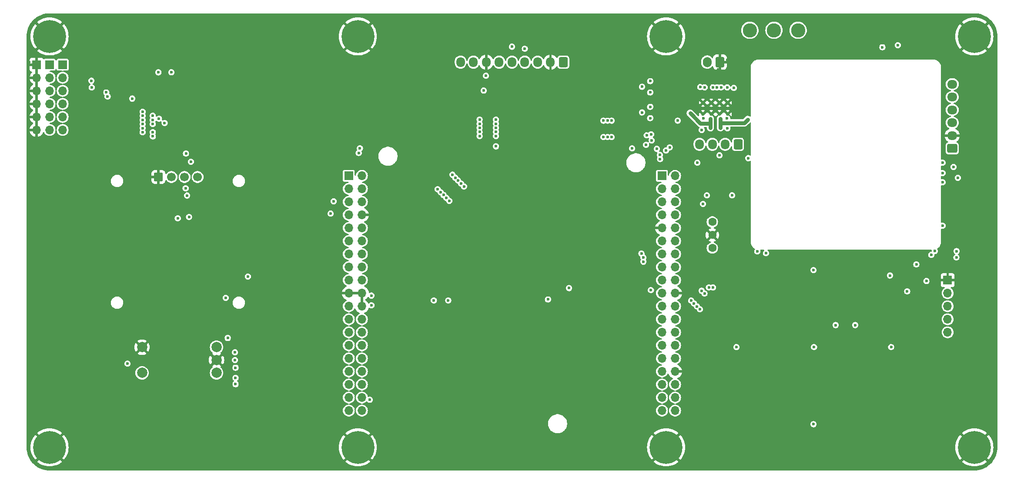
<source format=gbr>
%TF.GenerationSoftware,KiCad,Pcbnew,8.0.0-8.0.0-1~ubuntu22.04.1*%
%TF.CreationDate,2024-03-21T09:18:36+01:00*%
%TF.ProjectId,uC_TP_Boussole_mb,75435f54-505f-4426-9f75-73736f6c655f,rev?*%
%TF.SameCoordinates,Original*%
%TF.FileFunction,Copper,L3,Inr*%
%TF.FilePolarity,Positive*%
%FSLAX46Y46*%
G04 Gerber Fmt 4.6, Leading zero omitted, Abs format (unit mm)*
G04 Created by KiCad (PCBNEW 8.0.0-8.0.0-1~ubuntu22.04.1) date 2024-03-21 09:18:36*
%MOMM*%
%LPD*%
G01*
G04 APERTURE LIST*
G04 Aperture macros list*
%AMRoundRect*
0 Rectangle with rounded corners*
0 $1 Rounding radius*
0 $2 $3 $4 $5 $6 $7 $8 $9 X,Y pos of 4 corners*
0 Add a 4 corners polygon primitive as box body*
4,1,4,$2,$3,$4,$5,$6,$7,$8,$9,$2,$3,0*
0 Add four circle primitives for the rounded corners*
1,1,$1+$1,$2,$3*
1,1,$1+$1,$4,$5*
1,1,$1+$1,$6,$7*
1,1,$1+$1,$8,$9*
0 Add four rect primitives between the rounded corners*
20,1,$1+$1,$2,$3,$4,$5,0*
20,1,$1+$1,$4,$5,$6,$7,0*
20,1,$1+$1,$6,$7,$8,$9,0*
20,1,$1+$1,$8,$9,$2,$3,0*%
G04 Aperture macros list end*
%TA.AperFunction,ComponentPad*%
%ADD10RoundRect,0.170000X-0.680000X-0.680000X0.680000X-0.680000X0.680000X0.680000X-0.680000X0.680000X0*%
%TD*%
%TA.AperFunction,ComponentPad*%
%ADD11C,1.700000*%
%TD*%
%TA.AperFunction,ComponentPad*%
%ADD12C,6.400000*%
%TD*%
%TA.AperFunction,ComponentPad*%
%ADD13RoundRect,0.250000X0.600000X0.725000X-0.600000X0.725000X-0.600000X-0.725000X0.600000X-0.725000X0*%
%TD*%
%TA.AperFunction,ComponentPad*%
%ADD14O,1.700000X1.950000*%
%TD*%
%TA.AperFunction,ComponentPad*%
%ADD15R,1.700000X1.700000*%
%TD*%
%TA.AperFunction,ComponentPad*%
%ADD16O,1.700000X1.700000*%
%TD*%
%TA.AperFunction,ComponentPad*%
%ADD17C,2.000000*%
%TD*%
%TA.AperFunction,ComponentPad*%
%ADD18C,1.600000*%
%TD*%
%TA.AperFunction,ComponentPad*%
%ADD19RoundRect,0.250000X0.600000X0.750000X-0.600000X0.750000X-0.600000X-0.750000X0.600000X-0.750000X0*%
%TD*%
%TA.AperFunction,ComponentPad*%
%ADD20O,1.700000X2.000000*%
%TD*%
%TA.AperFunction,ComponentPad*%
%ADD21RoundRect,0.250000X0.725000X-0.600000X0.725000X0.600000X-0.725000X0.600000X-0.725000X-0.600000X0*%
%TD*%
%TA.AperFunction,ComponentPad*%
%ADD22O,1.950000X1.700000*%
%TD*%
%TA.AperFunction,ComponentPad*%
%ADD23C,2.775000*%
%TD*%
%TA.AperFunction,HeatsinkPad*%
%ADD24C,0.600000*%
%TD*%
%TA.AperFunction,ViaPad*%
%ADD25C,0.600000*%
%TD*%
%TA.AperFunction,ViaPad*%
%ADD26C,0.400000*%
%TD*%
%TA.AperFunction,Conductor*%
%ADD27C,0.800000*%
%TD*%
G04 APERTURE END LIST*
D10*
%TO.N,GND*%
%TO.C,J801*%
X76190000Y-82370000D03*
D11*
%TO.N,+3.3V*%
X78730000Y-82370000D03*
%TO.N,/NUCLEO_L476RG/I2C1_SCL*%
X81270000Y-82370000D03*
%TO.N,/NUCLEO_L476RG/I2C1_SDA*%
X83810000Y-82370000D03*
%TD*%
D12*
%TO.N,GND*%
%TO.C,H105*%
X235000000Y-135000000D03*
%TD*%
%TO.N,GND*%
%TO.C,H102*%
X115000000Y-55000000D03*
%TD*%
D13*
%TO.N,+3.3V*%
%TO.C,J701*%
X155000000Y-60000000D03*
D14*
%TO.N,GND*%
X152500000Y-60000000D03*
%TO.N,/Magnetometre_BMM150_SEN0419/SPI_CLK*%
X150000000Y-60000000D03*
%TO.N,/Magnetometre_BMM150_SEN0419/SPI_MOSI*%
X147500000Y-60000000D03*
%TO.N,/Magnetometre_BMM150_SEN0419/SPI_MISO*%
X145000000Y-60000000D03*
%TO.N,/Magnetometre_BMM150_SEN0419/SPI_CS*%
X142500000Y-60000000D03*
%TO.N,GND*%
X140000000Y-60000000D03*
%TO.N,/Magnetometre_BMM150_SEN0419/STATUS*%
X137500000Y-60000000D03*
%TO.N,/Magnetometre_BMM150_SEN0419/INT*%
X135000000Y-60000000D03*
%TD*%
D15*
%TO.N,+3.3V*%
%TO.C,J502*%
X55000000Y-60500000D03*
D16*
X55000000Y-63040000D03*
X55000000Y-65580000D03*
X55000000Y-68120000D03*
X55000000Y-70660000D03*
X55000000Y-73200000D03*
%TD*%
D12*
%TO.N,GND*%
%TO.C,H104*%
X235000000Y-55000000D03*
%TD*%
D17*
%TO.N,GND*%
%TO.C,SW901*%
X73000000Y-115500000D03*
%TO.N,/Rotary_Encodeur/S*%
X73000000Y-120500000D03*
%TO.N,GND*%
X87500000Y-118000000D03*
%TO.N,/Rotary_Encodeur/B*%
X87500000Y-115500000D03*
%TO.N,/Rotary_Encodeur/A*%
X87500000Y-120500000D03*
%TD*%
D12*
%TO.N,GND*%
%TO.C,H103*%
X175000000Y-55000000D03*
%TD*%
D18*
%TO.N,+12V*%
%TO.C,U401*%
X184000000Y-91120000D03*
%TO.N,GND*%
X184000000Y-93660000D03*
%TO.N,+5V*%
X184000000Y-96200000D03*
%TD*%
D15*
%TO.N,GND*%
%TO.C,J301*%
X229800000Y-102460000D03*
D16*
%TO.N,/GPS_TEL0094_STM32C011J4M6/STM32C0_NRST*%
X229800000Y-105000000D03*
%TO.N,/GPS_TEL0094_STM32C011J4M6/STM32C0_SWCLK*%
X229800000Y-107540000D03*
%TO.N,/GPS_TEL0094_STM32C011J4M6/STM32C0_SWDIO*%
X229800000Y-110080000D03*
%TO.N,+3.3V*%
X229800000Y-112620000D03*
%TD*%
D19*
%TO.N,GND*%
%TO.C,J401*%
X185500000Y-60000000D03*
D20*
%TO.N,Net-(J401-Pin_2)*%
X183000000Y-60000000D03*
%TD*%
D12*
%TO.N,GND*%
%TO.C,H101*%
X55000000Y-55000000D03*
%TD*%
D15*
%TO.N,/NUCLEO_L476RG/PC10*%
%TO.C,U501*%
X113250000Y-82140000D03*
D16*
%TO.N,/NUCLEO_L476RG/PC11*%
X115790000Y-82140000D03*
%TO.N,/NUCLEO_L476RG/PC12*%
X113250000Y-84680000D03*
%TO.N,/NUCLEO_L476RG/PD2*%
X115790000Y-84680000D03*
%TO.N,unconnected-(U501A-VDD-Pad105)*%
X113250000Y-87220000D03*
%TO.N,/Current_NCS199A3RSQT2G/Load*%
X115790000Y-87220000D03*
%TO.N,unconnected-(U501A-BOOT0-Pad107)*%
X113250000Y-89760000D03*
%TO.N,GND*%
X115790000Y-89760000D03*
%TO.N,unconnected-(U501B-NC-Pad109)*%
X113250000Y-92300000D03*
%TO.N,unconnected-(U501B-NC-Pad110)*%
X115790000Y-92300000D03*
%TO.N,unconnected-(U501B-NC-Pad111)*%
X113250000Y-94840000D03*
%TO.N,unconnected-(U501A-IOREF-Pad112)*%
X115790000Y-94840000D03*
%TO.N,unconnected-(U501B-PA13-Pad113)*%
X113250000Y-97380000D03*
%TO.N,unconnected-(U501A-RESET-Pad114)*%
X115790000Y-97380000D03*
%TO.N,unconnected-(U501B-PA14-Pad115)*%
X113250000Y-99920000D03*
%TO.N,unconnected-(U501A-+3V3-Pad116)*%
X115790000Y-99920000D03*
%TO.N,/NUCLEO_L476RG/ENC_BTN*%
X113250000Y-102460000D03*
%TO.N,unconnected-(U501A-+5V-Pad118)*%
X115790000Y-102460000D03*
%TO.N,GND*%
X113250000Y-105000000D03*
X115790000Y-105000000D03*
%TO.N,/NUCLEO_L476RG/I2C1_SDA*%
X113250000Y-107540000D03*
%TO.N,GND*%
X115790000Y-107540000D03*
%TO.N,unconnected-(U501B-PC13-Pad123)*%
X113250000Y-110080000D03*
%TO.N,unconnected-(U501A-VIN-Pad124)*%
X115790000Y-110080000D03*
%TO.N,unconnected-(U501B-PC14-Pad125)*%
X113250000Y-112620000D03*
%TO.N,unconnected-(U501B-NC-Pad126)*%
X115790000Y-112620000D03*
%TO.N,unconnected-(U501B-PC15-Pad127)*%
X113250000Y-115160000D03*
%TO.N,/NUCLEO_L476RG/TIM2_CH1_ENC_A*%
X115790000Y-115160000D03*
%TO.N,unconnected-(U501B-PH0-Pad129)*%
X113250000Y-117700000D03*
%TO.N,/NUCLEO_L476RG/TIM2_CH2_ENC_B*%
X115790000Y-117700000D03*
%TO.N,unconnected-(U501B-PH1-Pad131)*%
X113250000Y-120240000D03*
%TO.N,/Current_NCS199A3RSQT2G/Imes*%
X115790000Y-120240000D03*
%TO.N,unconnected-(U501A-VBAT-Pad133)*%
X113250000Y-122780000D03*
%TO.N,/Magnetometre_BMM150_SEN0419/INT*%
X115790000Y-122780000D03*
%TO.N,/Magnetometre_BMM150_SEN0419/SPI_MISO*%
X113250000Y-125320000D03*
%TO.N,/Magnetometre_BMM150_SEN0419/STATUS*%
X115790000Y-125320000D03*
%TO.N,/Magnetometre_BMM150_SEN0419/SPI_MOSI*%
X113250000Y-127860000D03*
%TO.N,/Magnetometre_BMM150_SEN0419/SPI_CS*%
X115790000Y-127860000D03*
D15*
%TO.N,/NUCLEO_L476RG/BTN_RIGHT*%
X174210000Y-82150000D03*
D16*
%TO.N,/NUCLEO_L476RG/BTN_TOP*%
X176750000Y-82150000D03*
%TO.N,/NUCLEO_L476RG/PB8*%
X174210000Y-84680000D03*
%TO.N,/NUCLEO_L476RG/BTN_LEFT*%
X176750000Y-84680000D03*
%TO.N,/NUCLEO_L476RG/PB9*%
X174210000Y-87220000D03*
%TO.N,/NUCLEO_L476RG/BTN_CENTER*%
X176750000Y-87220000D03*
%TO.N,unconnected-(U501A-AVDD-Pad207)*%
X174210000Y-89760000D03*
%TO.N,unconnected-(U501A-U5V-Pad208)*%
X176750000Y-89760000D03*
%TO.N,GND*%
X174210000Y-92300000D03*
%TO.N,unconnected-(U501B-NC-Pad210)*%
X176750000Y-92300000D03*
%TO.N,unconnected-(U501B-PA5-Pad211)*%
X174210000Y-94840000D03*
%TO.N,/NUCLEO_L476RG/STEPPER_ENN*%
X176750000Y-94840000D03*
%TO.N,/NUCLEO_L476RG/TIM3_CH1_STEPPER_PWM*%
X174210000Y-97380000D03*
%TO.N,/NUCLEO_L476RG/STEPPER_MS1*%
X176750000Y-97380000D03*
%TO.N,/NUCLEO_L476RG/STEPPER_DIR*%
X174210000Y-99920000D03*
%TO.N,/NUCLEO_L476RG/STEPPER_MS2*%
X176750000Y-99920000D03*
%TO.N,/NUCLEO_L476RG/I2C1_SCL*%
X174210000Y-102460000D03*
%TO.N,/NUCLEO_L476RG/BTN_BOT*%
X176750000Y-102460000D03*
%TO.N,/NUCLEO_L476RG/LED_0*%
X174210000Y-105000000D03*
%TO.N,GND*%
X176750000Y-105000000D03*
%TO.N,/GPS_TEL0094_STM32C011J4M6/NUCLEO_TX*%
X174210000Y-107540000D03*
%TO.N,/NUCLEO_L476RG/LED_1*%
X176750000Y-107540000D03*
%TO.N,/NUCLEO_L476RG/LED_2*%
X174210000Y-110080000D03*
%TO.N,/NUCLEO_L476RG/LED_3*%
X176750000Y-110080000D03*
%TO.N,/Magnetometre_BMM150_SEN0419/SPI_CLK*%
X174210000Y-112620000D03*
%TO.N,/NUCLEO_L476RG/LED_4*%
X176750000Y-112620000D03*
%TO.N,/NUCLEO_L476RG/LED_5*%
X174210000Y-115160000D03*
%TO.N,/NUCLEO_L476RG/LED_6*%
X176750000Y-115160000D03*
%TO.N,/NUCLEO_L476RG/LED_7*%
X174210000Y-117700000D03*
%TO.N,/GPS_TEL0094_STM32C011J4M6/GPS_EN*%
X176750000Y-117700000D03*
%TO.N,unconnected-(U501B-PB3-Pad231)*%
X174210000Y-120240000D03*
%TO.N,GND*%
X176750000Y-120240000D03*
%TO.N,/GPS_TEL0094_STM32C011J4M6/NUCLEO_RX*%
X174210000Y-122780000D03*
%TO.N,/GPS_TEL0094_STM32C011J4M6/GPS_PPS*%
X176750000Y-122780000D03*
%TO.N,unconnected-(U501B-PA2-Pad235)*%
X174210000Y-125320000D03*
%TO.N,unconnected-(U501B-NC-Pad236)*%
X176750000Y-125320000D03*
%TO.N,unconnected-(U501B-PA3-Pad237)*%
X174210000Y-127860000D03*
%TO.N,unconnected-(U501B-NC-Pad238)*%
X176750000Y-127860000D03*
%TD*%
D12*
%TO.N,GND*%
%TO.C,H107*%
X115000000Y-135000000D03*
%TD*%
D21*
%TO.N,/GPS_TEL0094_STM32C011J4M6/GPS_EN*%
%TO.C,J302*%
X230700000Y-76800000D03*
D22*
%TO.N,GND*%
X230700000Y-74300000D03*
%TO.N,/GPS_TEL0094_STM32C011J4M6/GPS_RX*%
X230700000Y-71800000D03*
%TO.N,/GPS_TEL0094_STM32C011J4M6/GPS_TX*%
X230700000Y-69300000D03*
%TO.N,+3.3V*%
X230700000Y-66800000D03*
%TO.N,/GPS_TEL0094_STM32C011J4M6/GPS_PPS*%
X230700000Y-64300000D03*
%TD*%
D15*
%TO.N,GND*%
%TO.C,J501*%
X52460000Y-60500000D03*
D16*
X52460000Y-63040000D03*
X52460000Y-65580000D03*
X52460000Y-68120000D03*
X52460000Y-70660000D03*
X52460000Y-73200000D03*
%TD*%
D15*
%TO.N,/NUCLEO_L476RG/PC10*%
%TO.C,J503*%
X57540000Y-60500000D03*
D16*
%TO.N,/NUCLEO_L476RG/PC11*%
X57540000Y-63040000D03*
%TO.N,/NUCLEO_L476RG/PC12*%
X57540000Y-65580000D03*
%TO.N,/NUCLEO_L476RG/PB8*%
X57540000Y-68120000D03*
%TO.N,/NUCLEO_L476RG/PB9*%
X57540000Y-70660000D03*
%TO.N,/NUCLEO_L476RG/PD2*%
X57540000Y-73200000D03*
%TD*%
D12*
%TO.N,GND*%
%TO.C,H108*%
X55000000Y-135000000D03*
%TD*%
D23*
%TO.N,Net-(J401-Pin_2)*%
%TO.C,SW401*%
X191300000Y-53800000D03*
%TO.N,+12V*%
X196000000Y-53800000D03*
%TO.N,Net-(SW401-C)*%
X200700000Y-53800000D03*
%TD*%
D24*
%TO.N,GND*%
%TO.C,U201*%
X182200000Y-70150000D03*
X183800000Y-70150000D03*
X185400000Y-70150000D03*
X187000000Y-70150000D03*
X182200000Y-67900000D03*
X183800000Y-67900000D03*
X185400000Y-67900000D03*
X187000000Y-67900000D03*
%TD*%
D12*
%TO.N,GND*%
%TO.C,H106*%
X175000000Y-135000000D03*
%TD*%
D13*
%TO.N,/TMC2225_Driver/B2*%
%TO.C,J201*%
X189000000Y-76000000D03*
D14*
%TO.N,/TMC2225_Driver/B1*%
X186500000Y-76000000D03*
%TO.N,/TMC2225_Driver/A1*%
X184000000Y-76000000D03*
%TO.N,/TMC2225_Driver/A2*%
X181500000Y-76000000D03*
%TD*%
D25*
%TO.N,GND*%
X205350000Y-54550000D03*
X202500000Y-52400000D03*
X204294850Y-52465861D03*
X178000000Y-118800000D03*
X178600000Y-105500000D03*
X185100000Y-61500000D03*
X186900000Y-59600000D03*
X185500000Y-58500000D03*
X185700000Y-93700000D03*
X200100000Y-98600000D03*
X226900000Y-109300000D03*
X226900000Y-106200000D03*
X194800000Y-120000000D03*
X225200000Y-120400000D03*
X188100000Y-109500000D03*
X180100000Y-117800000D03*
X188000000Y-122200000D03*
X198800000Y-132900000D03*
X210000000Y-135200000D03*
X119000000Y-116300000D03*
X132600000Y-114000000D03*
X122100000Y-124400000D03*
X128900000Y-111400000D03*
X119300000Y-121300000D03*
X159600000Y-74900000D03*
X147400000Y-74900000D03*
X165300000Y-61200000D03*
X156900000Y-54600000D03*
X162400000Y-57400000D03*
X161700000Y-61500000D03*
X158000000Y-57800000D03*
X132700000Y-55000000D03*
X143200000Y-55000000D03*
X126000000Y-70800000D03*
X126000000Y-59600000D03*
X120500000Y-58100000D03*
X94400000Y-58900000D03*
X66800000Y-56700000D03*
X72300000Y-53700000D03*
X108300000Y-55100000D03*
X110100000Y-63300000D03*
X110300000Y-69300000D03*
X117900000Y-77300000D03*
X108800000Y-76800000D03*
X108800000Y-80800000D03*
X78900000Y-74600000D03*
X88000000Y-81000000D03*
X105900000Y-81400000D03*
X94600000Y-76800000D03*
X87400000Y-76600000D03*
X82800000Y-70500000D03*
X97700000Y-66000000D03*
X67200000Y-62500000D03*
X60500000Y-61700000D03*
X60100000Y-74700000D03*
X60400000Y-69400000D03*
X72000000Y-72100000D03*
X72300000Y-68600000D03*
X71400000Y-74300000D03*
X72900000Y-80500000D03*
X73300000Y-88100000D03*
X91300000Y-98100000D03*
X83800000Y-90500000D03*
X80500000Y-92800000D03*
X88600000Y-101000000D03*
X76600000Y-105500000D03*
X78400000Y-106900000D03*
X71200000Y-122500000D03*
X68800000Y-117400000D03*
X70200000Y-117400000D03*
X51000000Y-72500000D03*
X51000000Y-80000000D03*
X51000000Y-77500000D03*
X51000000Y-102500000D03*
X51000000Y-132500000D03*
X51000000Y-130000000D03*
X51000000Y-127500000D03*
X51000000Y-125000000D03*
X51000000Y-62500000D03*
X51000000Y-90000000D03*
X51000000Y-87500000D03*
X52100000Y-52100000D03*
X51000000Y-117500000D03*
X51000000Y-115000000D03*
X51000000Y-75000000D03*
X51000000Y-95000000D03*
X51000000Y-92500000D03*
X51000000Y-100000000D03*
X51000000Y-97500000D03*
X51000000Y-107500000D03*
X51000000Y-105000000D03*
X51000000Y-65000000D03*
X51000000Y-122500000D03*
X51000000Y-120000000D03*
X55000000Y-51000000D03*
X51000000Y-70000000D03*
X51000000Y-112500000D03*
X51000000Y-110000000D03*
X51000000Y-60000000D03*
X51000000Y-55000000D03*
X51000000Y-57500000D03*
X51000000Y-67500000D03*
X51000000Y-85000000D03*
X51000000Y-82500000D03*
X239000000Y-117500000D03*
X239000000Y-110000000D03*
X239000000Y-112500000D03*
X239000000Y-87500000D03*
X239000000Y-57500000D03*
X239000000Y-60000000D03*
X239000000Y-62500000D03*
X239000000Y-65000000D03*
X239000000Y-127500000D03*
X239000000Y-100000000D03*
X239000000Y-102500000D03*
X237900000Y-137900000D03*
X239000000Y-72500000D03*
X239000000Y-75000000D03*
X239000000Y-115000000D03*
X239000000Y-95000000D03*
X239000000Y-92500000D03*
X239000000Y-82500000D03*
X239000000Y-85000000D03*
X239000000Y-125000000D03*
X239000000Y-67500000D03*
X239000000Y-70000000D03*
X239000000Y-120000000D03*
X239000000Y-77500000D03*
X239000000Y-80000000D03*
X239000000Y-130000000D03*
X239000000Y-135000000D03*
X239000000Y-132500000D03*
X239000000Y-122500000D03*
X239000000Y-105000000D03*
X239000000Y-107500000D03*
X212500000Y-51000000D03*
X187500000Y-51000000D03*
X157500000Y-51000000D03*
X160000000Y-51000000D03*
X162500000Y-51000000D03*
X165000000Y-51000000D03*
X60000000Y-51000000D03*
X62500000Y-51000000D03*
X70000000Y-51000000D03*
X72500000Y-51000000D03*
X75000000Y-51000000D03*
X77500000Y-51000000D03*
X80000000Y-51000000D03*
X82500000Y-51000000D03*
X85000000Y-51000000D03*
X65000000Y-51000000D03*
X237900000Y-52100000D03*
X172500000Y-51000000D03*
X175000000Y-51000000D03*
X145000000Y-51000000D03*
X150000000Y-51000000D03*
X152500000Y-51000000D03*
X155000000Y-51000000D03*
X195000000Y-51000000D03*
X110000000Y-51000000D03*
X112500000Y-51000000D03*
X115000000Y-51000000D03*
X117500000Y-51000000D03*
X120000000Y-51000000D03*
X122500000Y-51000000D03*
X125000000Y-51000000D03*
X127500000Y-51000000D03*
X130000000Y-51000000D03*
X190000000Y-51000000D03*
X192500000Y-51000000D03*
X132500000Y-51000000D03*
X135000000Y-51000000D03*
X137500000Y-51000000D03*
X140000000Y-51000000D03*
X142500000Y-51000000D03*
X182500000Y-51000000D03*
X185000000Y-51000000D03*
X87500000Y-51000000D03*
X90000000Y-51000000D03*
X92500000Y-51000000D03*
X95000000Y-51000000D03*
X97500000Y-51000000D03*
X100000000Y-51000000D03*
X102500000Y-51000000D03*
X105000000Y-51000000D03*
X107500000Y-51000000D03*
X167500000Y-51000000D03*
X170000000Y-51000000D03*
X147500000Y-51000000D03*
X67500000Y-51000000D03*
X239000000Y-55000000D03*
X57500000Y-51000000D03*
X177500000Y-51000000D03*
X180000000Y-51000000D03*
X230000000Y-51000000D03*
X235000000Y-51000000D03*
X232500000Y-51000000D03*
X222500000Y-51000000D03*
X235000000Y-139000000D03*
X232500000Y-139000000D03*
X230000000Y-139000000D03*
X227500000Y-139000000D03*
X225000000Y-139000000D03*
X222500000Y-139000000D03*
X220000000Y-139000000D03*
X217500000Y-139000000D03*
X215000000Y-139000000D03*
X212500000Y-139000000D03*
X210000000Y-139000000D03*
X207500000Y-139000000D03*
X205000000Y-139000000D03*
X202500000Y-139000000D03*
X200000000Y-139000000D03*
X197500000Y-139000000D03*
X195000000Y-139000000D03*
X192500000Y-139000000D03*
X190000000Y-139000000D03*
X187500000Y-139000000D03*
X185000000Y-139000000D03*
X182500000Y-139000000D03*
X180000000Y-139000000D03*
X177500000Y-139000000D03*
X175000000Y-139000000D03*
X172500000Y-139000000D03*
X170000000Y-139000000D03*
X167500000Y-139000000D03*
X165000000Y-139000000D03*
X162500000Y-139000000D03*
X160000000Y-139000000D03*
X157500000Y-139000000D03*
X155000000Y-139000000D03*
X152500000Y-139000000D03*
X150000000Y-139000000D03*
X147500000Y-139000000D03*
X145000000Y-139000000D03*
X142500000Y-139000000D03*
X140000000Y-139000000D03*
X137500000Y-139000000D03*
X135000000Y-139000000D03*
X132500000Y-139000000D03*
X130000000Y-139000000D03*
X127500000Y-139000000D03*
X125000000Y-139000000D03*
X122500000Y-139000000D03*
X120000000Y-139000000D03*
X117500000Y-139000000D03*
X115000000Y-139000000D03*
X112500000Y-139000000D03*
X110000000Y-139000000D03*
X107500000Y-139000000D03*
X105000000Y-139000000D03*
X102500000Y-139000000D03*
X100000000Y-139000000D03*
X97500000Y-139000000D03*
X95000000Y-139000000D03*
X92500000Y-139000000D03*
X90000000Y-139000000D03*
X87500000Y-139000000D03*
X85000000Y-139000000D03*
X82500000Y-139000000D03*
X80000000Y-139000000D03*
X77500000Y-139000000D03*
X75000000Y-139000000D03*
X72500000Y-139000000D03*
X70000000Y-139000000D03*
X67500000Y-139000000D03*
X65000000Y-139000000D03*
X62500000Y-139000000D03*
X57500000Y-139000000D03*
X60000000Y-139000000D03*
X55000000Y-139000000D03*
X51000000Y-135000000D03*
X52100000Y-137800000D03*
X76200000Y-80500000D03*
X236850000Y-93000000D03*
X236950000Y-84850000D03*
X228750000Y-52300000D03*
X218600000Y-51500000D03*
X215550000Y-51500000D03*
X203700000Y-56450000D03*
X208900000Y-58700000D03*
%TO.N,/NUCLEO_L476RG/I2C1_SCL*%
X81550000Y-77800000D03*
X81774265Y-85974265D03*
%TO.N,+12V*%
X171900000Y-68700000D03*
X171900000Y-63700000D03*
X170300000Y-69800000D03*
X177250000Y-71400000D03*
X182294667Y-70950002D03*
X186925000Y-72910025D03*
X171900000Y-65900000D03*
X186874421Y-70950000D03*
X181937882Y-73210646D03*
X171900000Y-70900000D03*
X170300000Y-64800000D03*
%TO.N,GND*%
X150400000Y-105350000D03*
X151950000Y-78650000D03*
X66550000Y-64250000D03*
X180400000Y-64900000D03*
X92750000Y-62550000D03*
X213450000Y-128150000D03*
X115300000Y-79300000D03*
X142700000Y-78500000D03*
X217000000Y-110200000D03*
X219050000Y-107275000D03*
X133950000Y-88800000D03*
X77150000Y-75150000D03*
X100200000Y-68000000D03*
X67900000Y-72100000D03*
X143100000Y-70550000D03*
X128650000Y-105500000D03*
X187668000Y-81750000D03*
X176238000Y-78194000D03*
X98750000Y-108200000D03*
X95000000Y-115750000D03*
X185378197Y-113096692D03*
X142350000Y-108100000D03*
X91450000Y-57900000D03*
X98750000Y-105700000D03*
X175500000Y-65900000D03*
X169100000Y-112600000D03*
X210600000Y-107000000D03*
X137650000Y-77850000D03*
X159700000Y-106450000D03*
X100200000Y-76000000D03*
X162450000Y-111950000D03*
X222075000Y-98575000D03*
X197450000Y-109400000D03*
X201450000Y-112800000D03*
X141150000Y-61800000D03*
X221000000Y-114100000D03*
X107350000Y-90400000D03*
X100200000Y-72000000D03*
X182334000Y-83274000D03*
X191400000Y-101100000D03*
X201750000Y-131750000D03*
X187200000Y-100600000D03*
X168100000Y-84900000D03*
X93050735Y-103449265D03*
X60150000Y-66800000D03*
X213950000Y-106600000D03*
X169100000Y-107550000D03*
X90875000Y-105600000D03*
X131800000Y-79300000D03*
X67200000Y-70000000D03*
X177100000Y-64800000D03*
X118100000Y-93850000D03*
X66800000Y-72100000D03*
X100200000Y-64000000D03*
X159985232Y-116373204D03*
X181826000Y-74130000D03*
X169500000Y-117400000D03*
X192150000Y-122400000D03*
X141600000Y-96350000D03*
X168600000Y-92350000D03*
X134900000Y-79950000D03*
X68550000Y-67050000D03*
X110750000Y-108450000D03*
X88340000Y-113640000D03*
X129300000Y-95350000D03*
X98200000Y-117900000D03*
X179794000Y-82258000D03*
X217700000Y-114650000D03*
X185150000Y-106350000D03*
X211650000Y-109700000D03*
X100200000Y-66000000D03*
X129302299Y-77087649D03*
X168950000Y-70600000D03*
X156900000Y-89950000D03*
X134800000Y-62300000D03*
X181900000Y-109700000D03*
X109000000Y-105700000D03*
X143100000Y-66300000D03*
X110750000Y-115600000D03*
X134250000Y-105350000D03*
X182300000Y-102450000D03*
X118900000Y-105450000D03*
X100200000Y-74000000D03*
X161050000Y-78400000D03*
X134650000Y-77150000D03*
X213750000Y-117800000D03*
X133650000Y-107850000D03*
X128650000Y-107050000D03*
X176492000Y-75400000D03*
X228800000Y-68500000D03*
X175500000Y-63700000D03*
X78570000Y-85820000D03*
X155000000Y-101950000D03*
X221000000Y-118900000D03*
X210000000Y-118000000D03*
X138050000Y-67100000D03*
X132800000Y-104600000D03*
X182842000Y-77686000D03*
X88570000Y-121940000D03*
X151400000Y-108000000D03*
X137950000Y-84550000D03*
X96450000Y-107250000D03*
X103650000Y-58700000D03*
X118900000Y-107050000D03*
X142000000Y-105000000D03*
X146150000Y-93300000D03*
X123650000Y-79250000D03*
X165422268Y-70592708D03*
X129300000Y-84150000D03*
X170326722Y-124154919D03*
X201351190Y-109820181D03*
X111200000Y-117700000D03*
X208100000Y-113200000D03*
X179794000Y-83274000D03*
X138750000Y-61900000D03*
X91050000Y-101800000D03*
X137200000Y-70900000D03*
X100200000Y-70000000D03*
X182334000Y-82258000D03*
X132800000Y-95350000D03*
X169720000Y-67350000D03*
X141700000Y-64000000D03*
X90950000Y-113350000D03*
X219325000Y-99800000D03*
X169300000Y-102400000D03*
X161750000Y-70600000D03*
X229775000Y-83400000D03*
%TO.N,+3.3V*%
X218800000Y-115500000D03*
X91100000Y-118000000D03*
X82500000Y-79400000D03*
X187850000Y-85950000D03*
X182950000Y-85950000D03*
X203800000Y-115500000D03*
X91200000Y-119500000D03*
X223710000Y-99400000D03*
X188192041Y-65029539D03*
X203700000Y-130500000D03*
X228800000Y-91850000D03*
X91100000Y-116500000D03*
X70180000Y-118700000D03*
X203700000Y-100500000D03*
X188700000Y-115500000D03*
X228800000Y-83400000D03*
X185400000Y-78150000D03*
X109700000Y-89500000D03*
X220100000Y-56700000D03*
X218560000Y-101550000D03*
%TO.N,/GPS_TEL0094_STM32C011J4M6/STM32C0_BTN*%
X221925000Y-104650000D03*
X225660000Y-102640000D03*
%TO.N,/GPS_TEL0094_STM32C011J4M6/STM32C0_NRST*%
X231500002Y-98050000D03*
X231550000Y-96810000D03*
%TO.N,+5V*%
X181100000Y-79600000D03*
X217100000Y-57100000D03*
X182200000Y-87600000D03*
X110300000Y-87100000D03*
%TO.N,/NUCLEO_L476RG/TIM2_CH1_ENC_A*%
X91200000Y-121500000D03*
X89680343Y-113726383D03*
X91200000Y-122710000D03*
%TO.N,/GPS_TEL0094_STM32C011J4M6/GPS_PPS*%
X231775000Y-82525000D03*
X170600000Y-98049997D03*
X164400006Y-71400000D03*
X194427688Y-97200000D03*
X184125003Y-103877550D03*
X164400003Y-74600000D03*
X181567796Y-108126326D03*
%TO.N,/GPS_TEL0094_STM32C011J4M6/GPS_TX*%
X226600000Y-97550000D03*
X228800000Y-79600000D03*
%TO.N,/GPS_TEL0094_STM32C011J4M6/GPS_EN*%
X192750000Y-96850000D03*
X181002109Y-107560639D03*
X183325000Y-103877550D03*
X230938235Y-80413235D03*
%TO.N,/GPS_TEL0094_STM32C011J4M6/GPS_RX*%
X227300000Y-96793874D03*
X228800000Y-81597694D03*
%TO.N,/Magnetometre_BMM150_SEN0419/INT*%
X133422627Y-81915671D03*
X130544360Y-84742890D03*
%TO.N,/Magnetometre_BMM150_SEN0419/STATUS*%
X131110048Y-85308578D03*
X139950000Y-62650000D03*
X139500000Y-65550000D03*
X133963479Y-82505147D03*
%TO.N,/Magnetometre_BMM150_SEN0419/SPI_CS*%
X134529166Y-83070834D03*
X117300000Y-125750000D03*
X131675735Y-85874265D03*
%TO.N,/Magnetometre_BMM150_SEN0419/SPI_MISO*%
X145000000Y-57000000D03*
X132240443Y-86440930D03*
X135094853Y-83636522D03*
%TO.N,/Magnetometre_BMM150_SEN0419/SPI_MOSI*%
X135660541Y-84202208D03*
X132807480Y-87005263D03*
X147500000Y-57400000D03*
%TO.N,/Magnetometre_BMM150_SEN0419/SPI_CLK*%
X172050000Y-104400000D03*
%TO.N,/NUCLEO_L476RG/I2C1_SDA*%
X76200000Y-62000000D03*
%TO.N,/NUCLEO_L476RG/I2C1_SCL*%
X132600000Y-106400000D03*
X129800000Y-106400000D03*
X156112009Y-104000000D03*
X81475735Y-84575735D03*
X152000735Y-106199265D03*
X78700000Y-62000000D03*
D26*
%TO.N,Net-(U201-BRA)*%
X183624547Y-71006454D03*
X183625367Y-72768740D03*
D25*
X179680000Y-69940000D03*
D26*
%TO.N,Net-(U201-BRB)*%
X185575537Y-71006640D03*
X185574582Y-72768624D03*
D25*
X190900000Y-71160000D03*
%TO.N,Net-(U201-DIAG)*%
X191000000Y-78700000D03*
X186900000Y-64900000D03*
%TO.N,/GPS_TEL0094_STM32C011J4M6/NUCLEO_TX*%
X179870735Y-106429265D03*
X162800000Y-71400000D03*
X170600000Y-98850000D03*
X181913137Y-104511863D03*
X162799997Y-74600000D03*
%TO.N,/GPS_TEL0094_STM32C011J4M6/NUCLEO_RX*%
X170200000Y-97254158D03*
X182478824Y-105077550D03*
X163600000Y-74600000D03*
X163600003Y-71400000D03*
X180436422Y-106994952D03*
%TO.N,/NUCLEO_L476RG/TIM3_CH1_STEPPER_PWM*%
X138700000Y-74400000D03*
X171100000Y-76100000D03*
X141900000Y-74400000D03*
X184099994Y-64900000D03*
X173835552Y-78862657D03*
%TO.N,/NUCLEO_L476RG/PC10*%
X73100000Y-69649985D03*
X77400000Y-71849988D03*
%TO.N,/NUCLEO_L476RG/PC12*%
X66300000Y-66700000D03*
X75100000Y-72049994D03*
X73100000Y-72049994D03*
X63200000Y-64925000D03*
%TO.N,/Current_NCS199A3RSQT2G/Imes*%
X75100000Y-74450003D03*
X117650000Y-107350000D03*
X117650000Y-105450000D03*
X71100000Y-67100000D03*
%TO.N,/NUCLEO_L476RG/PB8*%
X168400000Y-76800000D03*
X73100000Y-70449988D03*
X115408872Y-76792598D03*
X141900000Y-76400000D03*
X75100000Y-70449988D03*
%TO.N,/NUCLEO_L476RG/PD2*%
X73100000Y-73650000D03*
X75100000Y-73650000D03*
%TO.N,/NUCLEO_L476RG/PB9*%
X115174265Y-77674265D03*
X73100000Y-72849997D03*
X76300000Y-71049988D03*
%TO.N,/NUCLEO_L476RG/PC11*%
X63150000Y-63625000D03*
X73100000Y-71249991D03*
X66050000Y-65900000D03*
X75100000Y-71249991D03*
%TO.N,/NUCLEO_L476RG/STEPPER_ENN*%
X172094280Y-74050000D03*
X174982843Y-77200000D03*
X141900000Y-71199997D03*
X138700000Y-71199988D03*
X184899997Y-64900000D03*
%TO.N,/NUCLEO_L476RG/STEPPER_MS2*%
X138700000Y-72799994D03*
X181650000Y-64850000D03*
X141900000Y-72800000D03*
X173200000Y-76900000D03*
%TO.N,/NUCLEO_L476RG/STEPPER_MS1*%
X171224265Y-74250000D03*
X141900000Y-72000000D03*
X173782843Y-78064392D03*
X182500000Y-64900000D03*
X138700000Y-71999991D03*
%TO.N,/NUCLEO_L476RG/STEPPER_DIR*%
X185700000Y-64900000D03*
X138700000Y-73599997D03*
X172201470Y-75250000D03*
X175700000Y-76600000D03*
X141900000Y-73600000D03*
%TO.N,/NUCLEO_L476RG/ENC_BTN*%
X79950000Y-90400000D03*
X82150000Y-90150000D03*
X93607108Y-101742892D03*
X89275000Y-105900000D03*
%TO.N,/NUCLEO_L476RG/BTN_RIGHT*%
X208000000Y-111200000D03*
X211800000Y-111200000D03*
%TD*%
D27*
%TO.N,Net-(U201-BRA)*%
X183624547Y-72767920D02*
X183625367Y-72768740D01*
X183624547Y-71920000D02*
X181660000Y-71920000D01*
X181660000Y-71920000D02*
X179680000Y-69940000D01*
X183624547Y-71006454D02*
X183624547Y-71920000D01*
X183624547Y-71920000D02*
X183624547Y-72767920D01*
%TO.N,Net-(U201-BRB)*%
X185575537Y-71850000D02*
X185575537Y-72767669D01*
X185575537Y-72767669D02*
X185574582Y-72768624D01*
X185575537Y-71850000D02*
X190210000Y-71850000D01*
X190210000Y-71850000D02*
X190900000Y-71160000D01*
X185575537Y-71006640D02*
X185575537Y-71850000D01*
%TD*%
%TA.AperFunction,Conductor*%
%TO.N,GND*%
G36*
X116040000Y-107106988D02*
G01*
X115982993Y-107074075D01*
X115855826Y-107040000D01*
X115724174Y-107040000D01*
X115597007Y-107074075D01*
X115540000Y-107106988D01*
X115540000Y-105433012D01*
X115597007Y-105465925D01*
X115724174Y-105500000D01*
X115855826Y-105500000D01*
X115982993Y-105465925D01*
X116040000Y-105433012D01*
X116040000Y-107106988D01*
G37*
%TD.AperFunction*%
%TA.AperFunction,Conductor*%
G36*
X115324075Y-104807007D02*
G01*
X115290000Y-104934174D01*
X115290000Y-105065826D01*
X115324075Y-105192993D01*
X115356988Y-105250000D01*
X113683012Y-105250000D01*
X113715925Y-105192993D01*
X113750000Y-105065826D01*
X113750000Y-104934174D01*
X113715925Y-104807007D01*
X113683012Y-104750000D01*
X115356988Y-104750000D01*
X115324075Y-104807007D01*
G37*
%TD.AperFunction*%
%TA.AperFunction,Conductor*%
G36*
X52710000Y-72766988D02*
G01*
X52652993Y-72734075D01*
X52525826Y-72700000D01*
X52394174Y-72700000D01*
X52267007Y-72734075D01*
X52210000Y-72766988D01*
X52210000Y-71093012D01*
X52267007Y-71125925D01*
X52394174Y-71160000D01*
X52525826Y-71160000D01*
X52652993Y-71125925D01*
X52710000Y-71093012D01*
X52710000Y-72766988D01*
G37*
%TD.AperFunction*%
%TA.AperFunction,Conductor*%
G36*
X52710000Y-70226988D02*
G01*
X52652993Y-70194075D01*
X52525826Y-70160000D01*
X52394174Y-70160000D01*
X52267007Y-70194075D01*
X52210000Y-70226988D01*
X52210000Y-68553012D01*
X52267007Y-68585925D01*
X52394174Y-68620000D01*
X52525826Y-68620000D01*
X52652993Y-68585925D01*
X52710000Y-68553012D01*
X52710000Y-70226988D01*
G37*
%TD.AperFunction*%
%TA.AperFunction,Conductor*%
G36*
X52710000Y-67686988D02*
G01*
X52652993Y-67654075D01*
X52525826Y-67620000D01*
X52394174Y-67620000D01*
X52267007Y-67654075D01*
X52210000Y-67686988D01*
X52210000Y-66013012D01*
X52267007Y-66045925D01*
X52394174Y-66080000D01*
X52525826Y-66080000D01*
X52652993Y-66045925D01*
X52710000Y-66013012D01*
X52710000Y-67686988D01*
G37*
%TD.AperFunction*%
%TA.AperFunction,Conductor*%
G36*
X52710000Y-65146988D02*
G01*
X52652993Y-65114075D01*
X52525826Y-65080000D01*
X52394174Y-65080000D01*
X52267007Y-65114075D01*
X52210000Y-65146988D01*
X52210000Y-63473012D01*
X52267007Y-63505925D01*
X52394174Y-63540000D01*
X52525826Y-63540000D01*
X52652993Y-63505925D01*
X52710000Y-63473012D01*
X52710000Y-65146988D01*
G37*
%TD.AperFunction*%
%TA.AperFunction,Conductor*%
G36*
X52710000Y-62606988D02*
G01*
X52652993Y-62574075D01*
X52525826Y-62540000D01*
X52394174Y-62540000D01*
X52267007Y-62574075D01*
X52210000Y-62606988D01*
X52210000Y-60933012D01*
X52267007Y-60965925D01*
X52394174Y-61000000D01*
X52525826Y-61000000D01*
X52652993Y-60965925D01*
X52710000Y-60933012D01*
X52710000Y-62606988D01*
G37*
%TD.AperFunction*%
%TA.AperFunction,Conductor*%
G36*
X235002702Y-50500617D02*
G01*
X235386771Y-50517386D01*
X235397506Y-50518326D01*
X235775971Y-50568152D01*
X235786597Y-50570025D01*
X236159284Y-50652648D01*
X236169710Y-50655442D01*
X236533765Y-50770227D01*
X236543911Y-50773920D01*
X236896578Y-50920000D01*
X236906369Y-50924566D01*
X237244942Y-51100816D01*
X237254310Y-51106224D01*
X237576244Y-51311318D01*
X237585105Y-51317523D01*
X237887930Y-51549889D01*
X237896217Y-51556843D01*
X238177635Y-51814715D01*
X238185284Y-51822364D01*
X238443156Y-52103782D01*
X238450110Y-52112069D01*
X238682476Y-52414894D01*
X238688681Y-52423755D01*
X238893775Y-52745689D01*
X238899183Y-52755057D01*
X239075430Y-53093623D01*
X239080002Y-53103427D01*
X239226075Y-53456078D01*
X239229775Y-53466244D01*
X239344554Y-53830278D01*
X239347354Y-53840727D01*
X239429971Y-54213389D01*
X239431849Y-54224042D01*
X239481671Y-54602473D01*
X239482614Y-54613249D01*
X239499382Y-54997297D01*
X239499500Y-55002706D01*
X239499500Y-134997293D01*
X239499382Y-135002702D01*
X239482614Y-135386750D01*
X239481671Y-135397526D01*
X239431849Y-135775957D01*
X239429971Y-135786610D01*
X239347354Y-136159272D01*
X239344554Y-136169721D01*
X239229775Y-136533755D01*
X239226075Y-136543921D01*
X239080002Y-136896572D01*
X239075430Y-136906376D01*
X238899183Y-137244942D01*
X238893775Y-137254310D01*
X238688681Y-137576244D01*
X238682476Y-137585105D01*
X238450110Y-137887930D01*
X238443156Y-137896217D01*
X238185284Y-138177635D01*
X238177635Y-138185284D01*
X237896217Y-138443156D01*
X237887930Y-138450110D01*
X237585105Y-138682476D01*
X237576244Y-138688681D01*
X237254310Y-138893775D01*
X237244942Y-138899183D01*
X236906376Y-139075430D01*
X236896572Y-139080002D01*
X236543921Y-139226075D01*
X236533755Y-139229775D01*
X236169721Y-139344554D01*
X236159272Y-139347354D01*
X235786610Y-139429971D01*
X235775957Y-139431849D01*
X235397526Y-139481671D01*
X235386750Y-139482614D01*
X235002703Y-139499382D01*
X234997294Y-139499500D01*
X55002706Y-139499500D01*
X54997297Y-139499382D01*
X54613249Y-139482614D01*
X54602473Y-139481671D01*
X54224042Y-139431849D01*
X54213389Y-139429971D01*
X53840727Y-139347354D01*
X53830278Y-139344554D01*
X53466244Y-139229775D01*
X53456078Y-139226075D01*
X53103427Y-139080002D01*
X53093623Y-139075430D01*
X52755057Y-138899183D01*
X52745689Y-138893775D01*
X52423755Y-138688681D01*
X52414894Y-138682476D01*
X52112069Y-138450110D01*
X52103782Y-138443156D01*
X51822364Y-138185284D01*
X51814715Y-138177635D01*
X51556843Y-137896217D01*
X51549889Y-137887930D01*
X51317523Y-137585105D01*
X51311318Y-137576244D01*
X51106224Y-137254310D01*
X51100816Y-137244942D01*
X50924569Y-136906376D01*
X50919997Y-136896572D01*
X50773924Y-136543921D01*
X50770224Y-136533755D01*
X50655442Y-136169710D01*
X50652648Y-136159284D01*
X50570025Y-135786597D01*
X50568152Y-135775971D01*
X50518326Y-135397506D01*
X50517386Y-135386771D01*
X50500618Y-135002702D01*
X50500559Y-135000000D01*
X51294922Y-135000000D01*
X51315219Y-135387287D01*
X51375886Y-135770323D01*
X51375887Y-135770330D01*
X51476262Y-136144936D01*
X51615244Y-136506994D01*
X51791310Y-136852543D01*
X52002531Y-137177793D01*
X52211095Y-137435350D01*
X52211096Y-137435350D01*
X53705748Y-135940698D01*
X53779588Y-136042330D01*
X53957670Y-136220412D01*
X54059300Y-136294251D01*
X52564648Y-137788903D01*
X52564649Y-137788904D01*
X52822206Y-137997468D01*
X53147456Y-138208689D01*
X53493005Y-138384755D01*
X53855063Y-138523737D01*
X54229669Y-138624112D01*
X54229676Y-138624113D01*
X54612712Y-138684780D01*
X54999999Y-138705078D01*
X55000001Y-138705078D01*
X55387287Y-138684780D01*
X55770323Y-138624113D01*
X55770330Y-138624112D01*
X56144936Y-138523737D01*
X56506994Y-138384755D01*
X56852543Y-138208689D01*
X57177783Y-137997476D01*
X57177785Y-137997475D01*
X57435349Y-137788902D01*
X55940698Y-136294251D01*
X56042330Y-136220412D01*
X56220412Y-136042330D01*
X56294251Y-135940698D01*
X57788902Y-137435349D01*
X57997475Y-137177785D01*
X57997476Y-137177783D01*
X58208689Y-136852543D01*
X58384755Y-136506994D01*
X58523737Y-136144936D01*
X58624112Y-135770330D01*
X58624113Y-135770323D01*
X58684780Y-135387287D01*
X58705078Y-135000000D01*
X111294922Y-135000000D01*
X111315219Y-135387287D01*
X111375886Y-135770323D01*
X111375887Y-135770330D01*
X111476262Y-136144936D01*
X111615244Y-136506994D01*
X111791310Y-136852543D01*
X112002531Y-137177793D01*
X112211095Y-137435350D01*
X112211096Y-137435350D01*
X113705748Y-135940698D01*
X113779588Y-136042330D01*
X113957670Y-136220412D01*
X114059300Y-136294251D01*
X112564648Y-137788903D01*
X112564649Y-137788904D01*
X112822206Y-137997468D01*
X113147456Y-138208689D01*
X113493005Y-138384755D01*
X113855063Y-138523737D01*
X114229669Y-138624112D01*
X114229676Y-138624113D01*
X114612712Y-138684780D01*
X114999999Y-138705078D01*
X115000001Y-138705078D01*
X115387287Y-138684780D01*
X115770323Y-138624113D01*
X115770330Y-138624112D01*
X116144936Y-138523737D01*
X116506994Y-138384755D01*
X116852543Y-138208689D01*
X117177783Y-137997476D01*
X117177785Y-137997475D01*
X117435349Y-137788902D01*
X115940698Y-136294251D01*
X116042330Y-136220412D01*
X116220412Y-136042330D01*
X116294251Y-135940698D01*
X117788902Y-137435349D01*
X117997475Y-137177785D01*
X117997476Y-137177783D01*
X118208689Y-136852543D01*
X118384755Y-136506994D01*
X118523737Y-136144936D01*
X118624112Y-135770330D01*
X118624113Y-135770323D01*
X118684780Y-135387287D01*
X118705078Y-135000000D01*
X171294922Y-135000000D01*
X171315219Y-135387287D01*
X171375886Y-135770323D01*
X171375887Y-135770330D01*
X171476262Y-136144936D01*
X171615244Y-136506994D01*
X171791310Y-136852543D01*
X172002531Y-137177793D01*
X172211095Y-137435350D01*
X172211096Y-137435350D01*
X173705748Y-135940698D01*
X173779588Y-136042330D01*
X173957670Y-136220412D01*
X174059300Y-136294251D01*
X172564648Y-137788903D01*
X172564649Y-137788904D01*
X172822206Y-137997468D01*
X173147456Y-138208689D01*
X173493005Y-138384755D01*
X173855063Y-138523737D01*
X174229669Y-138624112D01*
X174229676Y-138624113D01*
X174612712Y-138684780D01*
X174999999Y-138705078D01*
X175000001Y-138705078D01*
X175387287Y-138684780D01*
X175770323Y-138624113D01*
X175770330Y-138624112D01*
X176144936Y-138523737D01*
X176506994Y-138384755D01*
X176852543Y-138208689D01*
X177177783Y-137997476D01*
X177177785Y-137997475D01*
X177435349Y-137788902D01*
X175940698Y-136294251D01*
X176042330Y-136220412D01*
X176220412Y-136042330D01*
X176294251Y-135940698D01*
X177788902Y-137435349D01*
X177997475Y-137177785D01*
X177997476Y-137177783D01*
X178208689Y-136852543D01*
X178384755Y-136506994D01*
X178523737Y-136144936D01*
X178624112Y-135770330D01*
X178624113Y-135770323D01*
X178684780Y-135387287D01*
X178705078Y-135000000D01*
X231294922Y-135000000D01*
X231315219Y-135387287D01*
X231375886Y-135770323D01*
X231375887Y-135770330D01*
X231476262Y-136144936D01*
X231615244Y-136506994D01*
X231791310Y-136852543D01*
X232002531Y-137177793D01*
X232211095Y-137435350D01*
X232211096Y-137435350D01*
X233705748Y-135940698D01*
X233779588Y-136042330D01*
X233957670Y-136220412D01*
X234059300Y-136294251D01*
X232564648Y-137788903D01*
X232564649Y-137788904D01*
X232822206Y-137997468D01*
X233147456Y-138208689D01*
X233493005Y-138384755D01*
X233855063Y-138523737D01*
X234229669Y-138624112D01*
X234229676Y-138624113D01*
X234612712Y-138684780D01*
X234999999Y-138705078D01*
X235000001Y-138705078D01*
X235387287Y-138684780D01*
X235770323Y-138624113D01*
X235770330Y-138624112D01*
X236144936Y-138523737D01*
X236506994Y-138384755D01*
X236852543Y-138208689D01*
X237177783Y-137997476D01*
X237177785Y-137997475D01*
X237435349Y-137788902D01*
X235940698Y-136294251D01*
X236042330Y-136220412D01*
X236220412Y-136042330D01*
X236294251Y-135940698D01*
X237788902Y-137435349D01*
X237997475Y-137177785D01*
X237997476Y-137177783D01*
X238208689Y-136852543D01*
X238384755Y-136506994D01*
X238523737Y-136144936D01*
X238624112Y-135770330D01*
X238624113Y-135770323D01*
X238684780Y-135387287D01*
X238705078Y-135000000D01*
X238705078Y-134999999D01*
X238684780Y-134612712D01*
X238624113Y-134229676D01*
X238624112Y-134229669D01*
X238523737Y-133855063D01*
X238384755Y-133493005D01*
X238208689Y-133147456D01*
X237997468Y-132822206D01*
X237788904Y-132564649D01*
X237788903Y-132564648D01*
X236294251Y-134059300D01*
X236220412Y-133957670D01*
X236042330Y-133779588D01*
X235940698Y-133705748D01*
X237435350Y-132211096D01*
X237435350Y-132211095D01*
X237177793Y-132002531D01*
X236852543Y-131791310D01*
X236506994Y-131615244D01*
X236144936Y-131476262D01*
X235770330Y-131375887D01*
X235770323Y-131375886D01*
X235387287Y-131315219D01*
X235000001Y-131294922D01*
X234999999Y-131294922D01*
X234612712Y-131315219D01*
X234229676Y-131375886D01*
X234229669Y-131375887D01*
X233855063Y-131476262D01*
X233493005Y-131615244D01*
X233147456Y-131791310D01*
X232822206Y-132002531D01*
X232564648Y-132211095D01*
X232564648Y-132211096D01*
X234059301Y-133705748D01*
X233957670Y-133779588D01*
X233779588Y-133957670D01*
X233705748Y-134059300D01*
X232211096Y-132564648D01*
X232211095Y-132564648D01*
X232002531Y-132822206D01*
X231791310Y-133147456D01*
X231615244Y-133493005D01*
X231476262Y-133855063D01*
X231375887Y-134229669D01*
X231375886Y-134229676D01*
X231315219Y-134612712D01*
X231294922Y-134999999D01*
X231294922Y-135000000D01*
X178705078Y-135000000D01*
X178705078Y-134999999D01*
X178684780Y-134612712D01*
X178624113Y-134229676D01*
X178624112Y-134229669D01*
X178523737Y-133855063D01*
X178384755Y-133493005D01*
X178208689Y-133147456D01*
X177997468Y-132822206D01*
X177788904Y-132564649D01*
X177788903Y-132564648D01*
X176294251Y-134059300D01*
X176220412Y-133957670D01*
X176042330Y-133779588D01*
X175940698Y-133705748D01*
X177435350Y-132211096D01*
X177435350Y-132211095D01*
X177177793Y-132002531D01*
X176852543Y-131791310D01*
X176506994Y-131615244D01*
X176144936Y-131476262D01*
X175770330Y-131375887D01*
X175770323Y-131375886D01*
X175387287Y-131315219D01*
X175000001Y-131294922D01*
X174999999Y-131294922D01*
X174612712Y-131315219D01*
X174229676Y-131375886D01*
X174229669Y-131375887D01*
X173855063Y-131476262D01*
X173493005Y-131615244D01*
X173147456Y-131791310D01*
X172822206Y-132002531D01*
X172564648Y-132211095D01*
X172564648Y-132211096D01*
X174059301Y-133705748D01*
X173957670Y-133779588D01*
X173779588Y-133957670D01*
X173705748Y-134059300D01*
X172211096Y-132564648D01*
X172211095Y-132564648D01*
X172002531Y-132822206D01*
X171791310Y-133147456D01*
X171615244Y-133493005D01*
X171476262Y-133855063D01*
X171375887Y-134229669D01*
X171375886Y-134229676D01*
X171315219Y-134612712D01*
X171294922Y-134999999D01*
X171294922Y-135000000D01*
X118705078Y-135000000D01*
X118705078Y-134999999D01*
X118684780Y-134612712D01*
X118624113Y-134229676D01*
X118624112Y-134229669D01*
X118523737Y-133855063D01*
X118384755Y-133493005D01*
X118208689Y-133147456D01*
X117997468Y-132822206D01*
X117788904Y-132564649D01*
X117788903Y-132564648D01*
X116294251Y-134059300D01*
X116220412Y-133957670D01*
X116042330Y-133779588D01*
X115940698Y-133705748D01*
X117435350Y-132211096D01*
X117435350Y-132211095D01*
X117177793Y-132002531D01*
X116852543Y-131791310D01*
X116506994Y-131615244D01*
X116144936Y-131476262D01*
X115770330Y-131375887D01*
X115770323Y-131375886D01*
X115387287Y-131315219D01*
X115000001Y-131294922D01*
X114999999Y-131294922D01*
X114612712Y-131315219D01*
X114229676Y-131375886D01*
X114229669Y-131375887D01*
X113855063Y-131476262D01*
X113493005Y-131615244D01*
X113147456Y-131791310D01*
X112822206Y-132002531D01*
X112564648Y-132211095D01*
X112564648Y-132211096D01*
X114059301Y-133705748D01*
X113957670Y-133779588D01*
X113779588Y-133957670D01*
X113705748Y-134059300D01*
X112211096Y-132564648D01*
X112211095Y-132564648D01*
X112002531Y-132822206D01*
X111791310Y-133147456D01*
X111615244Y-133493005D01*
X111476262Y-133855063D01*
X111375887Y-134229669D01*
X111375886Y-134229676D01*
X111315219Y-134612712D01*
X111294922Y-134999999D01*
X111294922Y-135000000D01*
X58705078Y-135000000D01*
X58705078Y-134999999D01*
X58684780Y-134612712D01*
X58624113Y-134229676D01*
X58624112Y-134229669D01*
X58523737Y-133855063D01*
X58384755Y-133493005D01*
X58208689Y-133147456D01*
X57997468Y-132822206D01*
X57788904Y-132564649D01*
X57788903Y-132564648D01*
X56294251Y-134059300D01*
X56220412Y-133957670D01*
X56042330Y-133779588D01*
X55940698Y-133705748D01*
X57435350Y-132211096D01*
X57435350Y-132211095D01*
X57177793Y-132002531D01*
X56852543Y-131791310D01*
X56506994Y-131615244D01*
X56144936Y-131476262D01*
X55770330Y-131375887D01*
X55770323Y-131375886D01*
X55387287Y-131315219D01*
X55000001Y-131294922D01*
X54999999Y-131294922D01*
X54612712Y-131315219D01*
X54229676Y-131375886D01*
X54229669Y-131375887D01*
X53855063Y-131476262D01*
X53493005Y-131615244D01*
X53147456Y-131791310D01*
X52822206Y-132002531D01*
X52564648Y-132211095D01*
X52564648Y-132211096D01*
X54059301Y-133705748D01*
X53957670Y-133779588D01*
X53779588Y-133957670D01*
X53705748Y-134059300D01*
X52211096Y-132564648D01*
X52211095Y-132564648D01*
X52002531Y-132822206D01*
X51791310Y-133147456D01*
X51615244Y-133493005D01*
X51476262Y-133855063D01*
X51375887Y-134229669D01*
X51375886Y-134229676D01*
X51315219Y-134612712D01*
X51294922Y-134999999D01*
X51294922Y-135000000D01*
X50500559Y-135000000D01*
X50500500Y-134997293D01*
X50500500Y-130521288D01*
X152039500Y-130521288D01*
X152071161Y-130761785D01*
X152133947Y-130996104D01*
X152179336Y-131105682D01*
X152226776Y-131220212D01*
X152348064Y-131430289D01*
X152348066Y-131430292D01*
X152348067Y-131430293D01*
X152495733Y-131622736D01*
X152495739Y-131622743D01*
X152667256Y-131794260D01*
X152667262Y-131794265D01*
X152859711Y-131941936D01*
X153069788Y-132063224D01*
X153293900Y-132156054D01*
X153528211Y-132218838D01*
X153708586Y-132242584D01*
X153768711Y-132250500D01*
X153768712Y-132250500D01*
X154011289Y-132250500D01*
X154059388Y-132244167D01*
X154251789Y-132218838D01*
X154486100Y-132156054D01*
X154710212Y-132063224D01*
X154920289Y-131941936D01*
X155112738Y-131794265D01*
X155284265Y-131622738D01*
X155431936Y-131430289D01*
X155553224Y-131220212D01*
X155646054Y-130996100D01*
X155708838Y-130761789D01*
X155740500Y-130521288D01*
X155740500Y-130500001D01*
X203094318Y-130500001D01*
X203114955Y-130656760D01*
X203114956Y-130656762D01*
X203175464Y-130802841D01*
X203271718Y-130928282D01*
X203397159Y-131024536D01*
X203543238Y-131085044D01*
X203621619Y-131095363D01*
X203699999Y-131105682D01*
X203700000Y-131105682D01*
X203700001Y-131105682D01*
X203752254Y-131098802D01*
X203856762Y-131085044D01*
X204002841Y-131024536D01*
X204128282Y-130928282D01*
X204224536Y-130802841D01*
X204285044Y-130656762D01*
X204305682Y-130500000D01*
X204285044Y-130343238D01*
X204224536Y-130197159D01*
X204128282Y-130071718D01*
X204002841Y-129975464D01*
X203856762Y-129914956D01*
X203856760Y-129914955D01*
X203700001Y-129894318D01*
X203699999Y-129894318D01*
X203543239Y-129914955D01*
X203543237Y-129914956D01*
X203397160Y-129975463D01*
X203271718Y-130071718D01*
X203175463Y-130197160D01*
X203114956Y-130343237D01*
X203114955Y-130343239D01*
X203094318Y-130499998D01*
X203094318Y-130500001D01*
X155740500Y-130500001D01*
X155740500Y-130278712D01*
X155708838Y-130038211D01*
X155646054Y-129803900D01*
X155553224Y-129579788D01*
X155431936Y-129369711D01*
X155284265Y-129177262D01*
X155284260Y-129177256D01*
X155112743Y-129005739D01*
X155112736Y-129005733D01*
X154920293Y-128858067D01*
X154920292Y-128858066D01*
X154920289Y-128858064D01*
X154710212Y-128736776D01*
X154710205Y-128736773D01*
X154486104Y-128643947D01*
X154251785Y-128581161D01*
X154011289Y-128549500D01*
X154011288Y-128549500D01*
X153768712Y-128549500D01*
X153768711Y-128549500D01*
X153528214Y-128581161D01*
X153293895Y-128643947D01*
X153069794Y-128736773D01*
X153069785Y-128736777D01*
X152859706Y-128858067D01*
X152667263Y-129005733D01*
X152667256Y-129005739D01*
X152495739Y-129177256D01*
X152495733Y-129177263D01*
X152348067Y-129369706D01*
X152226777Y-129579785D01*
X152226773Y-129579794D01*
X152133947Y-129803895D01*
X152071161Y-130038214D01*
X152039500Y-130278711D01*
X152039500Y-130521288D01*
X50500500Y-130521288D01*
X50500500Y-122710001D01*
X90594318Y-122710001D01*
X90614955Y-122866760D01*
X90614956Y-122866762D01*
X90675464Y-123012841D01*
X90771718Y-123138282D01*
X90897159Y-123234536D01*
X91043238Y-123295044D01*
X91121619Y-123305363D01*
X91199999Y-123315682D01*
X91200000Y-123315682D01*
X91200001Y-123315682D01*
X91252254Y-123308802D01*
X91356762Y-123295044D01*
X91502841Y-123234536D01*
X91628282Y-123138282D01*
X91724536Y-123012841D01*
X91785044Y-122866762D01*
X91805682Y-122710000D01*
X91785044Y-122553238D01*
X91724536Y-122407159D01*
X91628282Y-122281718D01*
X91628280Y-122281717D01*
X91628280Y-122281716D01*
X91526184Y-122203376D01*
X91484981Y-122146948D01*
X91480826Y-122077202D01*
X91515038Y-122016282D01*
X91526184Y-122006624D01*
X91532741Y-122001593D01*
X91628282Y-121928282D01*
X91724536Y-121802841D01*
X91785044Y-121656762D01*
X91805682Y-121500000D01*
X91785044Y-121343238D01*
X91724536Y-121197159D01*
X91628282Y-121071718D01*
X91502841Y-120975464D01*
X91356762Y-120914956D01*
X91356760Y-120914955D01*
X91200001Y-120894318D01*
X91199999Y-120894318D01*
X91043239Y-120914955D01*
X91043237Y-120914956D01*
X90897160Y-120975463D01*
X90771718Y-121071718D01*
X90675463Y-121197160D01*
X90614956Y-121343237D01*
X90614955Y-121343239D01*
X90594318Y-121499998D01*
X90594318Y-121500001D01*
X90614955Y-121656760D01*
X90614956Y-121656762D01*
X90646140Y-121732048D01*
X90675464Y-121802841D01*
X90771718Y-121928282D01*
X90873816Y-122006624D01*
X90915018Y-122063052D01*
X90919173Y-122132798D01*
X90884960Y-122193719D01*
X90873816Y-122203376D01*
X90771718Y-122281718D01*
X90675463Y-122407160D01*
X90614956Y-122553237D01*
X90614955Y-122553239D01*
X90594318Y-122709998D01*
X90594318Y-122710001D01*
X50500500Y-122710001D01*
X50500500Y-120500001D01*
X71694532Y-120500001D01*
X71714364Y-120726686D01*
X71714366Y-120726697D01*
X71773258Y-120946488D01*
X71773261Y-120946497D01*
X71869431Y-121152732D01*
X71869432Y-121152734D01*
X71999954Y-121339141D01*
X72160858Y-121500045D01*
X72160861Y-121500047D01*
X72347266Y-121630568D01*
X72553504Y-121726739D01*
X72553509Y-121726740D01*
X72553511Y-121726741D01*
X72582375Y-121734475D01*
X72773308Y-121785635D01*
X72935230Y-121799801D01*
X72999998Y-121805468D01*
X73000000Y-121805468D01*
X73000002Y-121805468D01*
X73056673Y-121800509D01*
X73226692Y-121785635D01*
X73446496Y-121726739D01*
X73652734Y-121630568D01*
X73839139Y-121500047D01*
X74000047Y-121339139D01*
X74130568Y-121152734D01*
X74226739Y-120946496D01*
X74285635Y-120726692D01*
X74305468Y-120500000D01*
X74285635Y-120273308D01*
X74226739Y-120053504D01*
X74130568Y-119847266D01*
X74000047Y-119660861D01*
X74000045Y-119660858D01*
X73839141Y-119499954D01*
X73652734Y-119369432D01*
X73652732Y-119369431D01*
X73446497Y-119273261D01*
X73446488Y-119273258D01*
X73226697Y-119214366D01*
X73226693Y-119214365D01*
X73226692Y-119214365D01*
X73226691Y-119214364D01*
X73226686Y-119214364D01*
X73000002Y-119194532D01*
X72999998Y-119194532D01*
X72773313Y-119214364D01*
X72773302Y-119214366D01*
X72553511Y-119273258D01*
X72553502Y-119273261D01*
X72347267Y-119369431D01*
X72347265Y-119369432D01*
X72160858Y-119499954D01*
X71999954Y-119660858D01*
X71869432Y-119847265D01*
X71869431Y-119847267D01*
X71773261Y-120053502D01*
X71773258Y-120053511D01*
X71714366Y-120273302D01*
X71714364Y-120273313D01*
X71694532Y-120499998D01*
X71694532Y-120500001D01*
X50500500Y-120500001D01*
X50500500Y-118700001D01*
X69574318Y-118700001D01*
X69594955Y-118856760D01*
X69594956Y-118856762D01*
X69655464Y-119002841D01*
X69751718Y-119128282D01*
X69877159Y-119224536D01*
X70023238Y-119285044D01*
X70101619Y-119295363D01*
X70179999Y-119305682D01*
X70180000Y-119305682D01*
X70180001Y-119305682D01*
X70232254Y-119298802D01*
X70336762Y-119285044D01*
X70482841Y-119224536D01*
X70608282Y-119128282D01*
X70704536Y-119002841D01*
X70765044Y-118856762D01*
X70779689Y-118745523D01*
X70785682Y-118700001D01*
X70785682Y-118699998D01*
X70765044Y-118543239D01*
X70765044Y-118543238D01*
X70704536Y-118397159D01*
X70608282Y-118271718D01*
X70482841Y-118175464D01*
X70437690Y-118156762D01*
X70336762Y-118114956D01*
X70336760Y-118114955D01*
X70180001Y-118094318D01*
X70179999Y-118094318D01*
X70023239Y-118114955D01*
X70023237Y-118114956D01*
X69877160Y-118175463D01*
X69751718Y-118271718D01*
X69655463Y-118397160D01*
X69594956Y-118543237D01*
X69594955Y-118543239D01*
X69574318Y-118699998D01*
X69574318Y-118700001D01*
X50500500Y-118700001D01*
X50500500Y-118000005D01*
X85994859Y-118000005D01*
X86015385Y-118247729D01*
X86015387Y-118247738D01*
X86076412Y-118488717D01*
X86176266Y-118716364D01*
X86276564Y-118869882D01*
X87017037Y-118129409D01*
X87034075Y-118192993D01*
X87099901Y-118307007D01*
X87192993Y-118400099D01*
X87307007Y-118465925D01*
X87370590Y-118482962D01*
X86629942Y-119223609D01*
X86676768Y-119260055D01*
X86676774Y-119260059D01*
X86684544Y-119264264D01*
X86734134Y-119313483D01*
X86749242Y-119381700D01*
X86725071Y-119447255D01*
X86696650Y-119474892D01*
X86660860Y-119499952D01*
X86499954Y-119660858D01*
X86369432Y-119847265D01*
X86369431Y-119847267D01*
X86273261Y-120053502D01*
X86273258Y-120053511D01*
X86214366Y-120273302D01*
X86214364Y-120273313D01*
X86194532Y-120499998D01*
X86194532Y-120500001D01*
X86214364Y-120726686D01*
X86214366Y-120726697D01*
X86273258Y-120946488D01*
X86273261Y-120946497D01*
X86369431Y-121152732D01*
X86369432Y-121152734D01*
X86499954Y-121339141D01*
X86660858Y-121500045D01*
X86660861Y-121500047D01*
X86847266Y-121630568D01*
X87053504Y-121726739D01*
X87053509Y-121726740D01*
X87053511Y-121726741D01*
X87082375Y-121734475D01*
X87273308Y-121785635D01*
X87435230Y-121799801D01*
X87499998Y-121805468D01*
X87500000Y-121805468D01*
X87500002Y-121805468D01*
X87556673Y-121800509D01*
X87726692Y-121785635D01*
X87946496Y-121726739D01*
X88152734Y-121630568D01*
X88339139Y-121500047D01*
X88500047Y-121339139D01*
X88630568Y-121152734D01*
X88726739Y-120946496D01*
X88785635Y-120726692D01*
X88805468Y-120500000D01*
X88785635Y-120273308D01*
X88726739Y-120053504D01*
X88630568Y-119847266D01*
X88500047Y-119660861D01*
X88500045Y-119660858D01*
X88339188Y-119500001D01*
X90594318Y-119500001D01*
X90614955Y-119656760D01*
X90614956Y-119656762D01*
X90664558Y-119776513D01*
X90675464Y-119802841D01*
X90771718Y-119928282D01*
X90897159Y-120024536D01*
X91043238Y-120085044D01*
X91121619Y-120095363D01*
X91199999Y-120105682D01*
X91200000Y-120105682D01*
X91200001Y-120105682D01*
X91252254Y-120098802D01*
X91356762Y-120085044D01*
X91502841Y-120024536D01*
X91628282Y-119928282D01*
X91724536Y-119802841D01*
X91785044Y-119656762D01*
X91805682Y-119500000D01*
X91802376Y-119474892D01*
X91785044Y-119343239D01*
X91785044Y-119343238D01*
X91724536Y-119197159D01*
X91628282Y-119071718D01*
X91502841Y-118975464D01*
X91498179Y-118973533D01*
X91356762Y-118914956D01*
X91356760Y-118914955D01*
X91200001Y-118894318D01*
X91199999Y-118894318D01*
X91043239Y-118914955D01*
X91043237Y-118914956D01*
X90897160Y-118975463D01*
X90771718Y-119071718D01*
X90675463Y-119197160D01*
X90614956Y-119343237D01*
X90614955Y-119343239D01*
X90594318Y-119499998D01*
X90594318Y-119500001D01*
X88339188Y-119500001D01*
X88339140Y-119499953D01*
X88303350Y-119474893D01*
X88259725Y-119420316D01*
X88252531Y-119350818D01*
X88284054Y-119288463D01*
X88315459Y-119264261D01*
X88323232Y-119260054D01*
X88370056Y-119223609D01*
X87629409Y-118482962D01*
X87692993Y-118465925D01*
X87807007Y-118400099D01*
X87900099Y-118307007D01*
X87965925Y-118192993D01*
X87982962Y-118129409D01*
X88723434Y-118869882D01*
X88823731Y-118716369D01*
X88923587Y-118488717D01*
X88984612Y-118247738D01*
X88984614Y-118247729D01*
X89005141Y-118000005D01*
X89005141Y-118000001D01*
X90494318Y-118000001D01*
X90514955Y-118156760D01*
X90514956Y-118156762D01*
X90552639Y-118247738D01*
X90575464Y-118302841D01*
X90671718Y-118428282D01*
X90797159Y-118524536D01*
X90943238Y-118585044D01*
X91021619Y-118595363D01*
X91099999Y-118605682D01*
X91100000Y-118605682D01*
X91100001Y-118605682D01*
X91152254Y-118598802D01*
X91256762Y-118585044D01*
X91402841Y-118524536D01*
X91528282Y-118428282D01*
X91624536Y-118302841D01*
X91685044Y-118156762D01*
X91705682Y-118000000D01*
X91685044Y-117843238D01*
X91624536Y-117697159D01*
X91528282Y-117571718D01*
X91402841Y-117475464D01*
X91256762Y-117414956D01*
X91256760Y-117414955D01*
X91100001Y-117394318D01*
X91099999Y-117394318D01*
X90943239Y-117414955D01*
X90943237Y-117414956D01*
X90797160Y-117475463D01*
X90671718Y-117571718D01*
X90575463Y-117697160D01*
X90514956Y-117843237D01*
X90514955Y-117843239D01*
X90494318Y-117999998D01*
X90494318Y-118000001D01*
X89005141Y-118000001D01*
X89005141Y-117999994D01*
X88984614Y-117752270D01*
X88984612Y-117752261D01*
X88923587Y-117511282D01*
X88823731Y-117283630D01*
X88723434Y-117130116D01*
X87982962Y-117870589D01*
X87965925Y-117807007D01*
X87900099Y-117692993D01*
X87807007Y-117599901D01*
X87692993Y-117534075D01*
X87629410Y-117517037D01*
X88370057Y-116776390D01*
X88370056Y-116776389D01*
X88323229Y-116739943D01*
X88315452Y-116735734D01*
X88265863Y-116686513D01*
X88250757Y-116618296D01*
X88274930Y-116552741D01*
X88303348Y-116525107D01*
X88339139Y-116500047D01*
X88339185Y-116500001D01*
X90494318Y-116500001D01*
X90514955Y-116656760D01*
X90514956Y-116656762D01*
X90565152Y-116777947D01*
X90575464Y-116802841D01*
X90671718Y-116928282D01*
X90797159Y-117024536D01*
X90943238Y-117085044D01*
X90994145Y-117091746D01*
X91099999Y-117105682D01*
X91100000Y-117105682D01*
X91100001Y-117105682D01*
X91152254Y-117098802D01*
X91256762Y-117085044D01*
X91402841Y-117024536D01*
X91528282Y-116928282D01*
X91624536Y-116802841D01*
X91685044Y-116656762D01*
X91705682Y-116500000D01*
X91685044Y-116343238D01*
X91624536Y-116197159D01*
X91528282Y-116071718D01*
X91402841Y-115975464D01*
X91256762Y-115914956D01*
X91256760Y-115914955D01*
X91100001Y-115894318D01*
X91099999Y-115894318D01*
X90943239Y-115914955D01*
X90943237Y-115914956D01*
X90797160Y-115975463D01*
X90671718Y-116071718D01*
X90575463Y-116197160D01*
X90514956Y-116343237D01*
X90514955Y-116343239D01*
X90494318Y-116499998D01*
X90494318Y-116500001D01*
X88339185Y-116500001D01*
X88500047Y-116339139D01*
X88630568Y-116152734D01*
X88726739Y-115946496D01*
X88785635Y-115726692D01*
X88805468Y-115500000D01*
X88805467Y-115499994D01*
X88799709Y-115434174D01*
X88785635Y-115273308D01*
X88726739Y-115053504D01*
X88630568Y-114847266D01*
X88500047Y-114660861D01*
X88500045Y-114660858D01*
X88339141Y-114499954D01*
X88152734Y-114369432D01*
X88152732Y-114369431D01*
X87946497Y-114273261D01*
X87946488Y-114273258D01*
X87726697Y-114214366D01*
X87726693Y-114214365D01*
X87726692Y-114214365D01*
X87726691Y-114214364D01*
X87726686Y-114214364D01*
X87500002Y-114194532D01*
X87499998Y-114194532D01*
X87273313Y-114214364D01*
X87273302Y-114214366D01*
X87053511Y-114273258D01*
X87053502Y-114273261D01*
X86847267Y-114369431D01*
X86847265Y-114369432D01*
X86660858Y-114499954D01*
X86499954Y-114660858D01*
X86369432Y-114847265D01*
X86369431Y-114847267D01*
X86273261Y-115053502D01*
X86273258Y-115053511D01*
X86214366Y-115273302D01*
X86214364Y-115273313D01*
X86194532Y-115499998D01*
X86194532Y-115500001D01*
X86214364Y-115726686D01*
X86214366Y-115726697D01*
X86273258Y-115946488D01*
X86273261Y-115946497D01*
X86369431Y-116152732D01*
X86369432Y-116152734D01*
X86499954Y-116339141D01*
X86660858Y-116500045D01*
X86696649Y-116525106D01*
X86740274Y-116579682D01*
X86747468Y-116649181D01*
X86715946Y-116711535D01*
X86684551Y-116735732D01*
X86676766Y-116739945D01*
X86629942Y-116776388D01*
X86629942Y-116776390D01*
X87370590Y-117517037D01*
X87307007Y-117534075D01*
X87192993Y-117599901D01*
X87099901Y-117692993D01*
X87034075Y-117807007D01*
X87017037Y-117870589D01*
X86276564Y-117130116D01*
X86176267Y-117283632D01*
X86076412Y-117511282D01*
X86015387Y-117752261D01*
X86015385Y-117752270D01*
X85994859Y-117999994D01*
X85994859Y-118000005D01*
X50500500Y-118000005D01*
X50500500Y-115500005D01*
X71494859Y-115500005D01*
X71515385Y-115747729D01*
X71515387Y-115747738D01*
X71576412Y-115988717D01*
X71676266Y-116216364D01*
X71776564Y-116369882D01*
X72517037Y-115629409D01*
X72534075Y-115692993D01*
X72599901Y-115807007D01*
X72692993Y-115900099D01*
X72807007Y-115965925D01*
X72870590Y-115982962D01*
X72129942Y-116723609D01*
X72176768Y-116760055D01*
X72176770Y-116760056D01*
X72395385Y-116878364D01*
X72395396Y-116878369D01*
X72630506Y-116959083D01*
X72875707Y-117000000D01*
X73124293Y-117000000D01*
X73369493Y-116959083D01*
X73604603Y-116878369D01*
X73604614Y-116878364D01*
X73823228Y-116760057D01*
X73823231Y-116760055D01*
X73870056Y-116723609D01*
X73129409Y-115982962D01*
X73192993Y-115965925D01*
X73307007Y-115900099D01*
X73400099Y-115807007D01*
X73465925Y-115692993D01*
X73482962Y-115629409D01*
X74223434Y-116369882D01*
X74323731Y-116216369D01*
X74423587Y-115988717D01*
X74484612Y-115747738D01*
X74484614Y-115747729D01*
X74505141Y-115500005D01*
X74505141Y-115499994D01*
X74484614Y-115252270D01*
X74484612Y-115252261D01*
X74423587Y-115011282D01*
X74323731Y-114783630D01*
X74223434Y-114630116D01*
X73482962Y-115370589D01*
X73465925Y-115307007D01*
X73400099Y-115192993D01*
X73307007Y-115099901D01*
X73192993Y-115034075D01*
X73129410Y-115017037D01*
X73870057Y-114276390D01*
X73870056Y-114276389D01*
X73823229Y-114239943D01*
X73604614Y-114121635D01*
X73604603Y-114121630D01*
X73369493Y-114040916D01*
X73124293Y-114000000D01*
X72875707Y-114000000D01*
X72630506Y-114040916D01*
X72395396Y-114121630D01*
X72395390Y-114121632D01*
X72176761Y-114239949D01*
X72129942Y-114276388D01*
X72129942Y-114276390D01*
X72870590Y-115017037D01*
X72807007Y-115034075D01*
X72692993Y-115099901D01*
X72599901Y-115192993D01*
X72534075Y-115307007D01*
X72517037Y-115370589D01*
X71776564Y-114630116D01*
X71676267Y-114783632D01*
X71576412Y-115011282D01*
X71515387Y-115252261D01*
X71515385Y-115252270D01*
X71494859Y-115499994D01*
X71494859Y-115500005D01*
X50500500Y-115500005D01*
X50500500Y-113726384D01*
X89074661Y-113726384D01*
X89095298Y-113883143D01*
X89095299Y-113883145D01*
X89148626Y-114011889D01*
X89155807Y-114029224D01*
X89252061Y-114154665D01*
X89377502Y-114250919D01*
X89523581Y-114311427D01*
X89601962Y-114321746D01*
X89680342Y-114332065D01*
X89680343Y-114332065D01*
X89680344Y-114332065D01*
X89732597Y-114325185D01*
X89837105Y-114311427D01*
X89983184Y-114250919D01*
X90108625Y-114154665D01*
X90204879Y-114029224D01*
X90265387Y-113883145D01*
X90286025Y-113726383D01*
X90265387Y-113569621D01*
X90204879Y-113423542D01*
X90108625Y-113298101D01*
X89983184Y-113201847D01*
X89837105Y-113141339D01*
X89837103Y-113141338D01*
X89680344Y-113120701D01*
X89680342Y-113120701D01*
X89523582Y-113141338D01*
X89523580Y-113141339D01*
X89377503Y-113201846D01*
X89252061Y-113298101D01*
X89155806Y-113423543D01*
X89095299Y-113569620D01*
X89095298Y-113569622D01*
X89074661Y-113726381D01*
X89074661Y-113726384D01*
X50500500Y-113726384D01*
X50500500Y-106944486D01*
X66949500Y-106944486D01*
X66979059Y-107131118D01*
X67037454Y-107310836D01*
X67120680Y-107474174D01*
X67123240Y-107479199D01*
X67234310Y-107632073D01*
X67367927Y-107765690D01*
X67520801Y-107876760D01*
X67556994Y-107895201D01*
X67689163Y-107962545D01*
X67689165Y-107962545D01*
X67689168Y-107962547D01*
X67770335Y-107988920D01*
X67868881Y-108020940D01*
X68055514Y-108050500D01*
X68055519Y-108050500D01*
X68244486Y-108050500D01*
X68431118Y-108020940D01*
X68444318Y-108016651D01*
X68610832Y-107962547D01*
X68779199Y-107876760D01*
X68932073Y-107765690D01*
X69065690Y-107632073D01*
X69176760Y-107479199D01*
X69262547Y-107310832D01*
X69320940Y-107131118D01*
X69331674Y-107063348D01*
X69350500Y-106944486D01*
X90649500Y-106944486D01*
X90679059Y-107131118D01*
X90737454Y-107310836D01*
X90820680Y-107474174D01*
X90823240Y-107479199D01*
X90934310Y-107632073D01*
X91067927Y-107765690D01*
X91220801Y-107876760D01*
X91256994Y-107895201D01*
X91389163Y-107962545D01*
X91389165Y-107962545D01*
X91389168Y-107962547D01*
X91470335Y-107988920D01*
X91568881Y-108020940D01*
X91755514Y-108050500D01*
X91755519Y-108050500D01*
X91944486Y-108050500D01*
X92131118Y-108020940D01*
X92144318Y-108016651D01*
X92310832Y-107962547D01*
X92479199Y-107876760D01*
X92632073Y-107765690D01*
X92765690Y-107632073D01*
X92876760Y-107479199D01*
X92962547Y-107310832D01*
X93020940Y-107131118D01*
X93031674Y-107063348D01*
X93050500Y-106944486D01*
X93050500Y-106755513D01*
X93020940Y-106568881D01*
X92982931Y-106451903D01*
X92962547Y-106389168D01*
X92962545Y-106389165D01*
X92962545Y-106389163D01*
X92890363Y-106247499D01*
X92876760Y-106220801D01*
X92765690Y-106067927D01*
X92632073Y-105934310D01*
X92479199Y-105823240D01*
X92462939Y-105814955D01*
X92310836Y-105737454D01*
X92131118Y-105679059D01*
X91944486Y-105649500D01*
X91944481Y-105649500D01*
X91755519Y-105649500D01*
X91755514Y-105649500D01*
X91568881Y-105679059D01*
X91389163Y-105737454D01*
X91220800Y-105823240D01*
X91133579Y-105886610D01*
X91067927Y-105934310D01*
X91067925Y-105934312D01*
X91067924Y-105934312D01*
X90934312Y-106067924D01*
X90934312Y-106067925D01*
X90934310Y-106067927D01*
X90913072Y-106097159D01*
X90823240Y-106220800D01*
X90737454Y-106389163D01*
X90679059Y-106568881D01*
X90649500Y-106755513D01*
X90649500Y-106944486D01*
X69350500Y-106944486D01*
X69350500Y-106755513D01*
X69320940Y-106568881D01*
X69282931Y-106451903D01*
X69262547Y-106389168D01*
X69262545Y-106389165D01*
X69262545Y-106389163D01*
X69190363Y-106247499D01*
X69176760Y-106220801D01*
X69065690Y-106067927D01*
X68932073Y-105934310D01*
X68884851Y-105900001D01*
X88669318Y-105900001D01*
X88689955Y-106056760D01*
X88689956Y-106056762D01*
X88738351Y-106173599D01*
X88750464Y-106202841D01*
X88846718Y-106328282D01*
X88972159Y-106424536D01*
X89118238Y-106485044D01*
X89171439Y-106492048D01*
X89274999Y-106505682D01*
X89275000Y-106505682D01*
X89275001Y-106505682D01*
X89327254Y-106498802D01*
X89431762Y-106485044D01*
X89577841Y-106424536D01*
X89703282Y-106328282D01*
X89799536Y-106202841D01*
X89860044Y-106056762D01*
X89877779Y-105922052D01*
X89880682Y-105900001D01*
X89880682Y-105899998D01*
X89860044Y-105743239D01*
X89860044Y-105743238D01*
X89799536Y-105597159D01*
X89703282Y-105471718D01*
X89577841Y-105375464D01*
X89431762Y-105314956D01*
X89431760Y-105314955D01*
X89275001Y-105294318D01*
X89274999Y-105294318D01*
X89118239Y-105314955D01*
X89118237Y-105314956D01*
X88972160Y-105375463D01*
X88846718Y-105471718D01*
X88750463Y-105597160D01*
X88689956Y-105743237D01*
X88689955Y-105743239D01*
X88669318Y-105899998D01*
X88669318Y-105900001D01*
X68884851Y-105900001D01*
X68779199Y-105823240D01*
X68762939Y-105814955D01*
X68610836Y-105737454D01*
X68431118Y-105679059D01*
X68244486Y-105649500D01*
X68244481Y-105649500D01*
X68055519Y-105649500D01*
X68055514Y-105649500D01*
X67868881Y-105679059D01*
X67689163Y-105737454D01*
X67520800Y-105823240D01*
X67433579Y-105886610D01*
X67367927Y-105934310D01*
X67367925Y-105934312D01*
X67367924Y-105934312D01*
X67234312Y-106067924D01*
X67234312Y-106067925D01*
X67234310Y-106067927D01*
X67213072Y-106097159D01*
X67123240Y-106220800D01*
X67037454Y-106389163D01*
X66979059Y-106568881D01*
X66949500Y-106755513D01*
X66949500Y-106944486D01*
X50500500Y-106944486D01*
X50500500Y-105250000D01*
X111919364Y-105250000D01*
X111976567Y-105463486D01*
X111976570Y-105463492D01*
X112076399Y-105677578D01*
X112211894Y-105871082D01*
X112378917Y-106038105D01*
X112572421Y-106173600D01*
X112771573Y-106266466D01*
X112824012Y-106312638D01*
X112843164Y-106379832D01*
X112822948Y-106446713D01*
X112769783Y-106492048D01*
X112763968Y-106494472D01*
X112756771Y-106497260D01*
X112734982Y-106505701D01*
X112734980Y-106505702D01*
X112553699Y-106617947D01*
X112396127Y-106761593D01*
X112267632Y-106931746D01*
X112172596Y-107122605D01*
X112172596Y-107122607D01*
X112114244Y-107327689D01*
X112100671Y-107474174D01*
X112094571Y-107540000D01*
X112114244Y-107752310D01*
X112167675Y-107940099D01*
X112172596Y-107957392D01*
X112172596Y-107957394D01*
X112267632Y-108148253D01*
X112369455Y-108283087D01*
X112396128Y-108318407D01*
X112553698Y-108462052D01*
X112734981Y-108574298D01*
X112933802Y-108651321D01*
X113130613Y-108688111D01*
X113192893Y-108719779D01*
X113228166Y-108780092D01*
X113225232Y-108849900D01*
X113185023Y-108907040D01*
X113130613Y-108931888D01*
X112933802Y-108968679D01*
X112933799Y-108968679D01*
X112933799Y-108968680D01*
X112734982Y-109045701D01*
X112734980Y-109045702D01*
X112553699Y-109157947D01*
X112396127Y-109301593D01*
X112267632Y-109471746D01*
X112172596Y-109662605D01*
X112172596Y-109662607D01*
X112114244Y-109867689D01*
X112094571Y-110079999D01*
X112094571Y-110080000D01*
X112114244Y-110292310D01*
X112172596Y-110497392D01*
X112172596Y-110497394D01*
X112267632Y-110688253D01*
X112267634Y-110688255D01*
X112396128Y-110858407D01*
X112553698Y-111002052D01*
X112734981Y-111114298D01*
X112933802Y-111191321D01*
X113130613Y-111228111D01*
X113192893Y-111259779D01*
X113228166Y-111320092D01*
X113225232Y-111389900D01*
X113185023Y-111447040D01*
X113130613Y-111471888D01*
X112933802Y-111508679D01*
X112933799Y-111508679D01*
X112933799Y-111508680D01*
X112734982Y-111585701D01*
X112734980Y-111585702D01*
X112553699Y-111697947D01*
X112396127Y-111841593D01*
X112267632Y-112011746D01*
X112172596Y-112202605D01*
X112172596Y-112202607D01*
X112114244Y-112407689D01*
X112094571Y-112619999D01*
X112094571Y-112620000D01*
X112114244Y-112832310D01*
X112172596Y-113037392D01*
X112172596Y-113037394D01*
X112267632Y-113228253D01*
X112396127Y-113398406D01*
X112396128Y-113398407D01*
X112553698Y-113542052D01*
X112734981Y-113654298D01*
X112933802Y-113731321D01*
X113130613Y-113768111D01*
X113192893Y-113799779D01*
X113228166Y-113860092D01*
X113225232Y-113929900D01*
X113185023Y-113987040D01*
X113130613Y-114011888D01*
X112933802Y-114048679D01*
X112933799Y-114048679D01*
X112933799Y-114048680D01*
X112734982Y-114125701D01*
X112734980Y-114125702D01*
X112553699Y-114237947D01*
X112396127Y-114381593D01*
X112267632Y-114551746D01*
X112172596Y-114742605D01*
X112172596Y-114742607D01*
X112114244Y-114947689D01*
X112094571Y-115159999D01*
X112094571Y-115160000D01*
X112114244Y-115372310D01*
X112172596Y-115577392D01*
X112172596Y-115577394D01*
X112267632Y-115768253D01*
X112378418Y-115914956D01*
X112396128Y-115938407D01*
X112553698Y-116082052D01*
X112734981Y-116194298D01*
X112933802Y-116271321D01*
X113130613Y-116308111D01*
X113192893Y-116339779D01*
X113228166Y-116400092D01*
X113225232Y-116469900D01*
X113185023Y-116527040D01*
X113130613Y-116551888D01*
X112933802Y-116588679D01*
X112933799Y-116588679D01*
X112933799Y-116588680D01*
X112734982Y-116665701D01*
X112734980Y-116665702D01*
X112553699Y-116777947D01*
X112396127Y-116921593D01*
X112267632Y-117091746D01*
X112172596Y-117282605D01*
X112172596Y-117282607D01*
X112117723Y-117475464D01*
X112114244Y-117487690D01*
X112094571Y-117700000D01*
X112114244Y-117912310D01*
X112171902Y-118114955D01*
X112172596Y-118117392D01*
X112172596Y-118117394D01*
X112267632Y-118308253D01*
X112336992Y-118400099D01*
X112396128Y-118478407D01*
X112553698Y-118622052D01*
X112734981Y-118734298D01*
X112933802Y-118811321D01*
X113130613Y-118848111D01*
X113192893Y-118879779D01*
X113228166Y-118940092D01*
X113225232Y-119009900D01*
X113185023Y-119067040D01*
X113130613Y-119091888D01*
X112933802Y-119128679D01*
X112933799Y-119128679D01*
X112933799Y-119128680D01*
X112734982Y-119205701D01*
X112734980Y-119205702D01*
X112553699Y-119317947D01*
X112396127Y-119461593D01*
X112267632Y-119631746D01*
X112172596Y-119822605D01*
X112172596Y-119822607D01*
X112114244Y-120027689D01*
X112100671Y-120174174D01*
X112094571Y-120240000D01*
X112114244Y-120452310D01*
X112167675Y-120640099D01*
X112172596Y-120657392D01*
X112172596Y-120657394D01*
X112267632Y-120848253D01*
X112396127Y-121018406D01*
X112396128Y-121018407D01*
X112553698Y-121162052D01*
X112734981Y-121274298D01*
X112933802Y-121351321D01*
X113130613Y-121388111D01*
X113192893Y-121419779D01*
X113228166Y-121480092D01*
X113225232Y-121549900D01*
X113185023Y-121607040D01*
X113130613Y-121631888D01*
X112933802Y-121668679D01*
X112933799Y-121668679D01*
X112933799Y-121668680D01*
X112734982Y-121745701D01*
X112734980Y-121745702D01*
X112553699Y-121857947D01*
X112396127Y-122001593D01*
X112267632Y-122171746D01*
X112172596Y-122362605D01*
X112172596Y-122362607D01*
X112114244Y-122567689D01*
X112094571Y-122779999D01*
X112094571Y-122780000D01*
X112114244Y-122992310D01*
X112172596Y-123197392D01*
X112172596Y-123197394D01*
X112267632Y-123388253D01*
X112267634Y-123388255D01*
X112396128Y-123558407D01*
X112553698Y-123702052D01*
X112734981Y-123814298D01*
X112933802Y-123891321D01*
X113130613Y-123928111D01*
X113192893Y-123959779D01*
X113228166Y-124020092D01*
X113225232Y-124089900D01*
X113185023Y-124147040D01*
X113130613Y-124171888D01*
X112933802Y-124208679D01*
X112933799Y-124208679D01*
X112933799Y-124208680D01*
X112734982Y-124285701D01*
X112734980Y-124285702D01*
X112553699Y-124397947D01*
X112396127Y-124541593D01*
X112267632Y-124711746D01*
X112172596Y-124902605D01*
X112172596Y-124902607D01*
X112114244Y-125107689D01*
X112094571Y-125319999D01*
X112094571Y-125320000D01*
X112114244Y-125532310D01*
X112172596Y-125737392D01*
X112172596Y-125737394D01*
X112267632Y-125928253D01*
X112396127Y-126098406D01*
X112396128Y-126098407D01*
X112553698Y-126242052D01*
X112734981Y-126354298D01*
X112933802Y-126431321D01*
X113130613Y-126468111D01*
X113192893Y-126499779D01*
X113228166Y-126560092D01*
X113225232Y-126629900D01*
X113185023Y-126687040D01*
X113130613Y-126711888D01*
X112933802Y-126748679D01*
X112933799Y-126748679D01*
X112933799Y-126748680D01*
X112734982Y-126825701D01*
X112734980Y-126825702D01*
X112553699Y-126937947D01*
X112396127Y-127081593D01*
X112267632Y-127251746D01*
X112172596Y-127442605D01*
X112172596Y-127442607D01*
X112114244Y-127647689D01*
X112094571Y-127859999D01*
X112094571Y-127860000D01*
X112114244Y-128072310D01*
X112172596Y-128277392D01*
X112172596Y-128277394D01*
X112267632Y-128468253D01*
X112267634Y-128468255D01*
X112396128Y-128638407D01*
X112553698Y-128782052D01*
X112734981Y-128894298D01*
X112933802Y-128971321D01*
X113143390Y-129010500D01*
X113143392Y-129010500D01*
X113356608Y-129010500D01*
X113356610Y-129010500D01*
X113566198Y-128971321D01*
X113765019Y-128894298D01*
X113946302Y-128782052D01*
X114103872Y-128638407D01*
X114232366Y-128468255D01*
X114327405Y-128277389D01*
X114385756Y-128072310D01*
X114396529Y-127956047D01*
X114422315Y-127891111D01*
X114466869Y-127859194D01*
X114430497Y-127838331D01*
X114398307Y-127776318D01*
X114396529Y-127763951D01*
X114395849Y-127756613D01*
X114385756Y-127647690D01*
X114327405Y-127442611D01*
X114327403Y-127442606D01*
X114327403Y-127442605D01*
X114232367Y-127251746D01*
X114103872Y-127081593D01*
X113946302Y-126937948D01*
X113765019Y-126825702D01*
X113765017Y-126825701D01*
X113665608Y-126787190D01*
X113566198Y-126748679D01*
X113369385Y-126711888D01*
X113307106Y-126680221D01*
X113271833Y-126619908D01*
X113274767Y-126550100D01*
X113314976Y-126492960D01*
X113369384Y-126468111D01*
X113566198Y-126431321D01*
X113765019Y-126354298D01*
X113946302Y-126242052D01*
X114103872Y-126098407D01*
X114232366Y-125928255D01*
X114327405Y-125737389D01*
X114385756Y-125532310D01*
X114396529Y-125416047D01*
X114422315Y-125351111D01*
X114466869Y-125319194D01*
X114430497Y-125298331D01*
X114398307Y-125236318D01*
X114396529Y-125223951D01*
X114395849Y-125216613D01*
X114385756Y-125107690D01*
X114327405Y-124902611D01*
X114327403Y-124902606D01*
X114327403Y-124902605D01*
X114232367Y-124711746D01*
X114103872Y-124541593D01*
X113946302Y-124397948D01*
X113765019Y-124285702D01*
X113765017Y-124285701D01*
X113665608Y-124247190D01*
X113566198Y-124208679D01*
X113369385Y-124171888D01*
X113307106Y-124140221D01*
X113271833Y-124079908D01*
X113274767Y-124010100D01*
X113314976Y-123952960D01*
X113369384Y-123928111D01*
X113566198Y-123891321D01*
X113765019Y-123814298D01*
X113946302Y-123702052D01*
X114103872Y-123558407D01*
X114232366Y-123388255D01*
X114278780Y-123295043D01*
X114327403Y-123197394D01*
X114327403Y-123197393D01*
X114327405Y-123197389D01*
X114385756Y-122992310D01*
X114396529Y-122876047D01*
X114422315Y-122811111D01*
X114466869Y-122779194D01*
X114430497Y-122758331D01*
X114398307Y-122696318D01*
X114396529Y-122683951D01*
X114395849Y-122676613D01*
X114385756Y-122567690D01*
X114327405Y-122362611D01*
X114327403Y-122362606D01*
X114327403Y-122362605D01*
X114232367Y-122171746D01*
X114103872Y-122001593D01*
X114023453Y-121928281D01*
X113946302Y-121857948D01*
X113765019Y-121745702D01*
X113765017Y-121745701D01*
X113665608Y-121707190D01*
X113566198Y-121668679D01*
X113369385Y-121631888D01*
X113307106Y-121600221D01*
X113271833Y-121539908D01*
X113274767Y-121470100D01*
X113314976Y-121412960D01*
X113369384Y-121388111D01*
X113566198Y-121351321D01*
X113765019Y-121274298D01*
X113946302Y-121162052D01*
X114103872Y-121018407D01*
X114232366Y-120848255D01*
X114292900Y-120726686D01*
X114327403Y-120657394D01*
X114327403Y-120657393D01*
X114327405Y-120657389D01*
X114385756Y-120452310D01*
X114396529Y-120336047D01*
X114422315Y-120271111D01*
X114466869Y-120239194D01*
X114430497Y-120218331D01*
X114398307Y-120156318D01*
X114396529Y-120143951D01*
X114395849Y-120136613D01*
X114385756Y-120027690D01*
X114327405Y-119822611D01*
X114327403Y-119822606D01*
X114327403Y-119822605D01*
X114232367Y-119631746D01*
X114103872Y-119461593D01*
X114088144Y-119447255D01*
X113946302Y-119317948D01*
X113765019Y-119205702D01*
X113765017Y-119205701D01*
X113665608Y-119167190D01*
X113566198Y-119128679D01*
X113369385Y-119091888D01*
X113307106Y-119060221D01*
X113271833Y-118999908D01*
X113274767Y-118930100D01*
X113314976Y-118872960D01*
X113369384Y-118848111D01*
X113566198Y-118811321D01*
X113765019Y-118734298D01*
X113946302Y-118622052D01*
X114103872Y-118478407D01*
X114232366Y-118308255D01*
X114289759Y-118192993D01*
X114327403Y-118117394D01*
X114327403Y-118117393D01*
X114327405Y-118117389D01*
X114385756Y-117912310D01*
X114396529Y-117796047D01*
X114422315Y-117731111D01*
X114466869Y-117699194D01*
X114430497Y-117678331D01*
X114398307Y-117616318D01*
X114396529Y-117603951D01*
X114390054Y-117534075D01*
X114385756Y-117487690D01*
X114327405Y-117282611D01*
X114327403Y-117282606D01*
X114327403Y-117282605D01*
X114232367Y-117091746D01*
X114103872Y-116921593D01*
X114056452Y-116878364D01*
X113946302Y-116777948D01*
X113765019Y-116665702D01*
X113765017Y-116665701D01*
X113642649Y-116618296D01*
X113566198Y-116588679D01*
X113369385Y-116551888D01*
X113307106Y-116520221D01*
X113271833Y-116459908D01*
X113274767Y-116390100D01*
X113314976Y-116332960D01*
X113369384Y-116308111D01*
X113566198Y-116271321D01*
X113765019Y-116194298D01*
X113946302Y-116082052D01*
X114103872Y-115938407D01*
X114232366Y-115768255D01*
X114269842Y-115692993D01*
X114327403Y-115577394D01*
X114327403Y-115577393D01*
X114327405Y-115577389D01*
X114385756Y-115372310D01*
X114396529Y-115256047D01*
X114422315Y-115191111D01*
X114466869Y-115159194D01*
X114430497Y-115138331D01*
X114398307Y-115076318D01*
X114396529Y-115063951D01*
X114395561Y-115053502D01*
X114385756Y-114947690D01*
X114327405Y-114742611D01*
X114327403Y-114742606D01*
X114327403Y-114742605D01*
X114232367Y-114551746D01*
X114103872Y-114381593D01*
X114090531Y-114369431D01*
X113946302Y-114237948D01*
X113765019Y-114125702D01*
X113765017Y-114125701D01*
X113665608Y-114087190D01*
X113566198Y-114048679D01*
X113369385Y-114011888D01*
X113307106Y-113980221D01*
X113271833Y-113919908D01*
X113274767Y-113850100D01*
X113314976Y-113792960D01*
X113369384Y-113768111D01*
X113566198Y-113731321D01*
X113765019Y-113654298D01*
X113946302Y-113542052D01*
X114103872Y-113398407D01*
X114232366Y-113228255D01*
X114232367Y-113228253D01*
X114327403Y-113037394D01*
X114327403Y-113037393D01*
X114327405Y-113037389D01*
X114385756Y-112832310D01*
X114396529Y-112716047D01*
X114422315Y-112651111D01*
X114466869Y-112619194D01*
X114430497Y-112598331D01*
X114398307Y-112536318D01*
X114396529Y-112523951D01*
X114395849Y-112516613D01*
X114385756Y-112407690D01*
X114327405Y-112202611D01*
X114327403Y-112202606D01*
X114327403Y-112202605D01*
X114232367Y-112011746D01*
X114103872Y-111841593D01*
X113975467Y-111724536D01*
X113946302Y-111697948D01*
X113765019Y-111585702D01*
X113765017Y-111585701D01*
X113665608Y-111547190D01*
X113566198Y-111508679D01*
X113369385Y-111471888D01*
X113307106Y-111440221D01*
X113271833Y-111379908D01*
X113274767Y-111310100D01*
X113314976Y-111252960D01*
X113369384Y-111228111D01*
X113566198Y-111191321D01*
X113765019Y-111114298D01*
X113946302Y-111002052D01*
X114103872Y-110858407D01*
X114232366Y-110688255D01*
X114327405Y-110497389D01*
X114385756Y-110292310D01*
X114396529Y-110176047D01*
X114422315Y-110111111D01*
X114466869Y-110079194D01*
X114430497Y-110058331D01*
X114398307Y-109996318D01*
X114396529Y-109983951D01*
X114395849Y-109976613D01*
X114385756Y-109867690D01*
X114327405Y-109662611D01*
X114327403Y-109662606D01*
X114327403Y-109662605D01*
X114232367Y-109471746D01*
X114103872Y-109301593D01*
X113946302Y-109157948D01*
X113765019Y-109045702D01*
X113765017Y-109045701D01*
X113665608Y-109007190D01*
X113566198Y-108968679D01*
X113369385Y-108931888D01*
X113307106Y-108900221D01*
X113271833Y-108839908D01*
X113274767Y-108770100D01*
X113314976Y-108712960D01*
X113369384Y-108688111D01*
X113566198Y-108651321D01*
X113765019Y-108574298D01*
X113946302Y-108462052D01*
X114103872Y-108318407D01*
X114232366Y-108148255D01*
X114299325Y-108013781D01*
X114346825Y-107962548D01*
X114414488Y-107945126D01*
X114480828Y-107967051D01*
X114522705Y-108016651D01*
X114616399Y-108217578D01*
X114751894Y-108411082D01*
X114918917Y-108578105D01*
X115112421Y-108713600D01*
X115311573Y-108806466D01*
X115364012Y-108852638D01*
X115383164Y-108919832D01*
X115362948Y-108986713D01*
X115309783Y-109032048D01*
X115303968Y-109034472D01*
X115296771Y-109037260D01*
X115274982Y-109045701D01*
X115274980Y-109045702D01*
X115093699Y-109157947D01*
X114936127Y-109301593D01*
X114807632Y-109471746D01*
X114712596Y-109662605D01*
X114712596Y-109662607D01*
X114654244Y-109867689D01*
X114643471Y-109983951D01*
X114617685Y-110048888D01*
X114573130Y-110080804D01*
X114609503Y-110101668D01*
X114641693Y-110163681D01*
X114643471Y-110176048D01*
X114654244Y-110292310D01*
X114712596Y-110497392D01*
X114712596Y-110497394D01*
X114807632Y-110688253D01*
X114807634Y-110688255D01*
X114936128Y-110858407D01*
X115093698Y-111002052D01*
X115274981Y-111114298D01*
X115473802Y-111191321D01*
X115670613Y-111228111D01*
X115732893Y-111259779D01*
X115768166Y-111320092D01*
X115765232Y-111389900D01*
X115725023Y-111447040D01*
X115670613Y-111471888D01*
X115473802Y-111508679D01*
X115473799Y-111508679D01*
X115473799Y-111508680D01*
X115274982Y-111585701D01*
X115274980Y-111585702D01*
X115093699Y-111697947D01*
X114936127Y-111841593D01*
X114807632Y-112011746D01*
X114712596Y-112202605D01*
X114712596Y-112202607D01*
X114654244Y-112407689D01*
X114643471Y-112523951D01*
X114617685Y-112588888D01*
X114573130Y-112620804D01*
X114609503Y-112641668D01*
X114641693Y-112703681D01*
X114643471Y-112716048D01*
X114654244Y-112832310D01*
X114712596Y-113037392D01*
X114712596Y-113037394D01*
X114807632Y-113228253D01*
X114936127Y-113398406D01*
X114936128Y-113398407D01*
X115093698Y-113542052D01*
X115274981Y-113654298D01*
X115473802Y-113731321D01*
X115670613Y-113768111D01*
X115732893Y-113799779D01*
X115768166Y-113860092D01*
X115765232Y-113929900D01*
X115725023Y-113987040D01*
X115670613Y-114011888D01*
X115473802Y-114048679D01*
X115473799Y-114048679D01*
X115473799Y-114048680D01*
X115274982Y-114125701D01*
X115274980Y-114125702D01*
X115093699Y-114237947D01*
X114936127Y-114381593D01*
X114807632Y-114551746D01*
X114712596Y-114742605D01*
X114712596Y-114742607D01*
X114654244Y-114947689D01*
X114643471Y-115063951D01*
X114617685Y-115128888D01*
X114573130Y-115160804D01*
X114609503Y-115181668D01*
X114641693Y-115243681D01*
X114643471Y-115256048D01*
X114654244Y-115372310D01*
X114712596Y-115577392D01*
X114712596Y-115577394D01*
X114807632Y-115768253D01*
X114918418Y-115914956D01*
X114936128Y-115938407D01*
X115093698Y-116082052D01*
X115274981Y-116194298D01*
X115473802Y-116271321D01*
X115670613Y-116308111D01*
X115732893Y-116339779D01*
X115768166Y-116400092D01*
X115765232Y-116469900D01*
X115725023Y-116527040D01*
X115670613Y-116551888D01*
X115473802Y-116588679D01*
X115473799Y-116588679D01*
X115473799Y-116588680D01*
X115274982Y-116665701D01*
X115274980Y-116665702D01*
X115093699Y-116777947D01*
X114936127Y-116921593D01*
X114807632Y-117091746D01*
X114712596Y-117282605D01*
X114712596Y-117282607D01*
X114654244Y-117487689D01*
X114643471Y-117603951D01*
X114617685Y-117668888D01*
X114573130Y-117700804D01*
X114609503Y-117721668D01*
X114641693Y-117783681D01*
X114643470Y-117796047D01*
X114654244Y-117912310D01*
X114711902Y-118114955D01*
X114712596Y-118117392D01*
X114712596Y-118117394D01*
X114807632Y-118308253D01*
X114876992Y-118400099D01*
X114936128Y-118478407D01*
X115093698Y-118622052D01*
X115274981Y-118734298D01*
X115473802Y-118811321D01*
X115670613Y-118848111D01*
X115732893Y-118879779D01*
X115768166Y-118940092D01*
X115765232Y-119009900D01*
X115725023Y-119067040D01*
X115670613Y-119091888D01*
X115473802Y-119128679D01*
X115473799Y-119128679D01*
X115473799Y-119128680D01*
X115274982Y-119205701D01*
X115274980Y-119205702D01*
X115093699Y-119317947D01*
X114936127Y-119461593D01*
X114807632Y-119631746D01*
X114712596Y-119822605D01*
X114712596Y-119822607D01*
X114654244Y-120027689D01*
X114643471Y-120143951D01*
X114617685Y-120208888D01*
X114573130Y-120240804D01*
X114609503Y-120261668D01*
X114641693Y-120323681D01*
X114643470Y-120336047D01*
X114654244Y-120452310D01*
X114707675Y-120640099D01*
X114712596Y-120657392D01*
X114712596Y-120657394D01*
X114807632Y-120848253D01*
X114936127Y-121018406D01*
X114936128Y-121018407D01*
X115093698Y-121162052D01*
X115274981Y-121274298D01*
X115473802Y-121351321D01*
X115670613Y-121388111D01*
X115732893Y-121419779D01*
X115768166Y-121480092D01*
X115765232Y-121549900D01*
X115725023Y-121607040D01*
X115670613Y-121631888D01*
X115473802Y-121668679D01*
X115473799Y-121668679D01*
X115473799Y-121668680D01*
X115274982Y-121745701D01*
X115274980Y-121745702D01*
X115093699Y-121857947D01*
X114936127Y-122001593D01*
X114807632Y-122171746D01*
X114712596Y-122362605D01*
X114712596Y-122362607D01*
X114654244Y-122567689D01*
X114643471Y-122683951D01*
X114617685Y-122748888D01*
X114573130Y-122780804D01*
X114609503Y-122801668D01*
X114641693Y-122863681D01*
X114643471Y-122876048D01*
X114654244Y-122992310D01*
X114712596Y-123197392D01*
X114712596Y-123197394D01*
X114807632Y-123388253D01*
X114807634Y-123388255D01*
X114936128Y-123558407D01*
X115093698Y-123702052D01*
X115274981Y-123814298D01*
X115473802Y-123891321D01*
X115670613Y-123928111D01*
X115732893Y-123959779D01*
X115768166Y-124020092D01*
X115765232Y-124089900D01*
X115725023Y-124147040D01*
X115670613Y-124171888D01*
X115473802Y-124208679D01*
X115473799Y-124208679D01*
X115473799Y-124208680D01*
X115274982Y-124285701D01*
X115274980Y-124285702D01*
X115093699Y-124397947D01*
X114936127Y-124541593D01*
X114807632Y-124711746D01*
X114712596Y-124902605D01*
X114712596Y-124902607D01*
X114654244Y-125107689D01*
X114643471Y-125223951D01*
X114617685Y-125288888D01*
X114573130Y-125320804D01*
X114609503Y-125341668D01*
X114641693Y-125403681D01*
X114643471Y-125416048D01*
X114654244Y-125532310D01*
X114712596Y-125737392D01*
X114712596Y-125737394D01*
X114807632Y-125928253D01*
X114936127Y-126098406D01*
X114936128Y-126098407D01*
X115093698Y-126242052D01*
X115274981Y-126354298D01*
X115473802Y-126431321D01*
X115670613Y-126468111D01*
X115732893Y-126499779D01*
X115768166Y-126560092D01*
X115765232Y-126629900D01*
X115725023Y-126687040D01*
X115670613Y-126711888D01*
X115473802Y-126748679D01*
X115473799Y-126748679D01*
X115473799Y-126748680D01*
X115274982Y-126825701D01*
X115274980Y-126825702D01*
X115093699Y-126937947D01*
X114936127Y-127081593D01*
X114807632Y-127251746D01*
X114712596Y-127442605D01*
X114712596Y-127442607D01*
X114654244Y-127647689D01*
X114643471Y-127763951D01*
X114617685Y-127828888D01*
X114573130Y-127860804D01*
X114609503Y-127881668D01*
X114641693Y-127943681D01*
X114643471Y-127956048D01*
X114654244Y-128072310D01*
X114712596Y-128277392D01*
X114712596Y-128277394D01*
X114807632Y-128468253D01*
X114807634Y-128468255D01*
X114936128Y-128638407D01*
X115093698Y-128782052D01*
X115274981Y-128894298D01*
X115473802Y-128971321D01*
X115683390Y-129010500D01*
X115683392Y-129010500D01*
X115896608Y-129010500D01*
X115896610Y-129010500D01*
X116106198Y-128971321D01*
X116305019Y-128894298D01*
X116486302Y-128782052D01*
X116643872Y-128638407D01*
X116772366Y-128468255D01*
X116867405Y-128277389D01*
X116925756Y-128072310D01*
X116945429Y-127860000D01*
X116925756Y-127647690D01*
X116867405Y-127442611D01*
X116867403Y-127442606D01*
X116867403Y-127442605D01*
X116772367Y-127251746D01*
X116643872Y-127081593D01*
X116486302Y-126937948D01*
X116305019Y-126825702D01*
X116305017Y-126825701D01*
X116205608Y-126787190D01*
X116106198Y-126748679D01*
X115909385Y-126711888D01*
X115847106Y-126680221D01*
X115811833Y-126619908D01*
X115814767Y-126550100D01*
X115854976Y-126492960D01*
X115909384Y-126468111D01*
X116106198Y-126431321D01*
X116305019Y-126354298D01*
X116486302Y-126242052D01*
X116642130Y-126099995D01*
X116704930Y-126069380D01*
X116774317Y-126077577D01*
X116824039Y-126116145D01*
X116871718Y-126178282D01*
X116997159Y-126274536D01*
X117143238Y-126335044D01*
X117221619Y-126345363D01*
X117299999Y-126355682D01*
X117300000Y-126355682D01*
X117300001Y-126355682D01*
X117352254Y-126348802D01*
X117456762Y-126335044D01*
X117602841Y-126274536D01*
X117728282Y-126178282D01*
X117824536Y-126052841D01*
X117885044Y-125906762D01*
X117905682Y-125750000D01*
X117904022Y-125737394D01*
X117885044Y-125593239D01*
X117885044Y-125593238D01*
X117824536Y-125447159D01*
X117728282Y-125321718D01*
X117602841Y-125225464D01*
X117599188Y-125223951D01*
X117456762Y-125164956D01*
X117456760Y-125164955D01*
X117300001Y-125144318D01*
X117299999Y-125144318D01*
X117143239Y-125164955D01*
X117143237Y-125164956D01*
X117091881Y-125186229D01*
X117022411Y-125193698D01*
X116959932Y-125162423D01*
X116925162Y-125105603D01*
X116867405Y-124902611D01*
X116867403Y-124902606D01*
X116867403Y-124902605D01*
X116772367Y-124711746D01*
X116643872Y-124541593D01*
X116486302Y-124397948D01*
X116305019Y-124285702D01*
X116305017Y-124285701D01*
X116205608Y-124247190D01*
X116106198Y-124208679D01*
X115909385Y-124171888D01*
X115847106Y-124140221D01*
X115811833Y-124079908D01*
X115814767Y-124010100D01*
X115854976Y-123952960D01*
X115909384Y-123928111D01*
X116106198Y-123891321D01*
X116305019Y-123814298D01*
X116486302Y-123702052D01*
X116643872Y-123558407D01*
X116772366Y-123388255D01*
X116818780Y-123295043D01*
X116867403Y-123197394D01*
X116867403Y-123197393D01*
X116867405Y-123197389D01*
X116925756Y-122992310D01*
X116945429Y-122780000D01*
X116925756Y-122567690D01*
X116867405Y-122362611D01*
X116867403Y-122362606D01*
X116867403Y-122362605D01*
X116772367Y-122171746D01*
X116643872Y-122001593D01*
X116563453Y-121928281D01*
X116486302Y-121857948D01*
X116305019Y-121745702D01*
X116305017Y-121745701D01*
X116205608Y-121707190D01*
X116106198Y-121668679D01*
X115909385Y-121631888D01*
X115847106Y-121600221D01*
X115811833Y-121539908D01*
X115814767Y-121470100D01*
X115854976Y-121412960D01*
X115909384Y-121388111D01*
X116106198Y-121351321D01*
X116305019Y-121274298D01*
X116486302Y-121162052D01*
X116643872Y-121018407D01*
X116772366Y-120848255D01*
X116832900Y-120726686D01*
X116867403Y-120657394D01*
X116867403Y-120657393D01*
X116867405Y-120657389D01*
X116925756Y-120452310D01*
X116945429Y-120240000D01*
X116925756Y-120027690D01*
X116867405Y-119822611D01*
X116867403Y-119822606D01*
X116867403Y-119822605D01*
X116772367Y-119631746D01*
X116643872Y-119461593D01*
X116628144Y-119447255D01*
X116486302Y-119317948D01*
X116305019Y-119205702D01*
X116305017Y-119205701D01*
X116205608Y-119167190D01*
X116106198Y-119128679D01*
X115909385Y-119091888D01*
X115847106Y-119060221D01*
X115811833Y-118999908D01*
X115814767Y-118930100D01*
X115854976Y-118872960D01*
X115909384Y-118848111D01*
X116106198Y-118811321D01*
X116305019Y-118734298D01*
X116486302Y-118622052D01*
X116643872Y-118478407D01*
X116772366Y-118308255D01*
X116829759Y-118192993D01*
X116867403Y-118117394D01*
X116867403Y-118117393D01*
X116867405Y-118117389D01*
X116925756Y-117912310D01*
X116945429Y-117700000D01*
X116925756Y-117487690D01*
X116867405Y-117282611D01*
X116867403Y-117282606D01*
X116867403Y-117282605D01*
X116772367Y-117091746D01*
X116643872Y-116921593D01*
X116596452Y-116878364D01*
X116486302Y-116777948D01*
X116305019Y-116665702D01*
X116305017Y-116665701D01*
X116182649Y-116618296D01*
X116106198Y-116588679D01*
X115909385Y-116551888D01*
X115847106Y-116520221D01*
X115811833Y-116459908D01*
X115814767Y-116390100D01*
X115854976Y-116332960D01*
X115909384Y-116308111D01*
X116106198Y-116271321D01*
X116305019Y-116194298D01*
X116486302Y-116082052D01*
X116643872Y-115938407D01*
X116772366Y-115768255D01*
X116809842Y-115692993D01*
X116867403Y-115577394D01*
X116867403Y-115577393D01*
X116867405Y-115577389D01*
X116925756Y-115372310D01*
X116945429Y-115160000D01*
X116925756Y-114947690D01*
X116867405Y-114742611D01*
X116867403Y-114742606D01*
X116867403Y-114742605D01*
X116772367Y-114551746D01*
X116643872Y-114381593D01*
X116630531Y-114369431D01*
X116486302Y-114237948D01*
X116305019Y-114125702D01*
X116305017Y-114125701D01*
X116205608Y-114087190D01*
X116106198Y-114048679D01*
X115909385Y-114011888D01*
X115847106Y-113980221D01*
X115811833Y-113919908D01*
X115814767Y-113850100D01*
X115854976Y-113792960D01*
X115909384Y-113768111D01*
X116106198Y-113731321D01*
X116305019Y-113654298D01*
X116486302Y-113542052D01*
X116643872Y-113398407D01*
X116772366Y-113228255D01*
X116772367Y-113228253D01*
X116867403Y-113037394D01*
X116867403Y-113037393D01*
X116867405Y-113037389D01*
X116925756Y-112832310D01*
X116945429Y-112620000D01*
X116925756Y-112407690D01*
X116867405Y-112202611D01*
X116867403Y-112202606D01*
X116867403Y-112202605D01*
X116772367Y-112011746D01*
X116643872Y-111841593D01*
X116515467Y-111724536D01*
X116486302Y-111697948D01*
X116305019Y-111585702D01*
X116305017Y-111585701D01*
X116205608Y-111547190D01*
X116106198Y-111508679D01*
X115909385Y-111471888D01*
X115847106Y-111440221D01*
X115811833Y-111379908D01*
X115814767Y-111310100D01*
X115854976Y-111252960D01*
X115909384Y-111228111D01*
X116106198Y-111191321D01*
X116305019Y-111114298D01*
X116486302Y-111002052D01*
X116643872Y-110858407D01*
X116772366Y-110688255D01*
X116867405Y-110497389D01*
X116925756Y-110292310D01*
X116945429Y-110080000D01*
X116925756Y-109867690D01*
X116867405Y-109662611D01*
X116867403Y-109662606D01*
X116867403Y-109662605D01*
X116772367Y-109471746D01*
X116643872Y-109301593D01*
X116486302Y-109157948D01*
X116305019Y-109045702D01*
X116305014Y-109045700D01*
X116298129Y-109043032D01*
X116276037Y-109034474D01*
X116220636Y-108991903D01*
X116197045Y-108926136D01*
X116212756Y-108858056D01*
X116262779Y-108809276D01*
X116268426Y-108806466D01*
X116467578Y-108713599D01*
X116661082Y-108578105D01*
X116828105Y-108411082D01*
X116963600Y-108217578D01*
X117063429Y-108003492D01*
X117063433Y-108003483D01*
X117092447Y-107895201D01*
X117128812Y-107835540D01*
X117191658Y-107805011D01*
X117261034Y-107813305D01*
X117287708Y-107828918D01*
X117347157Y-107874535D01*
X117347158Y-107874535D01*
X117347159Y-107874536D01*
X117493238Y-107935044D01*
X117531635Y-107940099D01*
X117649999Y-107955682D01*
X117650000Y-107955682D01*
X117650001Y-107955682D01*
X117730181Y-107945126D01*
X117806762Y-107935044D01*
X117952841Y-107874536D01*
X118078282Y-107778282D01*
X118174536Y-107652841D01*
X118235044Y-107506762D01*
X118255682Y-107350000D01*
X118250525Y-107310832D01*
X118235044Y-107193239D01*
X118235044Y-107193238D01*
X118174536Y-107047159D01*
X118078282Y-106921718D01*
X117952841Y-106825464D01*
X117806762Y-106764956D01*
X117806760Y-106764955D01*
X117650001Y-106744318D01*
X117649999Y-106744318D01*
X117493239Y-106764955D01*
X117493237Y-106764956D01*
X117347160Y-106825463D01*
X117221715Y-106921720D01*
X117202763Y-106946420D01*
X117146335Y-106987623D01*
X117076589Y-106991777D01*
X117015669Y-106957564D01*
X116992006Y-106923338D01*
X116963600Y-106862422D01*
X116963599Y-106862420D01*
X116828113Y-106668926D01*
X116828108Y-106668920D01*
X116661082Y-106501894D01*
X116515564Y-106400001D01*
X129194318Y-106400001D01*
X129214955Y-106556760D01*
X129214956Y-106556762D01*
X129275464Y-106702841D01*
X129371718Y-106828282D01*
X129497159Y-106924536D01*
X129643238Y-106985044D01*
X129721619Y-106995363D01*
X129799999Y-107005682D01*
X129800000Y-107005682D01*
X129800001Y-107005682D01*
X129852254Y-106998802D01*
X129956762Y-106985044D01*
X130102841Y-106924536D01*
X130228282Y-106828282D01*
X130324536Y-106702841D01*
X130385044Y-106556762D01*
X130401829Y-106429265D01*
X130405682Y-106400001D01*
X131994318Y-106400001D01*
X132014955Y-106556760D01*
X132014956Y-106556762D01*
X132075464Y-106702841D01*
X132171718Y-106828282D01*
X132297159Y-106924536D01*
X132443238Y-106985044D01*
X132521619Y-106995363D01*
X132599999Y-107005682D01*
X132600000Y-107005682D01*
X132600001Y-107005682D01*
X132652254Y-106998802D01*
X132756762Y-106985044D01*
X132902841Y-106924536D01*
X133028282Y-106828282D01*
X133124536Y-106702841D01*
X133185044Y-106556762D01*
X133201829Y-106429265D01*
X133205682Y-106400001D01*
X133205682Y-106399998D01*
X133185044Y-106243239D01*
X133185044Y-106243238D01*
X133166830Y-106199266D01*
X151395053Y-106199266D01*
X151415690Y-106356025D01*
X151415691Y-106356027D01*
X151476109Y-106501890D01*
X151476199Y-106502106D01*
X151572453Y-106627547D01*
X151697894Y-106723801D01*
X151843973Y-106784309D01*
X151922354Y-106794628D01*
X152000734Y-106804947D01*
X152000735Y-106804947D01*
X152000736Y-106804947D01*
X152052989Y-106798067D01*
X152157497Y-106784309D01*
X152303576Y-106723801D01*
X152429017Y-106627547D01*
X152525271Y-106502106D01*
X152585779Y-106356027D01*
X152605946Y-106202841D01*
X152606417Y-106199266D01*
X152606417Y-106199263D01*
X152585779Y-106042504D01*
X152585779Y-106042503D01*
X152525271Y-105896424D01*
X152429017Y-105770983D01*
X152303576Y-105674729D01*
X152157497Y-105614221D01*
X152157495Y-105614220D01*
X152000736Y-105593583D01*
X152000734Y-105593583D01*
X151843974Y-105614220D01*
X151843972Y-105614221D01*
X151697895Y-105674728D01*
X151572453Y-105770983D01*
X151476198Y-105896425D01*
X151415691Y-106042502D01*
X151415690Y-106042504D01*
X151395053Y-106199263D01*
X151395053Y-106199266D01*
X133166830Y-106199266D01*
X133124536Y-106097159D01*
X133028282Y-105971718D01*
X132902841Y-105875464D01*
X132827411Y-105844220D01*
X132756762Y-105814956D01*
X132756760Y-105814955D01*
X132600001Y-105794318D01*
X132599999Y-105794318D01*
X132443239Y-105814955D01*
X132443237Y-105814956D01*
X132297160Y-105875463D01*
X132171718Y-105971718D01*
X132075463Y-106097160D01*
X132014956Y-106243237D01*
X132014955Y-106243239D01*
X131994318Y-106399998D01*
X131994318Y-106400001D01*
X130405682Y-106400001D01*
X130405682Y-106399998D01*
X130385044Y-106243239D01*
X130385044Y-106243238D01*
X130324536Y-106097159D01*
X130228282Y-105971718D01*
X130102841Y-105875464D01*
X130027411Y-105844220D01*
X129956762Y-105814956D01*
X129956760Y-105814955D01*
X129800001Y-105794318D01*
X129799999Y-105794318D01*
X129643239Y-105814955D01*
X129643237Y-105814956D01*
X129497160Y-105875463D01*
X129371718Y-105971718D01*
X129275463Y-106097160D01*
X129214956Y-106243237D01*
X129214955Y-106243239D01*
X129194318Y-106399998D01*
X129194318Y-106400001D01*
X116515564Y-106400001D01*
X116474968Y-106371575D01*
X116431344Y-106316998D01*
X116424151Y-106247499D01*
X116455673Y-106185145D01*
X116474968Y-106168425D01*
X116661082Y-106038105D01*
X116828105Y-105871082D01*
X116916857Y-105744333D01*
X116971434Y-105700708D01*
X117040933Y-105693516D01*
X117103287Y-105725038D01*
X117120330Y-105746534D01*
X117120516Y-105746392D01*
X117125463Y-105752839D01*
X117125464Y-105752841D01*
X117221718Y-105878282D01*
X117347159Y-105974536D01*
X117493238Y-106035044D01*
X117549895Y-106042503D01*
X117649999Y-106055682D01*
X117650000Y-106055682D01*
X117650001Y-106055682D01*
X117702254Y-106048802D01*
X117806762Y-106035044D01*
X117952841Y-105974536D01*
X118078282Y-105878282D01*
X118174536Y-105752841D01*
X118235044Y-105606762D01*
X118252823Y-105471718D01*
X118255682Y-105450001D01*
X118255682Y-105449998D01*
X118235044Y-105293239D01*
X118235044Y-105293238D01*
X118174536Y-105147159D01*
X118078282Y-105021718D01*
X117952841Y-104925464D01*
X117941552Y-104920788D01*
X117806762Y-104864956D01*
X117806760Y-104864955D01*
X117650001Y-104844318D01*
X117649999Y-104844318D01*
X117493239Y-104864955D01*
X117493237Y-104864956D01*
X117347156Y-104925465D01*
X117347155Y-104925465D01*
X117331066Y-104937811D01*
X117265897Y-104963004D01*
X117197452Y-104948964D01*
X117147463Y-104900149D01*
X117132054Y-104850240D01*
X117124569Y-104764684D01*
X117124567Y-104764673D01*
X117063433Y-104536516D01*
X117063429Y-104536507D01*
X116963600Y-104322422D01*
X116963599Y-104322420D01*
X116828113Y-104128926D01*
X116828108Y-104128920D01*
X116699189Y-104000001D01*
X155506327Y-104000001D01*
X155526964Y-104156760D01*
X155526965Y-104156762D01*
X155562784Y-104243238D01*
X155587473Y-104302841D01*
X155683727Y-104428282D01*
X155809168Y-104524536D01*
X155955247Y-104585044D01*
X156030407Y-104594939D01*
X156112008Y-104605682D01*
X156112009Y-104605682D01*
X156112010Y-104605682D01*
X156164263Y-104598802D01*
X156268771Y-104585044D01*
X156414850Y-104524536D01*
X156540291Y-104428282D01*
X156561992Y-104400001D01*
X171444318Y-104400001D01*
X171464955Y-104556760D01*
X171464956Y-104556762D01*
X171503576Y-104650000D01*
X171525464Y-104702841D01*
X171621718Y-104828282D01*
X171747159Y-104924536D01*
X171893238Y-104985044D01*
X171971619Y-104995363D01*
X172049999Y-105005682D01*
X172050000Y-105005682D01*
X172050001Y-105005682D01*
X172102254Y-104998802D01*
X172206762Y-104985044D01*
X172352841Y-104924536D01*
X172478282Y-104828282D01*
X172574536Y-104702841D01*
X172635044Y-104556762D01*
X172655407Y-104402087D01*
X172655682Y-104400001D01*
X172655682Y-104399998D01*
X172635044Y-104243239D01*
X172635044Y-104243238D01*
X172574536Y-104097159D01*
X172478282Y-103971718D01*
X172352841Y-103875464D01*
X172290158Y-103849500D01*
X172206762Y-103814956D01*
X172206760Y-103814955D01*
X172050001Y-103794318D01*
X172049999Y-103794318D01*
X171893239Y-103814955D01*
X171893237Y-103814956D01*
X171747160Y-103875463D01*
X171621718Y-103971718D01*
X171525463Y-104097160D01*
X171464956Y-104243237D01*
X171464955Y-104243239D01*
X171444318Y-104399998D01*
X171444318Y-104400001D01*
X156561992Y-104400001D01*
X156636545Y-104302841D01*
X156697053Y-104156762D01*
X156713174Y-104034310D01*
X156717691Y-104000001D01*
X156717691Y-103999998D01*
X156697053Y-103843239D01*
X156697053Y-103843238D01*
X156636545Y-103697159D01*
X156540291Y-103571718D01*
X156414850Y-103475464D01*
X156351607Y-103449268D01*
X156268771Y-103414956D01*
X156268769Y-103414955D01*
X156112010Y-103394318D01*
X156112008Y-103394318D01*
X155955248Y-103414955D01*
X155955246Y-103414956D01*
X155809169Y-103475463D01*
X155683727Y-103571718D01*
X155587472Y-103697160D01*
X155526965Y-103843237D01*
X155526964Y-103843239D01*
X155506327Y-103999998D01*
X155506327Y-104000001D01*
X116699189Y-104000001D01*
X116661082Y-103961894D01*
X116467578Y-103826399D01*
X116268426Y-103733533D01*
X116215987Y-103687360D01*
X116196835Y-103620167D01*
X116217051Y-103553286D01*
X116270216Y-103507951D01*
X116276005Y-103505537D01*
X116305019Y-103494298D01*
X116486302Y-103382052D01*
X116643872Y-103238407D01*
X116772366Y-103068255D01*
X116834815Y-102942839D01*
X116867403Y-102877394D01*
X116867403Y-102877393D01*
X116867405Y-102877389D01*
X116925756Y-102672310D01*
X116945429Y-102460000D01*
X116925756Y-102247690D01*
X116867405Y-102042611D01*
X116867403Y-102042606D01*
X116867403Y-102042605D01*
X116772367Y-101851746D01*
X116643872Y-101681593D01*
X116486302Y-101537948D01*
X116305019Y-101425702D01*
X116305017Y-101425701D01*
X116155829Y-101367906D01*
X116106198Y-101348679D01*
X115909385Y-101311888D01*
X115847106Y-101280221D01*
X115811833Y-101219908D01*
X115814767Y-101150100D01*
X115854976Y-101092960D01*
X115909384Y-101068111D01*
X116106198Y-101031321D01*
X116305019Y-100954298D01*
X116486302Y-100842052D01*
X116643872Y-100698407D01*
X116772366Y-100528255D01*
X116786436Y-100499998D01*
X116867403Y-100337394D01*
X116867403Y-100337393D01*
X116867405Y-100337389D01*
X116925756Y-100132310D01*
X116945429Y-99920000D01*
X116925756Y-99707690D01*
X116867405Y-99502611D01*
X116867403Y-99502606D01*
X116867403Y-99502605D01*
X116772367Y-99311746D01*
X116643872Y-99141593D01*
X116486302Y-98997948D01*
X116305019Y-98885702D01*
X116305017Y-98885701D01*
X116205608Y-98847190D01*
X116106198Y-98808679D01*
X115909385Y-98771888D01*
X115847106Y-98740221D01*
X115811833Y-98679908D01*
X115814767Y-98610100D01*
X115854976Y-98552960D01*
X115909384Y-98528111D01*
X116106198Y-98491321D01*
X116305019Y-98414298D01*
X116486302Y-98302052D01*
X116643872Y-98158407D01*
X116772366Y-97988255D01*
X116803753Y-97925221D01*
X116867403Y-97797394D01*
X116867403Y-97797393D01*
X116867405Y-97797389D01*
X116925756Y-97592310D01*
X116945429Y-97380000D01*
X116933768Y-97254159D01*
X169594318Y-97254159D01*
X169614955Y-97410918D01*
X169614956Y-97410920D01*
X169662400Y-97525461D01*
X169675464Y-97556999D01*
X169771718Y-97682440D01*
X169897159Y-97778694D01*
X169897160Y-97778694D01*
X169897161Y-97778695D01*
X169935258Y-97794475D01*
X169989662Y-97838315D01*
X170011727Y-97904609D01*
X170010745Y-97925221D01*
X169994318Y-98049995D01*
X169994318Y-98049998D01*
X170014955Y-98206757D01*
X170014956Y-98206759D01*
X170075464Y-98352838D01*
X170092095Y-98374513D01*
X170117288Y-98439683D01*
X170103249Y-98508127D01*
X170092096Y-98525481D01*
X170075465Y-98547156D01*
X170014956Y-98693237D01*
X170014955Y-98693239D01*
X169994318Y-98849998D01*
X169994318Y-98850001D01*
X170014955Y-99006760D01*
X170014956Y-99006762D01*
X170075464Y-99152841D01*
X170171718Y-99278282D01*
X170297159Y-99374536D01*
X170443238Y-99435044D01*
X170521619Y-99445363D01*
X170599999Y-99455682D01*
X170600000Y-99455682D01*
X170600001Y-99455682D01*
X170652254Y-99448802D01*
X170756762Y-99435044D01*
X170902841Y-99374536D01*
X171028282Y-99278282D01*
X171124536Y-99152841D01*
X171185044Y-99006762D01*
X171205682Y-98850000D01*
X171201068Y-98814956D01*
X171185044Y-98693239D01*
X171185044Y-98693238D01*
X171124536Y-98547159D01*
X171124535Y-98547158D01*
X171124535Y-98547157D01*
X171107905Y-98525485D01*
X171082710Y-98460317D01*
X171096748Y-98391872D01*
X171107900Y-98374518D01*
X171124536Y-98352838D01*
X171185044Y-98206759D01*
X171202451Y-98074536D01*
X171205682Y-98049998D01*
X171205682Y-98049995D01*
X171186541Y-97904609D01*
X171185044Y-97893235D01*
X171124536Y-97747156D01*
X171028282Y-97621715D01*
X170902841Y-97525461D01*
X170864740Y-97509679D01*
X170810337Y-97465837D01*
X170788273Y-97399543D01*
X170789255Y-97378933D01*
X170805682Y-97254159D01*
X170805682Y-97254156D01*
X170785044Y-97097397D01*
X170785044Y-97097396D01*
X170724536Y-96951317D01*
X170628282Y-96825876D01*
X170502841Y-96729622D01*
X170415002Y-96693238D01*
X170356762Y-96669114D01*
X170356760Y-96669113D01*
X170200001Y-96648476D01*
X170199999Y-96648476D01*
X170043239Y-96669113D01*
X170043237Y-96669114D01*
X169897160Y-96729621D01*
X169771718Y-96825876D01*
X169675463Y-96951318D01*
X169614956Y-97097395D01*
X169614955Y-97097397D01*
X169594318Y-97254156D01*
X169594318Y-97254159D01*
X116933768Y-97254159D01*
X116925756Y-97167690D01*
X116867405Y-96962611D01*
X116867403Y-96962606D01*
X116867403Y-96962605D01*
X116772367Y-96771746D01*
X116643872Y-96601593D01*
X116584159Y-96547157D01*
X116486302Y-96457948D01*
X116305019Y-96345702D01*
X116305017Y-96345701D01*
X116149523Y-96285463D01*
X116106198Y-96268679D01*
X115909385Y-96231888D01*
X115847106Y-96200221D01*
X115811833Y-96139908D01*
X115814767Y-96070100D01*
X115854976Y-96012960D01*
X115909384Y-95988111D01*
X116106198Y-95951321D01*
X116305019Y-95874298D01*
X116486302Y-95762052D01*
X116643872Y-95618407D01*
X116772366Y-95448255D01*
X116801112Y-95390525D01*
X116867403Y-95257394D01*
X116867403Y-95257393D01*
X116867405Y-95257389D01*
X116925756Y-95052310D01*
X116945429Y-94840000D01*
X116925756Y-94627690D01*
X116867405Y-94422611D01*
X116867403Y-94422606D01*
X116867403Y-94422605D01*
X116772367Y-94231746D01*
X116643872Y-94061593D01*
X116591175Y-94013553D01*
X116486302Y-93917948D01*
X116305019Y-93805702D01*
X116305017Y-93805701D01*
X116205608Y-93767190D01*
X116106198Y-93728679D01*
X115909385Y-93691888D01*
X115847106Y-93660221D01*
X115811833Y-93599908D01*
X115814767Y-93530100D01*
X115854976Y-93472960D01*
X115909384Y-93448111D01*
X116106198Y-93411321D01*
X116305019Y-93334298D01*
X116486302Y-93222052D01*
X116643872Y-93078407D01*
X116772366Y-92908255D01*
X116826270Y-92800000D01*
X116867403Y-92717394D01*
X116867403Y-92717393D01*
X116867405Y-92717389D01*
X116915032Y-92550000D01*
X172879364Y-92550000D01*
X172936567Y-92763486D01*
X172936570Y-92763492D01*
X173036399Y-92977578D01*
X173171894Y-93171082D01*
X173338917Y-93338105D01*
X173532421Y-93473600D01*
X173731573Y-93566466D01*
X173784012Y-93612638D01*
X173803164Y-93679832D01*
X173782948Y-93746713D01*
X173729783Y-93792048D01*
X173723968Y-93794472D01*
X173716771Y-93797260D01*
X173694982Y-93805701D01*
X173694980Y-93805702D01*
X173513699Y-93917947D01*
X173356127Y-94061593D01*
X173227632Y-94231746D01*
X173132596Y-94422605D01*
X173132596Y-94422607D01*
X173074244Y-94627689D01*
X173054571Y-94839999D01*
X173054571Y-94840000D01*
X173074244Y-95052310D01*
X173132596Y-95257392D01*
X173132596Y-95257394D01*
X173227632Y-95448253D01*
X173355955Y-95618178D01*
X173356128Y-95618407D01*
X173513698Y-95762052D01*
X173694981Y-95874298D01*
X173893802Y-95951321D01*
X174090613Y-95988111D01*
X174152893Y-96019779D01*
X174188166Y-96080092D01*
X174185232Y-96149900D01*
X174145023Y-96207040D01*
X174090613Y-96231888D01*
X173893802Y-96268679D01*
X173893799Y-96268679D01*
X173893799Y-96268680D01*
X173694982Y-96345701D01*
X173694980Y-96345702D01*
X173513699Y-96457947D01*
X173356127Y-96601593D01*
X173227632Y-96771746D01*
X173132596Y-96962605D01*
X173132596Y-96962607D01*
X173074244Y-97167689D01*
X173072238Y-97189344D01*
X173054571Y-97380000D01*
X173074244Y-97592310D01*
X173129082Y-97785044D01*
X173132596Y-97797392D01*
X173132596Y-97797394D01*
X173227632Y-97988253D01*
X173292791Y-98074536D01*
X173356128Y-98158407D01*
X173513698Y-98302052D01*
X173694981Y-98414298D01*
X173893802Y-98491321D01*
X174090613Y-98528111D01*
X174152893Y-98559779D01*
X174188166Y-98620092D01*
X174185232Y-98689900D01*
X174145023Y-98747040D01*
X174090613Y-98771888D01*
X173893802Y-98808679D01*
X173893799Y-98808679D01*
X173893799Y-98808680D01*
X173694982Y-98885701D01*
X173694980Y-98885702D01*
X173513699Y-98997947D01*
X173356127Y-99141593D01*
X173227632Y-99311746D01*
X173132596Y-99502605D01*
X173132596Y-99502607D01*
X173074244Y-99707689D01*
X173054571Y-99919999D01*
X173054571Y-99920000D01*
X173074244Y-100132310D01*
X173132596Y-100337392D01*
X173132596Y-100337394D01*
X173227632Y-100528253D01*
X173227634Y-100528255D01*
X173356128Y-100698407D01*
X173513698Y-100842052D01*
X173694981Y-100954298D01*
X173893802Y-101031321D01*
X174090613Y-101068111D01*
X174152893Y-101099779D01*
X174188166Y-101160092D01*
X174185232Y-101229900D01*
X174145023Y-101287040D01*
X174090613Y-101311888D01*
X173893802Y-101348679D01*
X173893799Y-101348679D01*
X173893799Y-101348680D01*
X173694982Y-101425701D01*
X173694980Y-101425702D01*
X173513699Y-101537947D01*
X173356127Y-101681593D01*
X173227632Y-101851746D01*
X173132596Y-102042605D01*
X173132596Y-102042607D01*
X173074244Y-102247689D01*
X173060671Y-102394174D01*
X173054571Y-102460000D01*
X173074244Y-102672310D01*
X173127675Y-102860099D01*
X173132596Y-102877392D01*
X173132596Y-102877394D01*
X173227632Y-103068253D01*
X173356127Y-103238406D01*
X173356128Y-103238407D01*
X173513698Y-103382052D01*
X173694981Y-103494298D01*
X173893802Y-103571321D01*
X174090613Y-103608111D01*
X174152893Y-103639779D01*
X174188166Y-103700092D01*
X174185232Y-103769900D01*
X174145023Y-103827040D01*
X174090613Y-103851888D01*
X173893802Y-103888679D01*
X173893799Y-103888679D01*
X173893799Y-103888680D01*
X173694982Y-103965701D01*
X173694980Y-103965702D01*
X173513699Y-104077947D01*
X173356127Y-104221593D01*
X173227632Y-104391746D01*
X173132596Y-104582605D01*
X173132596Y-104582607D01*
X173074244Y-104787689D01*
X173060334Y-104937811D01*
X173054571Y-105000000D01*
X173074244Y-105212310D01*
X173127675Y-105400099D01*
X173132596Y-105417392D01*
X173132596Y-105417394D01*
X173227632Y-105608253D01*
X173356127Y-105778406D01*
X173356128Y-105778407D01*
X173513698Y-105922052D01*
X173694981Y-106034298D01*
X173893802Y-106111321D01*
X174090613Y-106148111D01*
X174152893Y-106179779D01*
X174188166Y-106240092D01*
X174185232Y-106309900D01*
X174145023Y-106367040D01*
X174090613Y-106391888D01*
X173893802Y-106428679D01*
X173893799Y-106428679D01*
X173893799Y-106428680D01*
X173694982Y-106505701D01*
X173694980Y-106505702D01*
X173513699Y-106617947D01*
X173356127Y-106761593D01*
X173227632Y-106931746D01*
X173132596Y-107122605D01*
X173132596Y-107122607D01*
X173074244Y-107327689D01*
X173060671Y-107474174D01*
X173054571Y-107540000D01*
X173074244Y-107752310D01*
X173127675Y-107940099D01*
X173132596Y-107957392D01*
X173132596Y-107957394D01*
X173227632Y-108148253D01*
X173329455Y-108283087D01*
X173356128Y-108318407D01*
X173513698Y-108462052D01*
X173694981Y-108574298D01*
X173893802Y-108651321D01*
X174090613Y-108688111D01*
X174152893Y-108719779D01*
X174188166Y-108780092D01*
X174185232Y-108849900D01*
X174145023Y-108907040D01*
X174090613Y-108931888D01*
X173893802Y-108968679D01*
X173893799Y-108968679D01*
X173893799Y-108968680D01*
X173694982Y-109045701D01*
X173694980Y-109045702D01*
X173513699Y-109157947D01*
X173356127Y-109301593D01*
X173227632Y-109471746D01*
X173132596Y-109662605D01*
X173132596Y-109662607D01*
X173074244Y-109867689D01*
X173054571Y-110079999D01*
X173054571Y-110080000D01*
X173074244Y-110292310D01*
X173132596Y-110497392D01*
X173132596Y-110497394D01*
X173227632Y-110688253D01*
X173227634Y-110688255D01*
X173356128Y-110858407D01*
X173513698Y-111002052D01*
X173694981Y-111114298D01*
X173893802Y-111191321D01*
X174090613Y-111228111D01*
X174152893Y-111259779D01*
X174188166Y-111320092D01*
X174185232Y-111389900D01*
X174145023Y-111447040D01*
X174090613Y-111471888D01*
X173893802Y-111508679D01*
X173893799Y-111508679D01*
X173893799Y-111508680D01*
X173694982Y-111585701D01*
X173694980Y-111585702D01*
X173513699Y-111697947D01*
X173356127Y-111841593D01*
X173227632Y-112011746D01*
X173132596Y-112202605D01*
X173132596Y-112202607D01*
X173074244Y-112407689D01*
X173054571Y-112619999D01*
X173054571Y-112620000D01*
X173074244Y-112832310D01*
X173132596Y-113037392D01*
X173132596Y-113037394D01*
X173227632Y-113228253D01*
X173356127Y-113398406D01*
X173356128Y-113398407D01*
X173513698Y-113542052D01*
X173694981Y-113654298D01*
X173893802Y-113731321D01*
X174090613Y-113768111D01*
X174152893Y-113799779D01*
X174188166Y-113860092D01*
X174185232Y-113929900D01*
X174145023Y-113987040D01*
X174090613Y-114011888D01*
X173893802Y-114048679D01*
X173893799Y-114048679D01*
X173893799Y-114048680D01*
X173694982Y-114125701D01*
X173694980Y-114125702D01*
X173513699Y-114237947D01*
X173356127Y-114381593D01*
X173227632Y-114551746D01*
X173132596Y-114742605D01*
X173132596Y-114742607D01*
X173074244Y-114947689D01*
X173054571Y-115159999D01*
X173054571Y-115160000D01*
X173074244Y-115372310D01*
X173132596Y-115577392D01*
X173132596Y-115577394D01*
X173227632Y-115768253D01*
X173338418Y-115914956D01*
X173356128Y-115938407D01*
X173513698Y-116082052D01*
X173694981Y-116194298D01*
X173893802Y-116271321D01*
X174090613Y-116308111D01*
X174152893Y-116339779D01*
X174188166Y-116400092D01*
X174185232Y-116469900D01*
X174145023Y-116527040D01*
X174090613Y-116551888D01*
X173893802Y-116588679D01*
X173893799Y-116588679D01*
X173893799Y-116588680D01*
X173694982Y-116665701D01*
X173694980Y-116665702D01*
X173513699Y-116777947D01*
X173356127Y-116921593D01*
X173227632Y-117091746D01*
X173132596Y-117282605D01*
X173132596Y-117282607D01*
X173077723Y-117475464D01*
X173074244Y-117487690D01*
X173054571Y-117700000D01*
X173074244Y-117912310D01*
X173131902Y-118114955D01*
X173132596Y-118117392D01*
X173132596Y-118117394D01*
X173227632Y-118308253D01*
X173296992Y-118400099D01*
X173356128Y-118478407D01*
X173513698Y-118622052D01*
X173694981Y-118734298D01*
X173893802Y-118811321D01*
X174090613Y-118848111D01*
X174152893Y-118879779D01*
X174188166Y-118940092D01*
X174185232Y-119009900D01*
X174145023Y-119067040D01*
X174090613Y-119091888D01*
X173893802Y-119128679D01*
X173893799Y-119128679D01*
X173893799Y-119128680D01*
X173694982Y-119205701D01*
X173694980Y-119205702D01*
X173513699Y-119317947D01*
X173356127Y-119461593D01*
X173227632Y-119631746D01*
X173132596Y-119822605D01*
X173132596Y-119822607D01*
X173074244Y-120027689D01*
X173060671Y-120174174D01*
X173054571Y-120240000D01*
X173074244Y-120452310D01*
X173127675Y-120640099D01*
X173132596Y-120657392D01*
X173132596Y-120657394D01*
X173227632Y-120848253D01*
X173356127Y-121018406D01*
X173356128Y-121018407D01*
X173513698Y-121162052D01*
X173694981Y-121274298D01*
X173893802Y-121351321D01*
X174090613Y-121388111D01*
X174152893Y-121419779D01*
X174188166Y-121480092D01*
X174185232Y-121549900D01*
X174145023Y-121607040D01*
X174090613Y-121631888D01*
X173893802Y-121668679D01*
X173893799Y-121668679D01*
X173893799Y-121668680D01*
X173694982Y-121745701D01*
X173694980Y-121745702D01*
X173513699Y-121857947D01*
X173356127Y-122001593D01*
X173227632Y-122171746D01*
X173132596Y-122362605D01*
X173132596Y-122362607D01*
X173074244Y-122567689D01*
X173054571Y-122779999D01*
X173054571Y-122780000D01*
X173074244Y-122992310D01*
X173132596Y-123197392D01*
X173132596Y-123197394D01*
X173227632Y-123388253D01*
X173227634Y-123388255D01*
X173356128Y-123558407D01*
X173513698Y-123702052D01*
X173694981Y-123814298D01*
X173893802Y-123891321D01*
X174090613Y-123928111D01*
X174152893Y-123959779D01*
X174188166Y-124020092D01*
X174185232Y-124089900D01*
X174145023Y-124147040D01*
X174090613Y-124171888D01*
X173893802Y-124208679D01*
X173893799Y-124208679D01*
X173893799Y-124208680D01*
X173694982Y-124285701D01*
X173694980Y-124285702D01*
X173513699Y-124397947D01*
X173356127Y-124541593D01*
X173227632Y-124711746D01*
X173132596Y-124902605D01*
X173132596Y-124902607D01*
X173074244Y-125107689D01*
X173054571Y-125319999D01*
X173054571Y-125320000D01*
X173074244Y-125532310D01*
X173132596Y-125737392D01*
X173132596Y-125737394D01*
X173227632Y-125928253D01*
X173356127Y-126098406D01*
X173356128Y-126098407D01*
X173513698Y-126242052D01*
X173694981Y-126354298D01*
X173893802Y-126431321D01*
X174090613Y-126468111D01*
X174152893Y-126499779D01*
X174188166Y-126560092D01*
X174185232Y-126629900D01*
X174145023Y-126687040D01*
X174090613Y-126711888D01*
X173893802Y-126748679D01*
X173893799Y-126748679D01*
X173893799Y-126748680D01*
X173694982Y-126825701D01*
X173694980Y-126825702D01*
X173513699Y-126937947D01*
X173356127Y-127081593D01*
X173227632Y-127251746D01*
X173132596Y-127442605D01*
X173132596Y-127442607D01*
X173074244Y-127647689D01*
X173054571Y-127859999D01*
X173054571Y-127860000D01*
X173074244Y-128072310D01*
X173132596Y-128277392D01*
X173132596Y-128277394D01*
X173227632Y-128468253D01*
X173227634Y-128468255D01*
X173356128Y-128638407D01*
X173513698Y-128782052D01*
X173694981Y-128894298D01*
X173893802Y-128971321D01*
X174103390Y-129010500D01*
X174103392Y-129010500D01*
X174316608Y-129010500D01*
X174316610Y-129010500D01*
X174526198Y-128971321D01*
X174725019Y-128894298D01*
X174906302Y-128782052D01*
X175063872Y-128638407D01*
X175192366Y-128468255D01*
X175287405Y-128277389D01*
X175345756Y-128072310D01*
X175356529Y-127956047D01*
X175382315Y-127891111D01*
X175426869Y-127859194D01*
X175390497Y-127838331D01*
X175358307Y-127776318D01*
X175356529Y-127763951D01*
X175355849Y-127756613D01*
X175345756Y-127647690D01*
X175287405Y-127442611D01*
X175287403Y-127442606D01*
X175287403Y-127442605D01*
X175192367Y-127251746D01*
X175063872Y-127081593D01*
X174906302Y-126937948D01*
X174725019Y-126825702D01*
X174725017Y-126825701D01*
X174625608Y-126787190D01*
X174526198Y-126748679D01*
X174329385Y-126711888D01*
X174267106Y-126680221D01*
X174231833Y-126619908D01*
X174234767Y-126550100D01*
X174274976Y-126492960D01*
X174329384Y-126468111D01*
X174526198Y-126431321D01*
X174725019Y-126354298D01*
X174906302Y-126242052D01*
X175063872Y-126098407D01*
X175192366Y-125928255D01*
X175287405Y-125737389D01*
X175345756Y-125532310D01*
X175356529Y-125416047D01*
X175382315Y-125351111D01*
X175426869Y-125319194D01*
X175390497Y-125298331D01*
X175358307Y-125236318D01*
X175356529Y-125223951D01*
X175355849Y-125216613D01*
X175345756Y-125107690D01*
X175287405Y-124902611D01*
X175287403Y-124902606D01*
X175287403Y-124902605D01*
X175192367Y-124711746D01*
X175063872Y-124541593D01*
X174906302Y-124397948D01*
X174725019Y-124285702D01*
X174725017Y-124285701D01*
X174625608Y-124247190D01*
X174526198Y-124208679D01*
X174329385Y-124171888D01*
X174267106Y-124140221D01*
X174231833Y-124079908D01*
X174234767Y-124010100D01*
X174274976Y-123952960D01*
X174329384Y-123928111D01*
X174526198Y-123891321D01*
X174725019Y-123814298D01*
X174906302Y-123702052D01*
X175063872Y-123558407D01*
X175192366Y-123388255D01*
X175238780Y-123295043D01*
X175287403Y-123197394D01*
X175287403Y-123197393D01*
X175287405Y-123197389D01*
X175345756Y-122992310D01*
X175356529Y-122876047D01*
X175382315Y-122811111D01*
X175426869Y-122779194D01*
X175390497Y-122758331D01*
X175358307Y-122696318D01*
X175356529Y-122683951D01*
X175355849Y-122676613D01*
X175345756Y-122567690D01*
X175287405Y-122362611D01*
X175287403Y-122362606D01*
X175287403Y-122362605D01*
X175192367Y-122171746D01*
X175063872Y-122001593D01*
X174983453Y-121928281D01*
X174906302Y-121857948D01*
X174725019Y-121745702D01*
X174725017Y-121745701D01*
X174625608Y-121707190D01*
X174526198Y-121668679D01*
X174329385Y-121631888D01*
X174267106Y-121600221D01*
X174231833Y-121539908D01*
X174234767Y-121470100D01*
X174274976Y-121412960D01*
X174329384Y-121388111D01*
X174526198Y-121351321D01*
X174725019Y-121274298D01*
X174906302Y-121162052D01*
X175063872Y-121018407D01*
X175192366Y-120848255D01*
X175259325Y-120713781D01*
X175306825Y-120662548D01*
X175374488Y-120645126D01*
X175440828Y-120667051D01*
X175482705Y-120716651D01*
X175576399Y-120917578D01*
X175711894Y-121111082D01*
X175878917Y-121278105D01*
X176072421Y-121413600D01*
X176271573Y-121506466D01*
X176324012Y-121552638D01*
X176343164Y-121619832D01*
X176322948Y-121686713D01*
X176269783Y-121732048D01*
X176263968Y-121734472D01*
X176256771Y-121737260D01*
X176234982Y-121745701D01*
X176234980Y-121745702D01*
X176053699Y-121857947D01*
X175896127Y-122001593D01*
X175767632Y-122171746D01*
X175672596Y-122362605D01*
X175672596Y-122362607D01*
X175614244Y-122567689D01*
X175603471Y-122683951D01*
X175577685Y-122748888D01*
X175533130Y-122780804D01*
X175569503Y-122801668D01*
X175601693Y-122863681D01*
X175603471Y-122876048D01*
X175614244Y-122992310D01*
X175672596Y-123197392D01*
X175672596Y-123197394D01*
X175767632Y-123388253D01*
X175767634Y-123388255D01*
X175896128Y-123558407D01*
X176053698Y-123702052D01*
X176234981Y-123814298D01*
X176433802Y-123891321D01*
X176630613Y-123928111D01*
X176692893Y-123959779D01*
X176728166Y-124020092D01*
X176725232Y-124089900D01*
X176685023Y-124147040D01*
X176630613Y-124171888D01*
X176433802Y-124208679D01*
X176433799Y-124208679D01*
X176433799Y-124208680D01*
X176234982Y-124285701D01*
X176234980Y-124285702D01*
X176053699Y-124397947D01*
X175896127Y-124541593D01*
X175767632Y-124711746D01*
X175672596Y-124902605D01*
X175672596Y-124902607D01*
X175614244Y-125107689D01*
X175603471Y-125223951D01*
X175577685Y-125288888D01*
X175533130Y-125320804D01*
X175569503Y-125341668D01*
X175601693Y-125403681D01*
X175603471Y-125416048D01*
X175614244Y-125532310D01*
X175672596Y-125737392D01*
X175672596Y-125737394D01*
X175767632Y-125928253D01*
X175896127Y-126098406D01*
X175896128Y-126098407D01*
X176053698Y-126242052D01*
X176234981Y-126354298D01*
X176433802Y-126431321D01*
X176630613Y-126468111D01*
X176692893Y-126499779D01*
X176728166Y-126560092D01*
X176725232Y-126629900D01*
X176685023Y-126687040D01*
X176630613Y-126711888D01*
X176433802Y-126748679D01*
X176433799Y-126748679D01*
X176433799Y-126748680D01*
X176234982Y-126825701D01*
X176234980Y-126825702D01*
X176053699Y-126937947D01*
X175896127Y-127081593D01*
X175767632Y-127251746D01*
X175672596Y-127442605D01*
X175672596Y-127442607D01*
X175614244Y-127647689D01*
X175603471Y-127763951D01*
X175577685Y-127828888D01*
X175533130Y-127860804D01*
X175569503Y-127881668D01*
X175601693Y-127943681D01*
X175603471Y-127956048D01*
X175614244Y-128072310D01*
X175672596Y-128277392D01*
X175672596Y-128277394D01*
X175767632Y-128468253D01*
X175767634Y-128468255D01*
X175896128Y-128638407D01*
X176053698Y-128782052D01*
X176234981Y-128894298D01*
X176433802Y-128971321D01*
X176643390Y-129010500D01*
X176643392Y-129010500D01*
X176856608Y-129010500D01*
X176856610Y-129010500D01*
X177066198Y-128971321D01*
X177265019Y-128894298D01*
X177446302Y-128782052D01*
X177603872Y-128638407D01*
X177732366Y-128468255D01*
X177827405Y-128277389D01*
X177885756Y-128072310D01*
X177905429Y-127860000D01*
X177885756Y-127647690D01*
X177827405Y-127442611D01*
X177827403Y-127442606D01*
X177827403Y-127442605D01*
X177732367Y-127251746D01*
X177603872Y-127081593D01*
X177446302Y-126937948D01*
X177265019Y-126825702D01*
X177265017Y-126825701D01*
X177165608Y-126787190D01*
X177066198Y-126748679D01*
X176869385Y-126711888D01*
X176807106Y-126680221D01*
X176771833Y-126619908D01*
X176774767Y-126550100D01*
X176814976Y-126492960D01*
X176869384Y-126468111D01*
X177066198Y-126431321D01*
X177265019Y-126354298D01*
X177446302Y-126242052D01*
X177603872Y-126098407D01*
X177732366Y-125928255D01*
X177827405Y-125737389D01*
X177885756Y-125532310D01*
X177905429Y-125320000D01*
X177885756Y-125107690D01*
X177827405Y-124902611D01*
X177827403Y-124902606D01*
X177827403Y-124902605D01*
X177732367Y-124711746D01*
X177603872Y-124541593D01*
X177446302Y-124397948D01*
X177265019Y-124285702D01*
X177265017Y-124285701D01*
X177165608Y-124247190D01*
X177066198Y-124208679D01*
X176869385Y-124171888D01*
X176807106Y-124140221D01*
X176771833Y-124079908D01*
X176774767Y-124010100D01*
X176814976Y-123952960D01*
X176869384Y-123928111D01*
X177066198Y-123891321D01*
X177265019Y-123814298D01*
X177446302Y-123702052D01*
X177603872Y-123558407D01*
X177732366Y-123388255D01*
X177778780Y-123295043D01*
X177827403Y-123197394D01*
X177827403Y-123197393D01*
X177827405Y-123197389D01*
X177885756Y-122992310D01*
X177905429Y-122780000D01*
X177885756Y-122567690D01*
X177827405Y-122362611D01*
X177827403Y-122362606D01*
X177827403Y-122362605D01*
X177732367Y-122171746D01*
X177603872Y-122001593D01*
X177523453Y-121928281D01*
X177446302Y-121857948D01*
X177265019Y-121745702D01*
X177265014Y-121745700D01*
X177258129Y-121743032D01*
X177236037Y-121734474D01*
X177180636Y-121691903D01*
X177157045Y-121626136D01*
X177172756Y-121558056D01*
X177222779Y-121509276D01*
X177228426Y-121506466D01*
X177427578Y-121413599D01*
X177621082Y-121278105D01*
X177788105Y-121111082D01*
X177923600Y-120917578D01*
X178023429Y-120703492D01*
X178023432Y-120703486D01*
X178080636Y-120490000D01*
X177183012Y-120490000D01*
X177215925Y-120432993D01*
X177250000Y-120305826D01*
X177250000Y-120174174D01*
X177215925Y-120047007D01*
X177183012Y-119990000D01*
X178080636Y-119990000D01*
X178080635Y-119989999D01*
X178023432Y-119776513D01*
X178023429Y-119776507D01*
X177923600Y-119562422D01*
X177923599Y-119562420D01*
X177788113Y-119368926D01*
X177788108Y-119368920D01*
X177621082Y-119201894D01*
X177427578Y-119066399D01*
X177228426Y-118973533D01*
X177175987Y-118927360D01*
X177156835Y-118860167D01*
X177177051Y-118793286D01*
X177230216Y-118747951D01*
X177236005Y-118745537D01*
X177265019Y-118734298D01*
X177446302Y-118622052D01*
X177603872Y-118478407D01*
X177732366Y-118308255D01*
X177789759Y-118192993D01*
X177827403Y-118117394D01*
X177827403Y-118117393D01*
X177827405Y-118117389D01*
X177885756Y-117912310D01*
X177905429Y-117700000D01*
X177885756Y-117487690D01*
X177827405Y-117282611D01*
X177827403Y-117282606D01*
X177827403Y-117282605D01*
X177732367Y-117091746D01*
X177603872Y-116921593D01*
X177556452Y-116878364D01*
X177446302Y-116777948D01*
X177265019Y-116665702D01*
X177265017Y-116665701D01*
X177142649Y-116618296D01*
X177066198Y-116588679D01*
X176869385Y-116551888D01*
X176807106Y-116520221D01*
X176771833Y-116459908D01*
X176774767Y-116390100D01*
X176814976Y-116332960D01*
X176869384Y-116308111D01*
X177066198Y-116271321D01*
X177265019Y-116194298D01*
X177446302Y-116082052D01*
X177603872Y-115938407D01*
X177732366Y-115768255D01*
X177769842Y-115692993D01*
X177827403Y-115577394D01*
X177827403Y-115577393D01*
X177827405Y-115577389D01*
X177849424Y-115500001D01*
X188094318Y-115500001D01*
X188114955Y-115656760D01*
X188114956Y-115656762D01*
X188152639Y-115747738D01*
X188175464Y-115802841D01*
X188271718Y-115928282D01*
X188397159Y-116024536D01*
X188543238Y-116085044D01*
X188621619Y-116095363D01*
X188699999Y-116105682D01*
X188700000Y-116105682D01*
X188700001Y-116105682D01*
X188752254Y-116098802D01*
X188856762Y-116085044D01*
X189002841Y-116024536D01*
X189128282Y-115928282D01*
X189224536Y-115802841D01*
X189285044Y-115656762D01*
X189305682Y-115500001D01*
X203194318Y-115500001D01*
X203214955Y-115656760D01*
X203214956Y-115656762D01*
X203252639Y-115747738D01*
X203275464Y-115802841D01*
X203371718Y-115928282D01*
X203497159Y-116024536D01*
X203643238Y-116085044D01*
X203721619Y-116095363D01*
X203799999Y-116105682D01*
X203800000Y-116105682D01*
X203800001Y-116105682D01*
X203852254Y-116098802D01*
X203956762Y-116085044D01*
X204102841Y-116024536D01*
X204228282Y-115928282D01*
X204324536Y-115802841D01*
X204385044Y-115656762D01*
X204405682Y-115500001D01*
X218194318Y-115500001D01*
X218214955Y-115656760D01*
X218214956Y-115656762D01*
X218252639Y-115747738D01*
X218275464Y-115802841D01*
X218371718Y-115928282D01*
X218497159Y-116024536D01*
X218643238Y-116085044D01*
X218721619Y-116095363D01*
X218799999Y-116105682D01*
X218800000Y-116105682D01*
X218800001Y-116105682D01*
X218852254Y-116098802D01*
X218956762Y-116085044D01*
X219102841Y-116024536D01*
X219228282Y-115928282D01*
X219324536Y-115802841D01*
X219385044Y-115656762D01*
X219405682Y-115500000D01*
X219385044Y-115343238D01*
X219324536Y-115197159D01*
X219228282Y-115071718D01*
X219102841Y-114975464D01*
X219035786Y-114947689D01*
X218956762Y-114914956D01*
X218956760Y-114914955D01*
X218800001Y-114894318D01*
X218799999Y-114894318D01*
X218643239Y-114914955D01*
X218643237Y-114914956D01*
X218497160Y-114975463D01*
X218371718Y-115071718D01*
X218275463Y-115197160D01*
X218214956Y-115343237D01*
X218214955Y-115343239D01*
X218194318Y-115499998D01*
X218194318Y-115500001D01*
X204405682Y-115500001D01*
X204405682Y-115500000D01*
X204385044Y-115343238D01*
X204324536Y-115197159D01*
X204228282Y-115071718D01*
X204102841Y-114975464D01*
X204035786Y-114947689D01*
X203956762Y-114914956D01*
X203956760Y-114914955D01*
X203800001Y-114894318D01*
X203799999Y-114894318D01*
X203643239Y-114914955D01*
X203643237Y-114914956D01*
X203497160Y-114975463D01*
X203371718Y-115071718D01*
X203275463Y-115197160D01*
X203214956Y-115343237D01*
X203214955Y-115343239D01*
X203194318Y-115499998D01*
X203194318Y-115500001D01*
X189305682Y-115500001D01*
X189305682Y-115500000D01*
X189285044Y-115343238D01*
X189224536Y-115197159D01*
X189128282Y-115071718D01*
X189002841Y-114975464D01*
X188935786Y-114947689D01*
X188856762Y-114914956D01*
X188856760Y-114914955D01*
X188700001Y-114894318D01*
X188699999Y-114894318D01*
X188543239Y-114914955D01*
X188543237Y-114914956D01*
X188397160Y-114975463D01*
X188271718Y-115071718D01*
X188175463Y-115197160D01*
X188114956Y-115343237D01*
X188114955Y-115343239D01*
X188094318Y-115499998D01*
X188094318Y-115500001D01*
X177849424Y-115500001D01*
X177885756Y-115372310D01*
X177905429Y-115160000D01*
X177885756Y-114947690D01*
X177827405Y-114742611D01*
X177827403Y-114742606D01*
X177827403Y-114742605D01*
X177732367Y-114551746D01*
X177603872Y-114381593D01*
X177590531Y-114369431D01*
X177446302Y-114237948D01*
X177265019Y-114125702D01*
X177265017Y-114125701D01*
X177165608Y-114087190D01*
X177066198Y-114048679D01*
X176869385Y-114011888D01*
X176807106Y-113980221D01*
X176771833Y-113919908D01*
X176774767Y-113850100D01*
X176814976Y-113792960D01*
X176869384Y-113768111D01*
X177066198Y-113731321D01*
X177265019Y-113654298D01*
X177446302Y-113542052D01*
X177603872Y-113398407D01*
X177732366Y-113228255D01*
X177732367Y-113228253D01*
X177827403Y-113037394D01*
X177827403Y-113037393D01*
X177827405Y-113037389D01*
X177885756Y-112832310D01*
X177905429Y-112620000D01*
X177885756Y-112407690D01*
X177827405Y-112202611D01*
X177827403Y-112202606D01*
X177827403Y-112202605D01*
X177732367Y-112011746D01*
X177603872Y-111841593D01*
X177475467Y-111724536D01*
X177446302Y-111697948D01*
X177265019Y-111585702D01*
X177265017Y-111585701D01*
X177165608Y-111547190D01*
X177066198Y-111508679D01*
X176869385Y-111471888D01*
X176807106Y-111440221D01*
X176771833Y-111379908D01*
X176774767Y-111310100D01*
X176814976Y-111252960D01*
X176869384Y-111228111D01*
X177019763Y-111200001D01*
X207394318Y-111200001D01*
X207414955Y-111356760D01*
X207414956Y-111356762D01*
X207475464Y-111502841D01*
X207571718Y-111628282D01*
X207697159Y-111724536D01*
X207843238Y-111785044D01*
X207921619Y-111795363D01*
X207999999Y-111805682D01*
X208000000Y-111805682D01*
X208000001Y-111805682D01*
X208052254Y-111798802D01*
X208156762Y-111785044D01*
X208302841Y-111724536D01*
X208428282Y-111628282D01*
X208524536Y-111502841D01*
X208585044Y-111356762D01*
X208605682Y-111200001D01*
X211194318Y-111200001D01*
X211214955Y-111356760D01*
X211214956Y-111356762D01*
X211275464Y-111502841D01*
X211371718Y-111628282D01*
X211497159Y-111724536D01*
X211643238Y-111785044D01*
X211721619Y-111795363D01*
X211799999Y-111805682D01*
X211800000Y-111805682D01*
X211800001Y-111805682D01*
X211852254Y-111798802D01*
X211956762Y-111785044D01*
X212102841Y-111724536D01*
X212228282Y-111628282D01*
X212324536Y-111502841D01*
X212385044Y-111356762D01*
X212405682Y-111200000D01*
X212404539Y-111191321D01*
X212385044Y-111043239D01*
X212385044Y-111043238D01*
X212324536Y-110897159D01*
X212228282Y-110771718D01*
X212102841Y-110675464D01*
X211956762Y-110614956D01*
X211956760Y-110614955D01*
X211800001Y-110594318D01*
X211799999Y-110594318D01*
X211643239Y-110614955D01*
X211643237Y-110614956D01*
X211497160Y-110675463D01*
X211371718Y-110771718D01*
X211275463Y-110897160D01*
X211214956Y-111043237D01*
X211214955Y-111043239D01*
X211194318Y-111199998D01*
X211194318Y-111200001D01*
X208605682Y-111200001D01*
X208605682Y-111200000D01*
X208604539Y-111191321D01*
X208585044Y-111043239D01*
X208585044Y-111043238D01*
X208524536Y-110897159D01*
X208428282Y-110771718D01*
X208302841Y-110675464D01*
X208156762Y-110614956D01*
X208156760Y-110614955D01*
X208000001Y-110594318D01*
X207999999Y-110594318D01*
X207843239Y-110614955D01*
X207843237Y-110614956D01*
X207697160Y-110675463D01*
X207571718Y-110771718D01*
X207475463Y-110897160D01*
X207414956Y-111043237D01*
X207414955Y-111043239D01*
X207394318Y-111199998D01*
X207394318Y-111200001D01*
X177019763Y-111200001D01*
X177066198Y-111191321D01*
X177265019Y-111114298D01*
X177446302Y-111002052D01*
X177603872Y-110858407D01*
X177732366Y-110688255D01*
X177827405Y-110497389D01*
X177885756Y-110292310D01*
X177905429Y-110080000D01*
X177885756Y-109867690D01*
X177827405Y-109662611D01*
X177827403Y-109662606D01*
X177827403Y-109662605D01*
X177732367Y-109471746D01*
X177603872Y-109301593D01*
X177446302Y-109157948D01*
X177265019Y-109045702D01*
X177265017Y-109045701D01*
X177165608Y-109007190D01*
X177066198Y-108968679D01*
X176869385Y-108931888D01*
X176807106Y-108900221D01*
X176771833Y-108839908D01*
X176774767Y-108770100D01*
X176814976Y-108712960D01*
X176869384Y-108688111D01*
X177066198Y-108651321D01*
X177265019Y-108574298D01*
X177446302Y-108462052D01*
X177603872Y-108318407D01*
X177732366Y-108148255D01*
X177795761Y-108020940D01*
X177827403Y-107957394D01*
X177827403Y-107957393D01*
X177827405Y-107957389D01*
X177885756Y-107752310D01*
X177905429Y-107540000D01*
X177885756Y-107327690D01*
X177827405Y-107122611D01*
X177827403Y-107122606D01*
X177827403Y-107122605D01*
X177732367Y-106931746D01*
X177603872Y-106761593D01*
X177584922Y-106744318D01*
X177446302Y-106617948D01*
X177265019Y-106505702D01*
X177265014Y-106505700D01*
X177255179Y-106501890D01*
X177236037Y-106494474D01*
X177180636Y-106451903D01*
X177172516Y-106429266D01*
X179265053Y-106429266D01*
X179285690Y-106586025D01*
X179285691Y-106586027D01*
X179329632Y-106692111D01*
X179346199Y-106732106D01*
X179442453Y-106857547D01*
X179567894Y-106953801D01*
X179713973Y-107014309D01*
X179741056Y-107017874D01*
X179804952Y-107046139D01*
X179843424Y-107104463D01*
X179847811Y-107124624D01*
X179851378Y-107151714D01*
X179868578Y-107193238D01*
X179895319Y-107257798D01*
X179911886Y-107297793D01*
X180008140Y-107423234D01*
X180133581Y-107519488D01*
X180279660Y-107579996D01*
X180306743Y-107583561D01*
X180370639Y-107611826D01*
X180409111Y-107670150D01*
X180413498Y-107690311D01*
X180417065Y-107717401D01*
X180442283Y-107778282D01*
X180461006Y-107823485D01*
X180477573Y-107863480D01*
X180573827Y-107988921D01*
X180699268Y-108085175D01*
X180845347Y-108145683D01*
X180872430Y-108149248D01*
X180936326Y-108177513D01*
X180974798Y-108235837D01*
X180979185Y-108255998D01*
X180982752Y-108283088D01*
X181043260Y-108429167D01*
X181139514Y-108554608D01*
X181264955Y-108650862D01*
X181411034Y-108711370D01*
X181427973Y-108713600D01*
X181567795Y-108732008D01*
X181567796Y-108732008D01*
X181567797Y-108732008D01*
X181620050Y-108725128D01*
X181724558Y-108711370D01*
X181870637Y-108650862D01*
X181996078Y-108554608D01*
X182092332Y-108429167D01*
X182152840Y-108283088D01*
X182173478Y-108126326D01*
X182168060Y-108085175D01*
X182152840Y-107969565D01*
X182152840Y-107969564D01*
X182092332Y-107823485D01*
X181996078Y-107698044D01*
X181870637Y-107601790D01*
X181724558Y-107541282D01*
X181714813Y-107539999D01*
X181697468Y-107537715D01*
X181633572Y-107509446D01*
X181595103Y-107451121D01*
X181590718Y-107430959D01*
X181587153Y-107403879D01*
X181587153Y-107403877D01*
X181526645Y-107257798D01*
X181430391Y-107132357D01*
X181304950Y-107036103D01*
X181158871Y-106975595D01*
X181151698Y-106974650D01*
X181131781Y-106972028D01*
X181067885Y-106943759D01*
X181029416Y-106885434D01*
X181025031Y-106865272D01*
X181021466Y-106838192D01*
X181021466Y-106838190D01*
X180960958Y-106692111D01*
X180864704Y-106566670D01*
X180739263Y-106470416D01*
X180593184Y-106409908D01*
X180586011Y-106408963D01*
X180566094Y-106406341D01*
X180502198Y-106378072D01*
X180463729Y-106319747D01*
X180459344Y-106299585D01*
X180458411Y-106292501D01*
X180455779Y-106272503D01*
X180395271Y-106126424D01*
X180299017Y-106000983D01*
X180173576Y-105904729D01*
X180162159Y-105900000D01*
X180027497Y-105844221D01*
X180027495Y-105844220D01*
X179870736Y-105823583D01*
X179870734Y-105823583D01*
X179713974Y-105844220D01*
X179713972Y-105844221D01*
X179567895Y-105904728D01*
X179442453Y-106000983D01*
X179346198Y-106126425D01*
X179285691Y-106272502D01*
X179285690Y-106272504D01*
X179265053Y-106429263D01*
X179265053Y-106429266D01*
X177172516Y-106429266D01*
X177157045Y-106386136D01*
X177172756Y-106318056D01*
X177222779Y-106269276D01*
X177228426Y-106266466D01*
X177427578Y-106173599D01*
X177621082Y-106038105D01*
X177788105Y-105871082D01*
X177923600Y-105677578D01*
X178023429Y-105463492D01*
X178023432Y-105463486D01*
X178080636Y-105250000D01*
X177183012Y-105250000D01*
X177215925Y-105192993D01*
X177250000Y-105065826D01*
X177250000Y-104934174D01*
X177215925Y-104807007D01*
X177183012Y-104750000D01*
X178080636Y-104750000D01*
X178080635Y-104749999D01*
X178023432Y-104536513D01*
X178023429Y-104536507D01*
X178011938Y-104511864D01*
X181307455Y-104511864D01*
X181328092Y-104668623D01*
X181328093Y-104668625D01*
X181372034Y-104774709D01*
X181388601Y-104814704D01*
X181484855Y-104940145D01*
X181610296Y-105036399D01*
X181756375Y-105096907D01*
X181783458Y-105100472D01*
X181847354Y-105128737D01*
X181885826Y-105187061D01*
X181890213Y-105207222D01*
X181893780Y-105234312D01*
X181954288Y-105380391D01*
X182050542Y-105505832D01*
X182175983Y-105602086D01*
X182322062Y-105662594D01*
X182400443Y-105672913D01*
X182478823Y-105683232D01*
X182478824Y-105683232D01*
X182478825Y-105683232D01*
X182543411Y-105674729D01*
X182635586Y-105662594D01*
X182781665Y-105602086D01*
X182907106Y-105505832D01*
X183003360Y-105380391D01*
X183063868Y-105234312D01*
X183084506Y-105077550D01*
X183079088Y-105036399D01*
X183064484Y-104925465D01*
X183063868Y-104920788D01*
X183003360Y-104774709D01*
X182907668Y-104650001D01*
X221319318Y-104650001D01*
X221339955Y-104806760D01*
X221339956Y-104806762D01*
X221387187Y-104920789D01*
X221400464Y-104952841D01*
X221496718Y-105078282D01*
X221622159Y-105174536D01*
X221768238Y-105235044D01*
X221846619Y-105245363D01*
X221924999Y-105255682D01*
X221925000Y-105255682D01*
X221925001Y-105255682D01*
X221977254Y-105248802D01*
X222081762Y-105235044D01*
X222227841Y-105174536D01*
X222353282Y-105078282D01*
X222449536Y-104952841D01*
X222510044Y-104806762D01*
X222530682Y-104650000D01*
X222524847Y-104605682D01*
X222510044Y-104493239D01*
X222510044Y-104493238D01*
X222449536Y-104347159D01*
X222353282Y-104221718D01*
X222227841Y-104125464D01*
X222113127Y-104077948D01*
X222081762Y-104064956D01*
X222081760Y-104064955D01*
X221925001Y-104044318D01*
X221924999Y-104044318D01*
X221768239Y-104064955D01*
X221768237Y-104064956D01*
X221622160Y-104125463D01*
X221496718Y-104221718D01*
X221400463Y-104347160D01*
X221339956Y-104493237D01*
X221339955Y-104493239D01*
X221319318Y-104649998D01*
X221319318Y-104650001D01*
X182907668Y-104650001D01*
X182907106Y-104649268D01*
X182781665Y-104553014D01*
X182635586Y-104492506D01*
X182628413Y-104491561D01*
X182608496Y-104488939D01*
X182544600Y-104460670D01*
X182506131Y-104402345D01*
X182501746Y-104382183D01*
X182498181Y-104355103D01*
X182498181Y-104355102D01*
X182498181Y-104355101D01*
X182437673Y-104209022D01*
X182341419Y-104083581D01*
X182215978Y-103987327D01*
X182163768Y-103965701D01*
X182069899Y-103926819D01*
X182069897Y-103926818D01*
X181913138Y-103906181D01*
X181913136Y-103906181D01*
X181756376Y-103926818D01*
X181756374Y-103926819D01*
X181610297Y-103987326D01*
X181484855Y-104083581D01*
X181388600Y-104209023D01*
X181328093Y-104355100D01*
X181328092Y-104355102D01*
X181307455Y-104511861D01*
X181307455Y-104511864D01*
X178011938Y-104511864D01*
X177923600Y-104322422D01*
X177923599Y-104322420D01*
X177788113Y-104128926D01*
X177788108Y-104128920D01*
X177621082Y-103961894D01*
X177500630Y-103877551D01*
X182719318Y-103877551D01*
X182739955Y-104034310D01*
X182739956Y-104034312D01*
X182790676Y-104156762D01*
X182800464Y-104180391D01*
X182896718Y-104305832D01*
X183022159Y-104402086D01*
X183168238Y-104462594D01*
X183246619Y-104472913D01*
X183324999Y-104483232D01*
X183325000Y-104483232D01*
X183325001Y-104483232D01*
X183377254Y-104476352D01*
X183481762Y-104462594D01*
X183627841Y-104402086D01*
X183649515Y-104385454D01*
X183714681Y-104360260D01*
X183783126Y-104374297D01*
X183800488Y-104385455D01*
X183822160Y-104402085D01*
X183822161Y-104402085D01*
X183822162Y-104402086D01*
X183968241Y-104462594D01*
X184046622Y-104472913D01*
X184125002Y-104483232D01*
X184125003Y-104483232D01*
X184125004Y-104483232D01*
X184177257Y-104476352D01*
X184281765Y-104462594D01*
X184427844Y-104402086D01*
X184553285Y-104305832D01*
X184649539Y-104180391D01*
X184710047Y-104034312D01*
X184730685Y-103877550D01*
X184730410Y-103875464D01*
X184710047Y-103720789D01*
X184710047Y-103720788D01*
X184649539Y-103574709D01*
X184553285Y-103449268D01*
X184434139Y-103357844D01*
X228450000Y-103357844D01*
X228456401Y-103417372D01*
X228456403Y-103417379D01*
X228506645Y-103552086D01*
X228506649Y-103552093D01*
X228592809Y-103667187D01*
X228592812Y-103667190D01*
X228707906Y-103753350D01*
X228707913Y-103753354D01*
X228842620Y-103803596D01*
X228842627Y-103803598D01*
X228902155Y-103809999D01*
X228902172Y-103810000D01*
X229100634Y-103810000D01*
X229167673Y-103829685D01*
X229213428Y-103882489D01*
X229223372Y-103951647D01*
X229194347Y-104015203D01*
X229165911Y-104039427D01*
X229103701Y-104077945D01*
X228946127Y-104221593D01*
X228817632Y-104391746D01*
X228722596Y-104582605D01*
X228722596Y-104582607D01*
X228664244Y-104787689D01*
X228650334Y-104937811D01*
X228644571Y-105000000D01*
X228664244Y-105212310D01*
X228717675Y-105400099D01*
X228722596Y-105417392D01*
X228722596Y-105417394D01*
X228817632Y-105608253D01*
X228946127Y-105778406D01*
X228946128Y-105778407D01*
X229103698Y-105922052D01*
X229284981Y-106034298D01*
X229483802Y-106111321D01*
X229680613Y-106148111D01*
X229742893Y-106179779D01*
X229778166Y-106240092D01*
X229775232Y-106309900D01*
X229735023Y-106367040D01*
X229680613Y-106391888D01*
X229483802Y-106428679D01*
X229483799Y-106428679D01*
X229483799Y-106428680D01*
X229284982Y-106505701D01*
X229284980Y-106505702D01*
X229103699Y-106617947D01*
X228946127Y-106761593D01*
X228817632Y-106931746D01*
X228722596Y-107122605D01*
X228722596Y-107122607D01*
X228664244Y-107327689D01*
X228650671Y-107474174D01*
X228644571Y-107540000D01*
X228664244Y-107752310D01*
X228717675Y-107940099D01*
X228722596Y-107957392D01*
X228722596Y-107957394D01*
X228817632Y-108148253D01*
X228919455Y-108283087D01*
X228946128Y-108318407D01*
X229103698Y-108462052D01*
X229284981Y-108574298D01*
X229483802Y-108651321D01*
X229680613Y-108688111D01*
X229742893Y-108719779D01*
X229778166Y-108780092D01*
X229775232Y-108849900D01*
X229735023Y-108907040D01*
X229680613Y-108931888D01*
X229483802Y-108968679D01*
X229483799Y-108968679D01*
X229483799Y-108968680D01*
X229284982Y-109045701D01*
X229284980Y-109045702D01*
X229103699Y-109157947D01*
X228946127Y-109301593D01*
X228817632Y-109471746D01*
X228722596Y-109662605D01*
X228722596Y-109662607D01*
X228664244Y-109867689D01*
X228644571Y-110079999D01*
X228644571Y-110080000D01*
X228664244Y-110292310D01*
X228722596Y-110497392D01*
X228722596Y-110497394D01*
X228817632Y-110688253D01*
X228817634Y-110688255D01*
X228946128Y-110858407D01*
X229103698Y-111002052D01*
X229284981Y-111114298D01*
X229483802Y-111191321D01*
X229680613Y-111228111D01*
X229742893Y-111259779D01*
X229778166Y-111320092D01*
X229775232Y-111389900D01*
X229735023Y-111447040D01*
X229680613Y-111471888D01*
X229483802Y-111508679D01*
X229483799Y-111508679D01*
X229483799Y-111508680D01*
X229284982Y-111585701D01*
X229284980Y-111585702D01*
X229103699Y-111697947D01*
X228946127Y-111841593D01*
X228817632Y-112011746D01*
X228722596Y-112202605D01*
X228722596Y-112202607D01*
X228664244Y-112407689D01*
X228644571Y-112619999D01*
X228644571Y-112620000D01*
X228664244Y-112832310D01*
X228722596Y-113037392D01*
X228722596Y-113037394D01*
X228817632Y-113228253D01*
X228946127Y-113398406D01*
X228946128Y-113398407D01*
X229103698Y-113542052D01*
X229284981Y-113654298D01*
X229483802Y-113731321D01*
X229693390Y-113770500D01*
X229693392Y-113770500D01*
X229906608Y-113770500D01*
X229906610Y-113770500D01*
X230116198Y-113731321D01*
X230315019Y-113654298D01*
X230496302Y-113542052D01*
X230653872Y-113398407D01*
X230782366Y-113228255D01*
X230782367Y-113228253D01*
X230877403Y-113037394D01*
X230877403Y-113037393D01*
X230877405Y-113037389D01*
X230935756Y-112832310D01*
X230955429Y-112620000D01*
X230935756Y-112407690D01*
X230877405Y-112202611D01*
X230877403Y-112202606D01*
X230877403Y-112202605D01*
X230782367Y-112011746D01*
X230653872Y-111841593D01*
X230525467Y-111724536D01*
X230496302Y-111697948D01*
X230315019Y-111585702D01*
X230315017Y-111585701D01*
X230215608Y-111547190D01*
X230116198Y-111508679D01*
X229919385Y-111471888D01*
X229857106Y-111440221D01*
X229821833Y-111379908D01*
X229824767Y-111310100D01*
X229864976Y-111252960D01*
X229919384Y-111228111D01*
X230116198Y-111191321D01*
X230315019Y-111114298D01*
X230496302Y-111002052D01*
X230653872Y-110858407D01*
X230782366Y-110688255D01*
X230877405Y-110497389D01*
X230935756Y-110292310D01*
X230955429Y-110080000D01*
X230935756Y-109867690D01*
X230877405Y-109662611D01*
X230877403Y-109662606D01*
X230877403Y-109662605D01*
X230782367Y-109471746D01*
X230653872Y-109301593D01*
X230496302Y-109157948D01*
X230315019Y-109045702D01*
X230315017Y-109045701D01*
X230215608Y-109007190D01*
X230116198Y-108968679D01*
X229919385Y-108931888D01*
X229857106Y-108900221D01*
X229821833Y-108839908D01*
X229824767Y-108770100D01*
X229864976Y-108712960D01*
X229919384Y-108688111D01*
X230116198Y-108651321D01*
X230315019Y-108574298D01*
X230496302Y-108462052D01*
X230653872Y-108318407D01*
X230782366Y-108148255D01*
X230845761Y-108020940D01*
X230877403Y-107957394D01*
X230877403Y-107957393D01*
X230877405Y-107957389D01*
X230935756Y-107752310D01*
X230955429Y-107540000D01*
X230935756Y-107327690D01*
X230877405Y-107122611D01*
X230877403Y-107122606D01*
X230877403Y-107122605D01*
X230782367Y-106931746D01*
X230653872Y-106761593D01*
X230634922Y-106744318D01*
X230496302Y-106617948D01*
X230315019Y-106505702D01*
X230315017Y-106505701D01*
X230215608Y-106467190D01*
X230116198Y-106428679D01*
X229919385Y-106391888D01*
X229857106Y-106360221D01*
X229821833Y-106299908D01*
X229824767Y-106230100D01*
X229864976Y-106172960D01*
X229919384Y-106148111D01*
X230116198Y-106111321D01*
X230315019Y-106034298D01*
X230496302Y-105922052D01*
X230653872Y-105778407D01*
X230782366Y-105608255D01*
X230836270Y-105500000D01*
X230877403Y-105417394D01*
X230877403Y-105417393D01*
X230877405Y-105417389D01*
X230935756Y-105212310D01*
X230955429Y-105000000D01*
X230935756Y-104787690D01*
X230877405Y-104582611D01*
X230877403Y-104582606D01*
X230877403Y-104582605D01*
X230782367Y-104391746D01*
X230653872Y-104221593D01*
X230608676Y-104180391D01*
X230496302Y-104077948D01*
X230496299Y-104077946D01*
X230496298Y-104077945D01*
X230434089Y-104039427D01*
X230387453Y-103987399D01*
X230376349Y-103918418D01*
X230404302Y-103854383D01*
X230462437Y-103815627D01*
X230499366Y-103810000D01*
X230697828Y-103810000D01*
X230697844Y-103809999D01*
X230757372Y-103803598D01*
X230757379Y-103803596D01*
X230892086Y-103753354D01*
X230892093Y-103753350D01*
X231007187Y-103667190D01*
X231007190Y-103667187D01*
X231093350Y-103552093D01*
X231093354Y-103552086D01*
X231143596Y-103417379D01*
X231143598Y-103417372D01*
X231149999Y-103357844D01*
X231150000Y-103357827D01*
X231150000Y-102710000D01*
X230233012Y-102710000D01*
X230265925Y-102652993D01*
X230300000Y-102525826D01*
X230300000Y-102394174D01*
X230265925Y-102267007D01*
X230233012Y-102210000D01*
X231150000Y-102210000D01*
X231150000Y-101562172D01*
X231149999Y-101562155D01*
X231143598Y-101502627D01*
X231143596Y-101502620D01*
X231093354Y-101367913D01*
X231093350Y-101367906D01*
X231007190Y-101252812D01*
X231007187Y-101252809D01*
X230892093Y-101166649D01*
X230892086Y-101166645D01*
X230757379Y-101116403D01*
X230757372Y-101116401D01*
X230697844Y-101110000D01*
X230050000Y-101110000D01*
X230050000Y-102026988D01*
X229992993Y-101994075D01*
X229865826Y-101960000D01*
X229734174Y-101960000D01*
X229607007Y-101994075D01*
X229550000Y-102026988D01*
X229550000Y-101110000D01*
X228902155Y-101110000D01*
X228842627Y-101116401D01*
X228842620Y-101116403D01*
X228707913Y-101166645D01*
X228707906Y-101166649D01*
X228592812Y-101252809D01*
X228592809Y-101252812D01*
X228506649Y-101367906D01*
X228506645Y-101367913D01*
X228456403Y-101502620D01*
X228456401Y-101502627D01*
X228450000Y-101562155D01*
X228450000Y-102210000D01*
X229366988Y-102210000D01*
X229334075Y-102267007D01*
X229300000Y-102394174D01*
X229300000Y-102525826D01*
X229334075Y-102652993D01*
X229366988Y-102710000D01*
X228450000Y-102710000D01*
X228450000Y-103357844D01*
X184434139Y-103357844D01*
X184427844Y-103353014D01*
X184281765Y-103292506D01*
X184281763Y-103292505D01*
X184125004Y-103271868D01*
X184125002Y-103271868D01*
X183968242Y-103292505D01*
X183968240Y-103292506D01*
X183822159Y-103353015D01*
X183800484Y-103369646D01*
X183735314Y-103394838D01*
X183666870Y-103380798D01*
X183649516Y-103369645D01*
X183627841Y-103353014D01*
X183481762Y-103292506D01*
X183481760Y-103292505D01*
X183325001Y-103271868D01*
X183324999Y-103271868D01*
X183168239Y-103292505D01*
X183168237Y-103292506D01*
X183022160Y-103353013D01*
X182896718Y-103449268D01*
X182800463Y-103574710D01*
X182739956Y-103720787D01*
X182739955Y-103720789D01*
X182719318Y-103877548D01*
X182719318Y-103877551D01*
X177500630Y-103877551D01*
X177427578Y-103826399D01*
X177228426Y-103733533D01*
X177175987Y-103687360D01*
X177156835Y-103620167D01*
X177177051Y-103553286D01*
X177230216Y-103507951D01*
X177236005Y-103505537D01*
X177265019Y-103494298D01*
X177446302Y-103382052D01*
X177603872Y-103238407D01*
X177732366Y-103068255D01*
X177794815Y-102942839D01*
X177827403Y-102877394D01*
X177827403Y-102877393D01*
X177827405Y-102877389D01*
X177885756Y-102672310D01*
X177888750Y-102640001D01*
X225054318Y-102640001D01*
X225074955Y-102796760D01*
X225074956Y-102796762D01*
X225135464Y-102942841D01*
X225231718Y-103068282D01*
X225357159Y-103164536D01*
X225503238Y-103225044D01*
X225581619Y-103235363D01*
X225659999Y-103245682D01*
X225660000Y-103245682D01*
X225660001Y-103245682D01*
X225715267Y-103238406D01*
X225816762Y-103225044D01*
X225962841Y-103164536D01*
X226088282Y-103068282D01*
X226184536Y-102942841D01*
X226245044Y-102796762D01*
X226261428Y-102672310D01*
X226265682Y-102640001D01*
X226265682Y-102639998D01*
X226245044Y-102483239D01*
X226245044Y-102483238D01*
X226184536Y-102337159D01*
X226088282Y-102211718D01*
X225962841Y-102115464D01*
X225816762Y-102054956D01*
X225816760Y-102054955D01*
X225660001Y-102034318D01*
X225659999Y-102034318D01*
X225503239Y-102054955D01*
X225503237Y-102054956D01*
X225357160Y-102115463D01*
X225231718Y-102211718D01*
X225135463Y-102337160D01*
X225074956Y-102483237D01*
X225074955Y-102483239D01*
X225054318Y-102639998D01*
X225054318Y-102640001D01*
X177888750Y-102640001D01*
X177905429Y-102460000D01*
X177885756Y-102247690D01*
X177827405Y-102042611D01*
X177827403Y-102042606D01*
X177827403Y-102042605D01*
X177732367Y-101851746D01*
X177603872Y-101681593D01*
X177459523Y-101550001D01*
X217954318Y-101550001D01*
X217974955Y-101706760D01*
X217974956Y-101706762D01*
X218035464Y-101852841D01*
X218131718Y-101978282D01*
X218257159Y-102074536D01*
X218403238Y-102135044D01*
X218481619Y-102145363D01*
X218559999Y-102155682D01*
X218560000Y-102155682D01*
X218560001Y-102155682D01*
X218612254Y-102148802D01*
X218716762Y-102135044D01*
X218862841Y-102074536D01*
X218988282Y-101978282D01*
X219084536Y-101852841D01*
X219145044Y-101706762D01*
X219165682Y-101550000D01*
X219164095Y-101537948D01*
X219145044Y-101393239D01*
X219145044Y-101393238D01*
X219084536Y-101247159D01*
X218988282Y-101121718D01*
X218862841Y-101025464D01*
X218716762Y-100964956D01*
X218716760Y-100964955D01*
X218560001Y-100944318D01*
X218559999Y-100944318D01*
X218403239Y-100964955D01*
X218403237Y-100964956D01*
X218257160Y-101025463D01*
X218131718Y-101121718D01*
X218035463Y-101247160D01*
X217974956Y-101393237D01*
X217974955Y-101393239D01*
X217954318Y-101549998D01*
X217954318Y-101550001D01*
X177459523Y-101550001D01*
X177446302Y-101537948D01*
X177265019Y-101425702D01*
X177265017Y-101425701D01*
X177115829Y-101367906D01*
X177066198Y-101348679D01*
X176869385Y-101311888D01*
X176807106Y-101280221D01*
X176771833Y-101219908D01*
X176774767Y-101150100D01*
X176814976Y-101092960D01*
X176869384Y-101068111D01*
X177066198Y-101031321D01*
X177265019Y-100954298D01*
X177446302Y-100842052D01*
X177603872Y-100698407D01*
X177732366Y-100528255D01*
X177746435Y-100500001D01*
X203094318Y-100500001D01*
X203114955Y-100656760D01*
X203114956Y-100656762D01*
X203132205Y-100698406D01*
X203175464Y-100802841D01*
X203271718Y-100928282D01*
X203397159Y-101024536D01*
X203543238Y-101085044D01*
X203621619Y-101095363D01*
X203699999Y-101105682D01*
X203700000Y-101105682D01*
X203700001Y-101105682D01*
X203752254Y-101098802D01*
X203856762Y-101085044D01*
X204002841Y-101024536D01*
X204128282Y-100928282D01*
X204224536Y-100802841D01*
X204285044Y-100656762D01*
X204301962Y-100528255D01*
X204305682Y-100500001D01*
X204305682Y-100499998D01*
X204285044Y-100343239D01*
X204285044Y-100343238D01*
X204224536Y-100197159D01*
X204128282Y-100071718D01*
X204002841Y-99975464D01*
X203921250Y-99941668D01*
X203856762Y-99914956D01*
X203856760Y-99914955D01*
X203700001Y-99894318D01*
X203699999Y-99894318D01*
X203543239Y-99914955D01*
X203543237Y-99914956D01*
X203397160Y-99975463D01*
X203271718Y-100071718D01*
X203175463Y-100197160D01*
X203114956Y-100343237D01*
X203114955Y-100343239D01*
X203094318Y-100499998D01*
X203094318Y-100500001D01*
X177746435Y-100500001D01*
X177746436Y-100499998D01*
X177827403Y-100337394D01*
X177827403Y-100337393D01*
X177827405Y-100337389D01*
X177885756Y-100132310D01*
X177905429Y-99920000D01*
X177885756Y-99707690D01*
X177827405Y-99502611D01*
X177827403Y-99502606D01*
X177827403Y-99502605D01*
X177776313Y-99400001D01*
X223104318Y-99400001D01*
X223124955Y-99556760D01*
X223124956Y-99556762D01*
X223185464Y-99702841D01*
X223281718Y-99828282D01*
X223407159Y-99924536D01*
X223553238Y-99985044D01*
X223631619Y-99995363D01*
X223709999Y-100005682D01*
X223710000Y-100005682D01*
X223710001Y-100005682D01*
X223762254Y-99998802D01*
X223866762Y-99985044D01*
X224012841Y-99924536D01*
X224138282Y-99828282D01*
X224234536Y-99702841D01*
X224295044Y-99556762D01*
X224315682Y-99400000D01*
X224295044Y-99243238D01*
X224234536Y-99097159D01*
X224138282Y-98971718D01*
X224012841Y-98875464D01*
X223866762Y-98814956D01*
X223866760Y-98814955D01*
X223710001Y-98794318D01*
X223709999Y-98794318D01*
X223553239Y-98814955D01*
X223553237Y-98814956D01*
X223407160Y-98875463D01*
X223281718Y-98971718D01*
X223185463Y-99097160D01*
X223124956Y-99243237D01*
X223124955Y-99243239D01*
X223104318Y-99399998D01*
X223104318Y-99400001D01*
X177776313Y-99400001D01*
X177732367Y-99311746D01*
X177603872Y-99141593D01*
X177446302Y-98997948D01*
X177265019Y-98885702D01*
X177265017Y-98885701D01*
X177165608Y-98847190D01*
X177066198Y-98808679D01*
X176869385Y-98771888D01*
X176807106Y-98740221D01*
X176771833Y-98679908D01*
X176774767Y-98610100D01*
X176814976Y-98552960D01*
X176869384Y-98528111D01*
X177066198Y-98491321D01*
X177265019Y-98414298D01*
X177446302Y-98302052D01*
X177603872Y-98158407D01*
X177732366Y-97988255D01*
X177763753Y-97925221D01*
X177827403Y-97797394D01*
X177827403Y-97797393D01*
X177827405Y-97797389D01*
X177885756Y-97592310D01*
X177905429Y-97380000D01*
X177885756Y-97167690D01*
X177827405Y-96962611D01*
X177827403Y-96962606D01*
X177827403Y-96962605D01*
X177732367Y-96771746D01*
X177603872Y-96601593D01*
X177544159Y-96547157D01*
X177446302Y-96457948D01*
X177265019Y-96345702D01*
X177265017Y-96345701D01*
X177109523Y-96285463D01*
X177066198Y-96268679D01*
X176869385Y-96231888D01*
X176807106Y-96200221D01*
X176771833Y-96139908D01*
X176774767Y-96070100D01*
X176814976Y-96012960D01*
X176869384Y-95988111D01*
X177066198Y-95951321D01*
X177265019Y-95874298D01*
X177446302Y-95762052D01*
X177603872Y-95618407D01*
X177732366Y-95448255D01*
X177761112Y-95390525D01*
X177827403Y-95257394D01*
X177827403Y-95257393D01*
X177827405Y-95257389D01*
X177885756Y-95052310D01*
X177905429Y-94840000D01*
X177885756Y-94627690D01*
X177827405Y-94422611D01*
X177827403Y-94422606D01*
X177827403Y-94422605D01*
X177732367Y-94231746D01*
X177603872Y-94061593D01*
X177551175Y-94013553D01*
X177446302Y-93917948D01*
X177265019Y-93805702D01*
X177265017Y-93805701D01*
X177165608Y-93767190D01*
X177066198Y-93728679D01*
X176869385Y-93691888D01*
X176807106Y-93660221D01*
X176806978Y-93660002D01*
X182695034Y-93660002D01*
X182714858Y-93886599D01*
X182714860Y-93886610D01*
X182773730Y-94106317D01*
X182773735Y-94106331D01*
X182869863Y-94312478D01*
X182920974Y-94385472D01*
X183517037Y-93789409D01*
X183534075Y-93852993D01*
X183599901Y-93967007D01*
X183692993Y-94060099D01*
X183807007Y-94125925D01*
X183870590Y-94142962D01*
X183274526Y-94739025D01*
X183347513Y-94790132D01*
X183347521Y-94790136D01*
X183553668Y-94886264D01*
X183553682Y-94886269D01*
X183654569Y-94913301D01*
X183714229Y-94949665D01*
X183744759Y-95012512D01*
X183736465Y-95081888D01*
X183691980Y-95135766D01*
X183667271Y-95148702D01*
X183507370Y-95210648D01*
X183507357Y-95210655D01*
X183333960Y-95318017D01*
X183333958Y-95318019D01*
X183183237Y-95455418D01*
X183060327Y-95618178D01*
X182969422Y-95800739D01*
X182969417Y-95800752D01*
X182913602Y-95996917D01*
X182894785Y-96199999D01*
X182894785Y-96200000D01*
X182913602Y-96403082D01*
X182969417Y-96599247D01*
X182969422Y-96599260D01*
X183060327Y-96781821D01*
X183183237Y-96944581D01*
X183333958Y-97081980D01*
X183333960Y-97081982D01*
X183433141Y-97143392D01*
X183507363Y-97189348D01*
X183697544Y-97263024D01*
X183898024Y-97300500D01*
X183898026Y-97300500D01*
X184101974Y-97300500D01*
X184101976Y-97300500D01*
X184302456Y-97263024D01*
X184492637Y-97189348D01*
X184666041Y-97081981D01*
X184816764Y-96944579D01*
X184939673Y-96781821D01*
X185030582Y-96599250D01*
X185086397Y-96403083D01*
X185105215Y-96200000D01*
X185086397Y-95996917D01*
X185030582Y-95800750D01*
X184939673Y-95618179D01*
X184816764Y-95455421D01*
X184816762Y-95455418D01*
X184666041Y-95318019D01*
X184666039Y-95318017D01*
X184492642Y-95210655D01*
X184492641Y-95210654D01*
X184492637Y-95210652D01*
X184492632Y-95210650D01*
X184492626Y-95210647D01*
X184332729Y-95148702D01*
X184277327Y-95106129D01*
X184253737Y-95040363D01*
X184269448Y-94972282D01*
X184319472Y-94923503D01*
X184345431Y-94913301D01*
X184446315Y-94886270D01*
X184446331Y-94886264D01*
X184652478Y-94790136D01*
X184725471Y-94739024D01*
X184129409Y-94142962D01*
X184192993Y-94125925D01*
X184307007Y-94060099D01*
X184400099Y-93967007D01*
X184465925Y-93852993D01*
X184482962Y-93789409D01*
X185079024Y-94385471D01*
X185130136Y-94312478D01*
X185226264Y-94106331D01*
X185226269Y-94106317D01*
X185285139Y-93886610D01*
X185285141Y-93886599D01*
X185304966Y-93660002D01*
X185304966Y-93659997D01*
X185285141Y-93433400D01*
X185285139Y-93433389D01*
X185226269Y-93213682D01*
X185226264Y-93213668D01*
X185130136Y-93007521D01*
X185130132Y-93007513D01*
X185079025Y-92934526D01*
X184482962Y-93530589D01*
X184465925Y-93467007D01*
X184400099Y-93352993D01*
X184307007Y-93259901D01*
X184192993Y-93194075D01*
X184129410Y-93177037D01*
X184725472Y-92580974D01*
X184652478Y-92529863D01*
X184446331Y-92433735D01*
X184446317Y-92433730D01*
X184345430Y-92406698D01*
X184285769Y-92370333D01*
X184255240Y-92307486D01*
X184263535Y-92238110D01*
X184308020Y-92184233D01*
X184332727Y-92171296D01*
X184492637Y-92109348D01*
X184666041Y-92001981D01*
X184816764Y-91864579D01*
X184939673Y-91701821D01*
X185030582Y-91519250D01*
X185086397Y-91323083D01*
X185105215Y-91120000D01*
X185086397Y-90916917D01*
X185030582Y-90720750D01*
X185021664Y-90702841D01*
X184948925Y-90556760D01*
X184939673Y-90538179D01*
X184816764Y-90375421D01*
X184816762Y-90375418D01*
X184666041Y-90238019D01*
X184666039Y-90238017D01*
X184492642Y-90130655D01*
X184492635Y-90130651D01*
X184328349Y-90067007D01*
X184302456Y-90056976D01*
X184101976Y-90019500D01*
X183898024Y-90019500D01*
X183697544Y-90056976D01*
X183697541Y-90056976D01*
X183697541Y-90056977D01*
X183507364Y-90130651D01*
X183507357Y-90130655D01*
X183333960Y-90238017D01*
X183333958Y-90238019D01*
X183183237Y-90375418D01*
X183060327Y-90538178D01*
X182969422Y-90720739D01*
X182969417Y-90720752D01*
X182913602Y-90916917D01*
X182894785Y-91119999D01*
X182894785Y-91120000D01*
X182913602Y-91323082D01*
X182969417Y-91519247D01*
X182969422Y-91519260D01*
X183060327Y-91701821D01*
X183183237Y-91864581D01*
X183333958Y-92001980D01*
X183333960Y-92001982D01*
X183433141Y-92063392D01*
X183507363Y-92109348D01*
X183619627Y-92152839D01*
X183667270Y-92171296D01*
X183722672Y-92213869D01*
X183746262Y-92279636D01*
X183730551Y-92347716D01*
X183680527Y-92396495D01*
X183654570Y-92406698D01*
X183553680Y-92433731D01*
X183553673Y-92433734D01*
X183347516Y-92529866D01*
X183347512Y-92529868D01*
X183274526Y-92580973D01*
X183274526Y-92580974D01*
X183870590Y-93177037D01*
X183807007Y-93194075D01*
X183692993Y-93259901D01*
X183599901Y-93352993D01*
X183534075Y-93467007D01*
X183517037Y-93530589D01*
X182920974Y-92934526D01*
X182920973Y-92934526D01*
X182869868Y-93007512D01*
X182869866Y-93007516D01*
X182773734Y-93213673D01*
X182773730Y-93213682D01*
X182714860Y-93433389D01*
X182714858Y-93433400D01*
X182695034Y-93659997D01*
X182695034Y-93660002D01*
X176806978Y-93660002D01*
X176771833Y-93599908D01*
X176774767Y-93530100D01*
X176814976Y-93472960D01*
X176869384Y-93448111D01*
X177066198Y-93411321D01*
X177265019Y-93334298D01*
X177446302Y-93222052D01*
X177603872Y-93078407D01*
X177732366Y-92908255D01*
X177786270Y-92800000D01*
X177827403Y-92717394D01*
X177827403Y-92717393D01*
X177827405Y-92717389D01*
X177885756Y-92512310D01*
X177905429Y-92300000D01*
X177885756Y-92087690D01*
X177827405Y-91882611D01*
X177827403Y-91882606D01*
X177827403Y-91882605D01*
X177732367Y-91691746D01*
X177603872Y-91521593D01*
X177601299Y-91519247D01*
X177446302Y-91377948D01*
X177265019Y-91265702D01*
X177265017Y-91265701D01*
X177165608Y-91227190D01*
X177066198Y-91188679D01*
X176869385Y-91151888D01*
X176807106Y-91120221D01*
X176771833Y-91059908D01*
X176774767Y-90990100D01*
X176814976Y-90932960D01*
X176869384Y-90908111D01*
X177066198Y-90871321D01*
X177265019Y-90794298D01*
X177446302Y-90682052D01*
X177603872Y-90538407D01*
X177732366Y-90368255D01*
X177794616Y-90243239D01*
X177827403Y-90177394D01*
X177827403Y-90177393D01*
X177827405Y-90177389D01*
X177885756Y-89972310D01*
X177905429Y-89760000D01*
X177885756Y-89547690D01*
X177827405Y-89342611D01*
X177827403Y-89342606D01*
X177827403Y-89342605D01*
X177732367Y-89151746D01*
X177603872Y-88981593D01*
X177530774Y-88914955D01*
X177446302Y-88837948D01*
X177265019Y-88725702D01*
X177265017Y-88725701D01*
X177165608Y-88687190D01*
X177066198Y-88648679D01*
X176869385Y-88611888D01*
X176807106Y-88580221D01*
X176771833Y-88519908D01*
X176774767Y-88450100D01*
X176814976Y-88392960D01*
X176869384Y-88368111D01*
X177066198Y-88331321D01*
X177265019Y-88254298D01*
X177446302Y-88142052D01*
X177603872Y-87998407D01*
X177732366Y-87828255D01*
X177767966Y-87756760D01*
X177827403Y-87637394D01*
X177827403Y-87637393D01*
X177827405Y-87637389D01*
X177838043Y-87600001D01*
X181594318Y-87600001D01*
X181614955Y-87756760D01*
X181614956Y-87756762D01*
X181675464Y-87902841D01*
X181771718Y-88028282D01*
X181897159Y-88124536D01*
X182043238Y-88185044D01*
X182121619Y-88195363D01*
X182199999Y-88205682D01*
X182200000Y-88205682D01*
X182200001Y-88205682D01*
X182252254Y-88198802D01*
X182356762Y-88185044D01*
X182502841Y-88124536D01*
X182628282Y-88028282D01*
X182724536Y-87902841D01*
X182785044Y-87756762D01*
X182805682Y-87600000D01*
X182785044Y-87443238D01*
X182724536Y-87297159D01*
X182628282Y-87171718D01*
X182502841Y-87075464D01*
X182460703Y-87058010D01*
X182356762Y-87014956D01*
X182356760Y-87014955D01*
X182200001Y-86994318D01*
X182199999Y-86994318D01*
X182043239Y-87014955D01*
X182043237Y-87014956D01*
X181897160Y-87075463D01*
X181771718Y-87171718D01*
X181675463Y-87297160D01*
X181614956Y-87443237D01*
X181614955Y-87443239D01*
X181594318Y-87599998D01*
X181594318Y-87600001D01*
X177838043Y-87600001D01*
X177885756Y-87432310D01*
X177905429Y-87220000D01*
X177885756Y-87007690D01*
X177827405Y-86802611D01*
X177827403Y-86802606D01*
X177827403Y-86802605D01*
X177732367Y-86611746D01*
X177603872Y-86441593D01*
X177576289Y-86416448D01*
X177446302Y-86297948D01*
X177265019Y-86185702D01*
X177265017Y-86185701D01*
X177142117Y-86138090D01*
X177066198Y-86108679D01*
X176869385Y-86071888D01*
X176807106Y-86040221D01*
X176771833Y-85979908D01*
X176773090Y-85950001D01*
X182344318Y-85950001D01*
X182364955Y-86106760D01*
X182364956Y-86106762D01*
X182377932Y-86138090D01*
X182425464Y-86252841D01*
X182521718Y-86378282D01*
X182647159Y-86474536D01*
X182793238Y-86535044D01*
X182871619Y-86545363D01*
X182949999Y-86555682D01*
X182950000Y-86555682D01*
X182950001Y-86555682D01*
X183002254Y-86548802D01*
X183106762Y-86535044D01*
X183252841Y-86474536D01*
X183378282Y-86378282D01*
X183474536Y-86252841D01*
X183535044Y-86106762D01*
X183552487Y-85974266D01*
X183555682Y-85950001D01*
X187244318Y-85950001D01*
X187264955Y-86106760D01*
X187264956Y-86106762D01*
X187277932Y-86138090D01*
X187325464Y-86252841D01*
X187421718Y-86378282D01*
X187547159Y-86474536D01*
X187693238Y-86535044D01*
X187771619Y-86545363D01*
X187849999Y-86555682D01*
X187850000Y-86555682D01*
X187850001Y-86555682D01*
X187902254Y-86548802D01*
X188006762Y-86535044D01*
X188152841Y-86474536D01*
X188278282Y-86378282D01*
X188374536Y-86252841D01*
X188435044Y-86106762D01*
X188452487Y-85974266D01*
X188455682Y-85950001D01*
X188455682Y-85949998D01*
X188438239Y-85817504D01*
X188435044Y-85793238D01*
X188374536Y-85647159D01*
X188278282Y-85521718D01*
X188152841Y-85425464D01*
X188134034Y-85417674D01*
X188006762Y-85364956D01*
X188006760Y-85364955D01*
X187850001Y-85344318D01*
X187849999Y-85344318D01*
X187693239Y-85364955D01*
X187693237Y-85364956D01*
X187547160Y-85425463D01*
X187421718Y-85521718D01*
X187325463Y-85647160D01*
X187264956Y-85793237D01*
X187264955Y-85793239D01*
X187244318Y-85949998D01*
X187244318Y-85950001D01*
X183555682Y-85950001D01*
X183555682Y-85949998D01*
X183538239Y-85817504D01*
X183535044Y-85793238D01*
X183474536Y-85647159D01*
X183378282Y-85521718D01*
X183252841Y-85425464D01*
X183234034Y-85417674D01*
X183106762Y-85364956D01*
X183106760Y-85364955D01*
X182950001Y-85344318D01*
X182949999Y-85344318D01*
X182793239Y-85364955D01*
X182793237Y-85364956D01*
X182647160Y-85425463D01*
X182521718Y-85521718D01*
X182425463Y-85647160D01*
X182364956Y-85793237D01*
X182364955Y-85793239D01*
X182344318Y-85949998D01*
X182344318Y-85950001D01*
X176773090Y-85950001D01*
X176774767Y-85910100D01*
X176814976Y-85852960D01*
X176869384Y-85828111D01*
X177066198Y-85791321D01*
X177265019Y-85714298D01*
X177446302Y-85602052D01*
X177603872Y-85458407D01*
X177732366Y-85288255D01*
X177757731Y-85237315D01*
X177827403Y-85097394D01*
X177827403Y-85097393D01*
X177827405Y-85097389D01*
X177885756Y-84892310D01*
X177905429Y-84680000D01*
X177885756Y-84467690D01*
X177827405Y-84262611D01*
X177827403Y-84262606D01*
X177827403Y-84262605D01*
X177732367Y-84071746D01*
X177603872Y-83901593D01*
X177485062Y-83793283D01*
X177446302Y-83757948D01*
X177265019Y-83645702D01*
X177265017Y-83645701D01*
X177098748Y-83581289D01*
X177066198Y-83568679D01*
X176896133Y-83536888D01*
X176833854Y-83505221D01*
X176798581Y-83444908D01*
X176801515Y-83375100D01*
X176841724Y-83317960D01*
X176896133Y-83293111D01*
X177066198Y-83261321D01*
X177265019Y-83184298D01*
X177446302Y-83072052D01*
X177603872Y-82928407D01*
X177732366Y-82758255D01*
X177766767Y-82689168D01*
X177827403Y-82567394D01*
X177827403Y-82567393D01*
X177827405Y-82567389D01*
X177885756Y-82362310D01*
X177905429Y-82150000D01*
X177885756Y-81937690D01*
X177827405Y-81732611D01*
X177827403Y-81732606D01*
X177827403Y-81732605D01*
X177732367Y-81541746D01*
X177603872Y-81371593D01*
X177586824Y-81356052D01*
X177446302Y-81227948D01*
X177265019Y-81115702D01*
X177265017Y-81115701D01*
X177151627Y-81071774D01*
X177066198Y-81038679D01*
X176856610Y-80999500D01*
X176643390Y-80999500D01*
X176433802Y-81038679D01*
X176433799Y-81038679D01*
X176433799Y-81038680D01*
X176234982Y-81115701D01*
X176234980Y-81115702D01*
X176053699Y-81227947D01*
X175896127Y-81371593D01*
X175767632Y-81541746D01*
X175672596Y-81732605D01*
X175672596Y-81732607D01*
X175614244Y-81937689D01*
X175607970Y-82005394D01*
X175582183Y-82070331D01*
X175525383Y-82111018D01*
X175455602Y-82114538D01*
X175394995Y-82079772D01*
X175362806Y-82017759D01*
X175360499Y-81993952D01*
X175360499Y-81255143D01*
X175360499Y-81255136D01*
X175359340Y-81245143D01*
X175357586Y-81230012D01*
X175357585Y-81230010D01*
X175357585Y-81230009D01*
X175312206Y-81127235D01*
X175232765Y-81047794D01*
X175212124Y-81038680D01*
X175129992Y-81002415D01*
X175104865Y-80999500D01*
X173315143Y-80999500D01*
X173315117Y-80999502D01*
X173290012Y-81002413D01*
X173290008Y-81002415D01*
X173187235Y-81047793D01*
X173107794Y-81127234D01*
X173062415Y-81230006D01*
X173062415Y-81230008D01*
X173059500Y-81255131D01*
X173059500Y-83044856D01*
X173059502Y-83044882D01*
X173062413Y-83069987D01*
X173062415Y-83069991D01*
X173107793Y-83172764D01*
X173107794Y-83172765D01*
X173187235Y-83252206D01*
X173290009Y-83297585D01*
X173315135Y-83300500D01*
X173990263Y-83300499D01*
X174057300Y-83320183D01*
X174103055Y-83372987D01*
X174112999Y-83442146D01*
X174083974Y-83505702D01*
X174025196Y-83543476D01*
X174013047Y-83546387D01*
X173893803Y-83568678D01*
X173694982Y-83645701D01*
X173694980Y-83645702D01*
X173513699Y-83757947D01*
X173356127Y-83901593D01*
X173227632Y-84071746D01*
X173132596Y-84262605D01*
X173132596Y-84262607D01*
X173074244Y-84467689D01*
X173054571Y-84679999D01*
X173054571Y-84680000D01*
X173074244Y-84892310D01*
X173132596Y-85097392D01*
X173132596Y-85097394D01*
X173227632Y-85288253D01*
X173356127Y-85458406D01*
X173356128Y-85458407D01*
X173513698Y-85602052D01*
X173694981Y-85714298D01*
X173893802Y-85791321D01*
X174090613Y-85828111D01*
X174152893Y-85859779D01*
X174188166Y-85920092D01*
X174185232Y-85989900D01*
X174145023Y-86047040D01*
X174090613Y-86071888D01*
X173893802Y-86108679D01*
X173893799Y-86108679D01*
X173893799Y-86108680D01*
X173694982Y-86185701D01*
X173694980Y-86185702D01*
X173513699Y-86297947D01*
X173356127Y-86441593D01*
X173227632Y-86611746D01*
X173132596Y-86802605D01*
X173132596Y-86802607D01*
X173074244Y-87007689D01*
X173065691Y-87099998D01*
X173054571Y-87220000D01*
X173074244Y-87432310D01*
X173101982Y-87529799D01*
X173132596Y-87637392D01*
X173132596Y-87637394D01*
X173227632Y-87828253D01*
X173283959Y-87902841D01*
X173356128Y-87998407D01*
X173513698Y-88142052D01*
X173694981Y-88254298D01*
X173893802Y-88331321D01*
X174090613Y-88368111D01*
X174152893Y-88399779D01*
X174188166Y-88460092D01*
X174185232Y-88529900D01*
X174145023Y-88587040D01*
X174090613Y-88611888D01*
X173893802Y-88648679D01*
X173893799Y-88648679D01*
X173893799Y-88648680D01*
X173694982Y-88725701D01*
X173694980Y-88725702D01*
X173513699Y-88837947D01*
X173356127Y-88981593D01*
X173227632Y-89151746D01*
X173132596Y-89342605D01*
X173132596Y-89342607D01*
X173074244Y-89547689D01*
X173060671Y-89694174D01*
X173054571Y-89760000D01*
X173074244Y-89972310D01*
X173127675Y-90160099D01*
X173132596Y-90177392D01*
X173132596Y-90177394D01*
X173227632Y-90368253D01*
X173291509Y-90452839D01*
X173356128Y-90538407D01*
X173513698Y-90682052D01*
X173694981Y-90794298D01*
X173723961Y-90805525D01*
X173779362Y-90848095D01*
X173802954Y-90913861D01*
X173787244Y-90981942D01*
X173737222Y-91030722D01*
X173731573Y-91033533D01*
X173532422Y-91126399D01*
X173532420Y-91126400D01*
X173338926Y-91261886D01*
X173338920Y-91261891D01*
X173171891Y-91428920D01*
X173171886Y-91428926D01*
X173036400Y-91622420D01*
X173036399Y-91622422D01*
X172936570Y-91836507D01*
X172936567Y-91836513D01*
X172879364Y-92049999D01*
X172879364Y-92050000D01*
X173776988Y-92050000D01*
X173744075Y-92107007D01*
X173710000Y-92234174D01*
X173710000Y-92365826D01*
X173744075Y-92492993D01*
X173776988Y-92550000D01*
X172879364Y-92550000D01*
X116915032Y-92550000D01*
X116925756Y-92512310D01*
X116945429Y-92300000D01*
X116925756Y-92087690D01*
X116867405Y-91882611D01*
X116867403Y-91882606D01*
X116867403Y-91882605D01*
X116772367Y-91691746D01*
X116643872Y-91521593D01*
X116641299Y-91519247D01*
X116486302Y-91377948D01*
X116305019Y-91265702D01*
X116305014Y-91265700D01*
X116276170Y-91254526D01*
X116276037Y-91254474D01*
X116220636Y-91211903D01*
X116197045Y-91146136D01*
X116212756Y-91078056D01*
X116262779Y-91029276D01*
X116268426Y-91026466D01*
X116467578Y-90933599D01*
X116661082Y-90798105D01*
X116828105Y-90631082D01*
X116963600Y-90437578D01*
X117063429Y-90223492D01*
X117063432Y-90223486D01*
X117120636Y-90010000D01*
X116223012Y-90010000D01*
X116255925Y-89952993D01*
X116290000Y-89825826D01*
X116290000Y-89694174D01*
X116255925Y-89567007D01*
X116223012Y-89510000D01*
X117120636Y-89510000D01*
X117120635Y-89509999D01*
X117063432Y-89296513D01*
X117063429Y-89296507D01*
X116963600Y-89082422D01*
X116963599Y-89082420D01*
X116828113Y-88888926D01*
X116828108Y-88888920D01*
X116661082Y-88721894D01*
X116467578Y-88586399D01*
X116268426Y-88493533D01*
X116215987Y-88447360D01*
X116196835Y-88380167D01*
X116217051Y-88313286D01*
X116270216Y-88267951D01*
X116276005Y-88265537D01*
X116305019Y-88254298D01*
X116486302Y-88142052D01*
X116643872Y-87998407D01*
X116772366Y-87828255D01*
X116807966Y-87756760D01*
X116867403Y-87637394D01*
X116867403Y-87637393D01*
X116867405Y-87637389D01*
X116925756Y-87432310D01*
X116945429Y-87220000D01*
X116925756Y-87007690D01*
X116867405Y-86802611D01*
X116867403Y-86802606D01*
X116867403Y-86802605D01*
X116772367Y-86611746D01*
X116643872Y-86441593D01*
X116616289Y-86416448D01*
X116486302Y-86297948D01*
X116305019Y-86185702D01*
X116305017Y-86185701D01*
X116182117Y-86138090D01*
X116106198Y-86108679D01*
X115909385Y-86071888D01*
X115847106Y-86040221D01*
X115811833Y-85979908D01*
X115814767Y-85910100D01*
X115854976Y-85852960D01*
X115909384Y-85828111D01*
X116106198Y-85791321D01*
X116305019Y-85714298D01*
X116486302Y-85602052D01*
X116643872Y-85458407D01*
X116772366Y-85288255D01*
X116797731Y-85237315D01*
X116867403Y-85097394D01*
X116867403Y-85097393D01*
X116867405Y-85097389D01*
X116925756Y-84892310D01*
X116939601Y-84742891D01*
X129938678Y-84742891D01*
X129959315Y-84899650D01*
X129959316Y-84899652D01*
X130019824Y-85045731D01*
X130116078Y-85171172D01*
X130241519Y-85267426D01*
X130387598Y-85327934D01*
X130414682Y-85331499D01*
X130478578Y-85359764D01*
X130517050Y-85418088D01*
X130521437Y-85438250D01*
X130522949Y-85449729D01*
X130525004Y-85465340D01*
X130567789Y-85568632D01*
X130568945Y-85571424D01*
X130585512Y-85611419D01*
X130681766Y-85736860D01*
X130807207Y-85833114D01*
X130953286Y-85893622D01*
X130980369Y-85897187D01*
X131044265Y-85925452D01*
X131082737Y-85983776D01*
X131087124Y-86003937D01*
X131090691Y-86031027D01*
X131151199Y-86177106D01*
X131247453Y-86302547D01*
X131372894Y-86398801D01*
X131518973Y-86459309D01*
X131544930Y-86462726D01*
X131608826Y-86490992D01*
X131647298Y-86549316D01*
X131651684Y-86569477D01*
X131652672Y-86576981D01*
X131655399Y-86597692D01*
X131715907Y-86743771D01*
X131812161Y-86869212D01*
X131937602Y-86965466D01*
X132083681Y-87025974D01*
X132112320Y-87029744D01*
X132176217Y-87058010D01*
X132214689Y-87116334D01*
X132219075Y-87136496D01*
X132222436Y-87162024D01*
X132222436Y-87162025D01*
X132261676Y-87256760D01*
X132282944Y-87308104D01*
X132379198Y-87433545D01*
X132504639Y-87529799D01*
X132650718Y-87590307D01*
X132724329Y-87599998D01*
X132807479Y-87610945D01*
X132807480Y-87610945D01*
X132807481Y-87610945D01*
X132890608Y-87600001D01*
X132964242Y-87590307D01*
X133110321Y-87529799D01*
X133235762Y-87433545D01*
X133332016Y-87308104D01*
X133392524Y-87162025D01*
X133410435Y-87025974D01*
X133413162Y-87005264D01*
X133413162Y-87005261D01*
X133395251Y-86869212D01*
X133392524Y-86848501D01*
X133332016Y-86702422D01*
X133235762Y-86576981D01*
X133110321Y-86480727D01*
X132964242Y-86420219D01*
X132947979Y-86418078D01*
X132935599Y-86416448D01*
X132871703Y-86388181D01*
X132833233Y-86329856D01*
X132828847Y-86309693D01*
X132827906Y-86302546D01*
X132825487Y-86284168D01*
X132764979Y-86138089D01*
X132668725Y-86012648D01*
X132543284Y-85916394D01*
X132397205Y-85855886D01*
X132384728Y-85854243D01*
X132371244Y-85852468D01*
X132307348Y-85824200D01*
X132268877Y-85765875D01*
X132264494Y-85745728D01*
X132260779Y-85717503D01*
X132200271Y-85571424D01*
X132104017Y-85445983D01*
X131978576Y-85349729D01*
X131964549Y-85343919D01*
X131925956Y-85327933D01*
X131832497Y-85289221D01*
X131825145Y-85288253D01*
X131805407Y-85285654D01*
X131741511Y-85257385D01*
X131703042Y-85199060D01*
X131698657Y-85178898D01*
X131695092Y-85151818D01*
X131695092Y-85151816D01*
X131634584Y-85005737D01*
X131538330Y-84880296D01*
X131412889Y-84784042D01*
X131266810Y-84723534D01*
X131260037Y-84722642D01*
X131239720Y-84719967D01*
X131175824Y-84691698D01*
X131137354Y-84633373D01*
X131132969Y-84613211D01*
X131130745Y-84596318D01*
X131129404Y-84586128D01*
X131068896Y-84440049D01*
X130972642Y-84314608D01*
X130847201Y-84218354D01*
X130808216Y-84202206D01*
X130701122Y-84157846D01*
X130701120Y-84157845D01*
X130544361Y-84137208D01*
X130544359Y-84137208D01*
X130387599Y-84157845D01*
X130387597Y-84157846D01*
X130241520Y-84218353D01*
X130116078Y-84314608D01*
X130019823Y-84440050D01*
X129959316Y-84586127D01*
X129959315Y-84586129D01*
X129938678Y-84742888D01*
X129938678Y-84742891D01*
X116939601Y-84742891D01*
X116945429Y-84680000D01*
X116925756Y-84467690D01*
X116867405Y-84262611D01*
X116867403Y-84262606D01*
X116867403Y-84262605D01*
X116772367Y-84071746D01*
X116643872Y-83901593D01*
X116525062Y-83793283D01*
X116486302Y-83757948D01*
X116305019Y-83645702D01*
X116305017Y-83645701D01*
X116138748Y-83581289D01*
X116106198Y-83568679D01*
X115909385Y-83531888D01*
X115847106Y-83500221D01*
X115811833Y-83439908D01*
X115814767Y-83370100D01*
X115854976Y-83312960D01*
X115909384Y-83288111D01*
X116106198Y-83251321D01*
X116305019Y-83174298D01*
X116486302Y-83062052D01*
X116643872Y-82918407D01*
X116772366Y-82748255D01*
X116815361Y-82661908D01*
X116867403Y-82557394D01*
X116867403Y-82557393D01*
X116867405Y-82557389D01*
X116925756Y-82352310D01*
X116945429Y-82140000D01*
X116925756Y-81927690D01*
X116922337Y-81915672D01*
X132816945Y-81915672D01*
X132837582Y-82072431D01*
X132837583Y-82072433D01*
X132887335Y-82192546D01*
X132898091Y-82218512D01*
X132994345Y-82343953D01*
X133119786Y-82440207D01*
X133265865Y-82500715D01*
X133265870Y-82500715D01*
X133273715Y-82502818D01*
X133273284Y-82504426D01*
X133328376Y-82528791D01*
X133366853Y-82587112D01*
X133371243Y-82607285D01*
X133378435Y-82661908D01*
X133378435Y-82661909D01*
X133430410Y-82787389D01*
X133438943Y-82807988D01*
X133535197Y-82933429D01*
X133660638Y-83029683D01*
X133806717Y-83090191D01*
X133833800Y-83093756D01*
X133897696Y-83122021D01*
X133936168Y-83180345D01*
X133940555Y-83200506D01*
X133943177Y-83220423D01*
X133944122Y-83227596D01*
X134004630Y-83373675D01*
X134100884Y-83499116D01*
X134226325Y-83595370D01*
X134372404Y-83655878D01*
X134399487Y-83659443D01*
X134463383Y-83687708D01*
X134501855Y-83746032D01*
X134506242Y-83766194D01*
X134508917Y-83786511D01*
X134509809Y-83793284D01*
X134524306Y-83828282D01*
X134553750Y-83899368D01*
X134570317Y-83939363D01*
X134666571Y-84064804D01*
X134792012Y-84161058D01*
X134938091Y-84221566D01*
X134965180Y-84225132D01*
X135029072Y-84253396D01*
X135067544Y-84311719D01*
X135071931Y-84331884D01*
X135075497Y-84358968D01*
X135075497Y-84358970D01*
X135100351Y-84418974D01*
X135136005Y-84505049D01*
X135232259Y-84630490D01*
X135357700Y-84726744D01*
X135503779Y-84787252D01*
X135582160Y-84797571D01*
X135660540Y-84807890D01*
X135660541Y-84807890D01*
X135660542Y-84807890D01*
X135712795Y-84801010D01*
X135817303Y-84787252D01*
X135963382Y-84726744D01*
X136088823Y-84630490D01*
X136185077Y-84505049D01*
X136245585Y-84358970D01*
X136263205Y-84225130D01*
X136266223Y-84202209D01*
X136266223Y-84202206D01*
X136248250Y-84065687D01*
X136245585Y-84045446D01*
X136185077Y-83899367D01*
X136088823Y-83773926D01*
X135963382Y-83677672D01*
X135933904Y-83665462D01*
X135817303Y-83617164D01*
X135790212Y-83613597D01*
X135726316Y-83585328D01*
X135687847Y-83527003D01*
X135683462Y-83506842D01*
X135683249Y-83505221D01*
X135679897Y-83479760D01*
X135619389Y-83333681D01*
X135523135Y-83208240D01*
X135397694Y-83111986D01*
X135393003Y-83110043D01*
X135304230Y-83073272D01*
X135251615Y-83051478D01*
X135244442Y-83050533D01*
X135224525Y-83047911D01*
X135160629Y-83019642D01*
X135122160Y-82961317D01*
X135117775Y-82941155D01*
X135114780Y-82918407D01*
X135114210Y-82914072D01*
X135053702Y-82767993D01*
X134957448Y-82642552D01*
X134832007Y-82546298D01*
X134685928Y-82485790D01*
X134678755Y-82484845D01*
X134658838Y-82482223D01*
X134594942Y-82453954D01*
X134556473Y-82395629D01*
X134552088Y-82375467D01*
X134551368Y-82370000D01*
X134548523Y-82348385D01*
X134488015Y-82202306D01*
X134391761Y-82076865D01*
X134266320Y-81980611D01*
X134262576Y-81979060D01*
X134120237Y-81920101D01*
X134112390Y-81917999D01*
X134112819Y-81916396D01*
X134057706Y-81892006D01*
X134019242Y-81833676D01*
X134014862Y-81813535D01*
X134007671Y-81758909D01*
X133947163Y-81612830D01*
X133850909Y-81487389D01*
X133725468Y-81391135D01*
X133654147Y-81361593D01*
X133579389Y-81330627D01*
X133579387Y-81330626D01*
X133422628Y-81309989D01*
X133422626Y-81309989D01*
X133265866Y-81330626D01*
X133265864Y-81330627D01*
X133119787Y-81391134D01*
X132994345Y-81487389D01*
X132898090Y-81612831D01*
X132837583Y-81758908D01*
X132837582Y-81758910D01*
X132816945Y-81915669D01*
X132816945Y-81915672D01*
X116922337Y-81915672D01*
X116867405Y-81722611D01*
X116867403Y-81722606D01*
X116867403Y-81722605D01*
X116772367Y-81531746D01*
X116643872Y-81361593D01*
X116570662Y-81294853D01*
X116486302Y-81217948D01*
X116305019Y-81105702D01*
X116305017Y-81105701D01*
X116155537Y-81047793D01*
X116106198Y-81028679D01*
X115896610Y-80989500D01*
X115683390Y-80989500D01*
X115473802Y-81028679D01*
X115473799Y-81028679D01*
X115473799Y-81028680D01*
X115274982Y-81105701D01*
X115274980Y-81105702D01*
X115093699Y-81217947D01*
X114936127Y-81361593D01*
X114807632Y-81531746D01*
X114712596Y-81722605D01*
X114712596Y-81722607D01*
X114654244Y-81927689D01*
X114647970Y-81995394D01*
X114622183Y-82060331D01*
X114565383Y-82101018D01*
X114495602Y-82104538D01*
X114434995Y-82069772D01*
X114402806Y-82007759D01*
X114400499Y-81983952D01*
X114400499Y-81245143D01*
X114400499Y-81245136D01*
X114400497Y-81245117D01*
X114397586Y-81220012D01*
X114397585Y-81220010D01*
X114397585Y-81220009D01*
X114352206Y-81117235D01*
X114272765Y-81037794D01*
X114252124Y-81028680D01*
X114169992Y-80992415D01*
X114144865Y-80989500D01*
X112355143Y-80989500D01*
X112355117Y-80989502D01*
X112330012Y-80992413D01*
X112330008Y-80992415D01*
X112227235Y-81037793D01*
X112147794Y-81117234D01*
X112102415Y-81220006D01*
X112102415Y-81220008D01*
X112099500Y-81245131D01*
X112099500Y-83034856D01*
X112099502Y-83034882D01*
X112102413Y-83059987D01*
X112102415Y-83059991D01*
X112147793Y-83162764D01*
X112147794Y-83162765D01*
X112227235Y-83242206D01*
X112330009Y-83287585D01*
X112355135Y-83290500D01*
X113083758Y-83290499D01*
X113150795Y-83310183D01*
X113196550Y-83362987D01*
X113206494Y-83432146D01*
X113177469Y-83495702D01*
X113118691Y-83533476D01*
X113106542Y-83536388D01*
X113068625Y-83543476D01*
X112933802Y-83568679D01*
X112933800Y-83568679D01*
X112933798Y-83568680D01*
X112734982Y-83645701D01*
X112734980Y-83645702D01*
X112553699Y-83757947D01*
X112396127Y-83901593D01*
X112267632Y-84071746D01*
X112172596Y-84262605D01*
X112172596Y-84262607D01*
X112114244Y-84467689D01*
X112094571Y-84679999D01*
X112094571Y-84680000D01*
X112114244Y-84892310D01*
X112172596Y-85097392D01*
X112172596Y-85097394D01*
X112267632Y-85288253D01*
X112396127Y-85458406D01*
X112396128Y-85458407D01*
X112553698Y-85602052D01*
X112734981Y-85714298D01*
X112933802Y-85791321D01*
X113130613Y-85828111D01*
X113192893Y-85859779D01*
X113228166Y-85920092D01*
X113225232Y-85989900D01*
X113185023Y-86047040D01*
X113130613Y-86071888D01*
X112933802Y-86108679D01*
X112933799Y-86108679D01*
X112933799Y-86108680D01*
X112734982Y-86185701D01*
X112734980Y-86185702D01*
X112553699Y-86297947D01*
X112396127Y-86441593D01*
X112267632Y-86611746D01*
X112172596Y-86802605D01*
X112172596Y-86802607D01*
X112114244Y-87007689D01*
X112105691Y-87099998D01*
X112094571Y-87220000D01*
X112114244Y-87432310D01*
X112141982Y-87529799D01*
X112172596Y-87637392D01*
X112172596Y-87637394D01*
X112267632Y-87828253D01*
X112323959Y-87902841D01*
X112396128Y-87998407D01*
X112553698Y-88142052D01*
X112734981Y-88254298D01*
X112933802Y-88331321D01*
X113130613Y-88368111D01*
X113192893Y-88399779D01*
X113228166Y-88460092D01*
X113225232Y-88529900D01*
X113185023Y-88587040D01*
X113130613Y-88611888D01*
X112933802Y-88648679D01*
X112933799Y-88648679D01*
X112933799Y-88648680D01*
X112734982Y-88725701D01*
X112734980Y-88725702D01*
X112553699Y-88837947D01*
X112396127Y-88981593D01*
X112267632Y-89151746D01*
X112172596Y-89342605D01*
X112172596Y-89342607D01*
X112114244Y-89547689D01*
X112100671Y-89694174D01*
X112094571Y-89760000D01*
X112114244Y-89972310D01*
X112167675Y-90160099D01*
X112172596Y-90177392D01*
X112172596Y-90177394D01*
X112267632Y-90368253D01*
X112331509Y-90452839D01*
X112396128Y-90538407D01*
X112553698Y-90682052D01*
X112734981Y-90794298D01*
X112933802Y-90871321D01*
X113130613Y-90908111D01*
X113192893Y-90939779D01*
X113228166Y-91000092D01*
X113225232Y-91069900D01*
X113185023Y-91127040D01*
X113130613Y-91151888D01*
X112933802Y-91188679D01*
X112933799Y-91188679D01*
X112933799Y-91188680D01*
X112734982Y-91265701D01*
X112734980Y-91265702D01*
X112553699Y-91377947D01*
X112396127Y-91521593D01*
X112267632Y-91691746D01*
X112172596Y-91882605D01*
X112172596Y-91882607D01*
X112114244Y-92087689D01*
X112096584Y-92278281D01*
X112094571Y-92300000D01*
X112114244Y-92512310D01*
X112167675Y-92700099D01*
X112172596Y-92717392D01*
X112172596Y-92717394D01*
X112267632Y-92908253D01*
X112342590Y-93007512D01*
X112396128Y-93078407D01*
X112553698Y-93222052D01*
X112734981Y-93334298D01*
X112933802Y-93411321D01*
X113130613Y-93448111D01*
X113192893Y-93479779D01*
X113228166Y-93540092D01*
X113225232Y-93609900D01*
X113185023Y-93667040D01*
X113130613Y-93691888D01*
X112933802Y-93728679D01*
X112933799Y-93728679D01*
X112933799Y-93728680D01*
X112734982Y-93805701D01*
X112734980Y-93805702D01*
X112553699Y-93917947D01*
X112396127Y-94061593D01*
X112267632Y-94231746D01*
X112172596Y-94422605D01*
X112172596Y-94422607D01*
X112114244Y-94627689D01*
X112094571Y-94839999D01*
X112094571Y-94840000D01*
X112114244Y-95052310D01*
X112172596Y-95257392D01*
X112172596Y-95257394D01*
X112267632Y-95448253D01*
X112395955Y-95618178D01*
X112396128Y-95618407D01*
X112553698Y-95762052D01*
X112734981Y-95874298D01*
X112933802Y-95951321D01*
X113130613Y-95988111D01*
X113192893Y-96019779D01*
X113228166Y-96080092D01*
X113225232Y-96149900D01*
X113185023Y-96207040D01*
X113130613Y-96231888D01*
X112933802Y-96268679D01*
X112933799Y-96268679D01*
X112933799Y-96268680D01*
X112734982Y-96345701D01*
X112734980Y-96345702D01*
X112553699Y-96457947D01*
X112396127Y-96601593D01*
X112267632Y-96771746D01*
X112172596Y-96962605D01*
X112172596Y-96962607D01*
X112114244Y-97167689D01*
X112112238Y-97189344D01*
X112094571Y-97380000D01*
X112114244Y-97592310D01*
X112169082Y-97785044D01*
X112172596Y-97797392D01*
X112172596Y-97797394D01*
X112267632Y-97988253D01*
X112332791Y-98074536D01*
X112396128Y-98158407D01*
X112553698Y-98302052D01*
X112734981Y-98414298D01*
X112933802Y-98491321D01*
X113130613Y-98528111D01*
X113192893Y-98559779D01*
X113228166Y-98620092D01*
X113225232Y-98689900D01*
X113185023Y-98747040D01*
X113130613Y-98771888D01*
X112933802Y-98808679D01*
X112933799Y-98808679D01*
X112933799Y-98808680D01*
X112734982Y-98885701D01*
X112734980Y-98885702D01*
X112553699Y-98997947D01*
X112396127Y-99141593D01*
X112267632Y-99311746D01*
X112172596Y-99502605D01*
X112172596Y-99502607D01*
X112114244Y-99707689D01*
X112094571Y-99919999D01*
X112094571Y-99920000D01*
X112114244Y-100132310D01*
X112172596Y-100337392D01*
X112172596Y-100337394D01*
X112267632Y-100528253D01*
X112267634Y-100528255D01*
X112396128Y-100698407D01*
X112553698Y-100842052D01*
X112734981Y-100954298D01*
X112933802Y-101031321D01*
X113130613Y-101068111D01*
X113192893Y-101099779D01*
X113228166Y-101160092D01*
X113225232Y-101229900D01*
X113185023Y-101287040D01*
X113130613Y-101311888D01*
X112933802Y-101348679D01*
X112933799Y-101348679D01*
X112933799Y-101348680D01*
X112734982Y-101425701D01*
X112734980Y-101425702D01*
X112553699Y-101537947D01*
X112396127Y-101681593D01*
X112267632Y-101851746D01*
X112172596Y-102042605D01*
X112172596Y-102042607D01*
X112114244Y-102247689D01*
X112100671Y-102394174D01*
X112094571Y-102460000D01*
X112114244Y-102672310D01*
X112167675Y-102860099D01*
X112172596Y-102877392D01*
X112172596Y-102877394D01*
X112267632Y-103068253D01*
X112396127Y-103238406D01*
X112396128Y-103238407D01*
X112553698Y-103382052D01*
X112734981Y-103494298D01*
X112763961Y-103505525D01*
X112819362Y-103548095D01*
X112842954Y-103613861D01*
X112827244Y-103681942D01*
X112777222Y-103730722D01*
X112771573Y-103733533D01*
X112572422Y-103826399D01*
X112572420Y-103826400D01*
X112378926Y-103961886D01*
X112378920Y-103961891D01*
X112211891Y-104128920D01*
X112211886Y-104128926D01*
X112076400Y-104322420D01*
X112076399Y-104322422D01*
X111976570Y-104536507D01*
X111976567Y-104536513D01*
X111919364Y-104749999D01*
X111919364Y-104750000D01*
X112816988Y-104750000D01*
X112784075Y-104807007D01*
X112750000Y-104934174D01*
X112750000Y-105065826D01*
X112784075Y-105192993D01*
X112816988Y-105250000D01*
X111919364Y-105250000D01*
X50500500Y-105250000D01*
X50500500Y-101742893D01*
X93001426Y-101742893D01*
X93022063Y-101899652D01*
X93022064Y-101899654D01*
X93061174Y-101994075D01*
X93082572Y-102045733D01*
X93178826Y-102171174D01*
X93304267Y-102267428D01*
X93450346Y-102327936D01*
X93520402Y-102337159D01*
X93607107Y-102348574D01*
X93607108Y-102348574D01*
X93607109Y-102348574D01*
X93693806Y-102337160D01*
X93763870Y-102327936D01*
X93909949Y-102267428D01*
X94035390Y-102171174D01*
X94131644Y-102045733D01*
X94192152Y-101899654D01*
X94212790Y-101742892D01*
X94208033Y-101706762D01*
X94192152Y-101586131D01*
X94192152Y-101586130D01*
X94131644Y-101440051D01*
X94035390Y-101314610D01*
X93909949Y-101218356D01*
X93785117Y-101166649D01*
X93763870Y-101157848D01*
X93763868Y-101157847D01*
X93607109Y-101137210D01*
X93607107Y-101137210D01*
X93450347Y-101157847D01*
X93450345Y-101157848D01*
X93304268Y-101218355D01*
X93178826Y-101314610D01*
X93082571Y-101440052D01*
X93022064Y-101586129D01*
X93022063Y-101586131D01*
X93001426Y-101742890D01*
X93001426Y-101742893D01*
X50500500Y-101742893D01*
X50500500Y-90400001D01*
X79344318Y-90400001D01*
X79364955Y-90556760D01*
X79364956Y-90556762D01*
X79425464Y-90702841D01*
X79521718Y-90828282D01*
X79647159Y-90924536D01*
X79793238Y-90985044D01*
X79871619Y-90995363D01*
X79949999Y-91005682D01*
X79950000Y-91005682D01*
X79950001Y-91005682D01*
X80002254Y-90998802D01*
X80106762Y-90985044D01*
X80252841Y-90924536D01*
X80378282Y-90828282D01*
X80474536Y-90702841D01*
X80535044Y-90556762D01*
X80555682Y-90400000D01*
X80551502Y-90368253D01*
X80535044Y-90243239D01*
X80535044Y-90243238D01*
X80496424Y-90150001D01*
X81544318Y-90150001D01*
X81564955Y-90306760D01*
X81564956Y-90306762D01*
X81603576Y-90400000D01*
X81625464Y-90452841D01*
X81721718Y-90578282D01*
X81847159Y-90674536D01*
X81993238Y-90735044D01*
X82071619Y-90745363D01*
X82149999Y-90755682D01*
X82150000Y-90755682D01*
X82150001Y-90755682D01*
X82202254Y-90748802D01*
X82306762Y-90735044D01*
X82452841Y-90674536D01*
X82578282Y-90578282D01*
X82674536Y-90452841D01*
X82735044Y-90306762D01*
X82753691Y-90165126D01*
X82755682Y-90150001D01*
X82755682Y-90149998D01*
X82735044Y-89993239D01*
X82735044Y-89993238D01*
X82674536Y-89847159D01*
X82578282Y-89721718D01*
X82452841Y-89625464D01*
X82311602Y-89566961D01*
X82306762Y-89564956D01*
X82306760Y-89564955D01*
X82150001Y-89544318D01*
X82149999Y-89544318D01*
X81993239Y-89564955D01*
X81993237Y-89564956D01*
X81847160Y-89625463D01*
X81721718Y-89721718D01*
X81625463Y-89847160D01*
X81564956Y-89993237D01*
X81564955Y-89993239D01*
X81544318Y-90149998D01*
X81544318Y-90150001D01*
X80496424Y-90150001D01*
X80474536Y-90097159D01*
X80378282Y-89971718D01*
X80252841Y-89875464D01*
X80133004Y-89825826D01*
X80106762Y-89814956D01*
X80106760Y-89814955D01*
X79950001Y-89794318D01*
X79949999Y-89794318D01*
X79793239Y-89814955D01*
X79793237Y-89814956D01*
X79647160Y-89875463D01*
X79521718Y-89971718D01*
X79425463Y-90097160D01*
X79364956Y-90243237D01*
X79364955Y-90243239D01*
X79344318Y-90399998D01*
X79344318Y-90400001D01*
X50500500Y-90400001D01*
X50500500Y-89500001D01*
X109094318Y-89500001D01*
X109114955Y-89656760D01*
X109114956Y-89656762D01*
X109171933Y-89794318D01*
X109175464Y-89802841D01*
X109271718Y-89928282D01*
X109397159Y-90024536D01*
X109543238Y-90085044D01*
X109621619Y-90095363D01*
X109699999Y-90105682D01*
X109700000Y-90105682D01*
X109700001Y-90105682D01*
X109764739Y-90097159D01*
X109856762Y-90085044D01*
X110002841Y-90024536D01*
X110128282Y-89928282D01*
X110224536Y-89802841D01*
X110285044Y-89656762D01*
X110302890Y-89521206D01*
X110305682Y-89500001D01*
X110305682Y-89499998D01*
X110285044Y-89343239D01*
X110285044Y-89343238D01*
X110224536Y-89197159D01*
X110128282Y-89071718D01*
X110002841Y-88975464D01*
X109856762Y-88914956D01*
X109856760Y-88914955D01*
X109700001Y-88894318D01*
X109699999Y-88894318D01*
X109543239Y-88914955D01*
X109543237Y-88914956D01*
X109397160Y-88975463D01*
X109271718Y-89071718D01*
X109175463Y-89197160D01*
X109114956Y-89343237D01*
X109114955Y-89343239D01*
X109094318Y-89499998D01*
X109094318Y-89500001D01*
X50500500Y-89500001D01*
X50500500Y-87100001D01*
X109694318Y-87100001D01*
X109714955Y-87256760D01*
X109714956Y-87256762D01*
X109734390Y-87303681D01*
X109775464Y-87402841D01*
X109871718Y-87528282D01*
X109997159Y-87624536D01*
X110143238Y-87685044D01*
X110221619Y-87695363D01*
X110299999Y-87705682D01*
X110300000Y-87705682D01*
X110300001Y-87705682D01*
X110352254Y-87698802D01*
X110456762Y-87685044D01*
X110602841Y-87624536D01*
X110728282Y-87528282D01*
X110824536Y-87402841D01*
X110885044Y-87256762D01*
X110905682Y-87100000D01*
X110885044Y-86943238D01*
X110824536Y-86797159D01*
X110728282Y-86671718D01*
X110602841Y-86575464D01*
X110563839Y-86559309D01*
X110456762Y-86514956D01*
X110456760Y-86514955D01*
X110300001Y-86494318D01*
X110299999Y-86494318D01*
X110143239Y-86514955D01*
X110143237Y-86514956D01*
X109997160Y-86575463D01*
X109871718Y-86671718D01*
X109775463Y-86797160D01*
X109714956Y-86943237D01*
X109714955Y-86943239D01*
X109694318Y-87099998D01*
X109694318Y-87100001D01*
X50500500Y-87100001D01*
X50500500Y-84575736D01*
X80870053Y-84575736D01*
X80890690Y-84732495D01*
X80890691Y-84732497D01*
X80951199Y-84878576D01*
X81047453Y-85004017D01*
X81172894Y-85100271D01*
X81318973Y-85160779D01*
X81397354Y-85171098D01*
X81475734Y-85181417D01*
X81475735Y-85181417D01*
X81475736Y-85181417D01*
X81478904Y-85180999D01*
X81485167Y-85180175D01*
X81554202Y-85190937D01*
X81606460Y-85237315D01*
X81625348Y-85304583D01*
X81604870Y-85371385D01*
X81551527Y-85416510D01*
X81548811Y-85417674D01*
X81471424Y-85449729D01*
X81345983Y-85545983D01*
X81249728Y-85671425D01*
X81189221Y-85817502D01*
X81189220Y-85817504D01*
X81168583Y-85974263D01*
X81168583Y-85974266D01*
X81189220Y-86131025D01*
X81189221Y-86131027D01*
X81249729Y-86277106D01*
X81345983Y-86402547D01*
X81471424Y-86498801D01*
X81617503Y-86559309D01*
X81694737Y-86569477D01*
X81774264Y-86579947D01*
X81774265Y-86579947D01*
X81774266Y-86579947D01*
X81826519Y-86573067D01*
X81931027Y-86559309D01*
X82077106Y-86498801D01*
X82202547Y-86402547D01*
X82298801Y-86277106D01*
X82359309Y-86131027D01*
X82379947Y-85974265D01*
X82376752Y-85950000D01*
X82361020Y-85830500D01*
X82359309Y-85817503D01*
X82298801Y-85671424D01*
X82202547Y-85545983D01*
X82077106Y-85449729D01*
X82068062Y-85445983D01*
X81931027Y-85389221D01*
X81931025Y-85389220D01*
X81774267Y-85368583D01*
X81774265Y-85368583D01*
X81764824Y-85369825D01*
X81695789Y-85359058D01*
X81643535Y-85312677D01*
X81624651Y-85245408D01*
X81645133Y-85178608D01*
X81698479Y-85133486D01*
X81701162Y-85132336D01*
X81778576Y-85100271D01*
X81904017Y-85004017D01*
X82000271Y-84878576D01*
X82060779Y-84732497D01*
X82078707Y-84596318D01*
X82081417Y-84575736D01*
X82081417Y-84575733D01*
X82060779Y-84418974D01*
X82060779Y-84418973D01*
X82000271Y-84272894D01*
X81904017Y-84147453D01*
X81778576Y-84051199D01*
X81764689Y-84045447D01*
X81632497Y-83990691D01*
X81632495Y-83990690D01*
X81475736Y-83970053D01*
X81475734Y-83970053D01*
X81318974Y-83990690D01*
X81318972Y-83990691D01*
X81172895Y-84051198D01*
X81047453Y-84147453D01*
X80951198Y-84272895D01*
X80890691Y-84418972D01*
X80890690Y-84418974D01*
X80870053Y-84575733D01*
X80870053Y-84575736D01*
X50500500Y-84575736D01*
X50500500Y-83244486D01*
X66949500Y-83244486D01*
X66979059Y-83431118D01*
X67037454Y-83610836D01*
X67112412Y-83757948D01*
X67123240Y-83779199D01*
X67234310Y-83932073D01*
X67367927Y-84065690D01*
X67520801Y-84176760D01*
X67570742Y-84202206D01*
X67689163Y-84262545D01*
X67689165Y-84262545D01*
X67689168Y-84262547D01*
X67721013Y-84272894D01*
X67868881Y-84320940D01*
X68055514Y-84350500D01*
X68055519Y-84350500D01*
X68244486Y-84350500D01*
X68431118Y-84320940D01*
X68459497Y-84311719D01*
X68610832Y-84262547D01*
X68779199Y-84176760D01*
X68932073Y-84065690D01*
X69065690Y-83932073D01*
X69176760Y-83779199D01*
X69262547Y-83610832D01*
X69320940Y-83431118D01*
X69325188Y-83404297D01*
X69350500Y-83244486D01*
X69350500Y-83055513D01*
X69320940Y-82868881D01*
X69262545Y-82689163D01*
X69200499Y-82567392D01*
X69176760Y-82520801D01*
X69065690Y-82367927D01*
X68932073Y-82234310D01*
X68779199Y-82123240D01*
X68772840Y-82120000D01*
X74840000Y-82120000D01*
X75756988Y-82120000D01*
X75724075Y-82177007D01*
X75690000Y-82304174D01*
X75690000Y-82435826D01*
X75724075Y-82562993D01*
X75756988Y-82620000D01*
X74840001Y-82620000D01*
X74840001Y-83104162D01*
X74846132Y-83171651D01*
X74846134Y-83171658D01*
X74894537Y-83326989D01*
X74894540Y-83326998D01*
X74978710Y-83466233D01*
X74978713Y-83466237D01*
X75093762Y-83581286D01*
X75093766Y-83581289D01*
X75233001Y-83665459D01*
X75233007Y-83665461D01*
X75388337Y-83713864D01*
X75388344Y-83713865D01*
X75455848Y-83719999D01*
X75939999Y-83719999D01*
X75940000Y-83719998D01*
X75940000Y-82803012D01*
X75997007Y-82835925D01*
X76124174Y-82870000D01*
X76255826Y-82870000D01*
X76382993Y-82835925D01*
X76440000Y-82803012D01*
X76440000Y-83719999D01*
X76924161Y-83719999D01*
X76991651Y-83713867D01*
X76991658Y-83713865D01*
X77146989Y-83665462D01*
X77146998Y-83665459D01*
X77286233Y-83581289D01*
X77286237Y-83581286D01*
X77401286Y-83466237D01*
X77401289Y-83466233D01*
X77485459Y-83326998D01*
X77485461Y-83326992D01*
X77533864Y-83171662D01*
X77533865Y-83171655D01*
X77539999Y-83104152D01*
X77539999Y-83073272D01*
X77559682Y-83006232D01*
X77612484Y-82960475D01*
X77681642Y-82950530D01*
X77745199Y-82979553D01*
X77762953Y-82998541D01*
X77876127Y-83148406D01*
X77876128Y-83148407D01*
X78033698Y-83292052D01*
X78214981Y-83404298D01*
X78413802Y-83481321D01*
X78623390Y-83520500D01*
X78623392Y-83520500D01*
X78836608Y-83520500D01*
X78836610Y-83520500D01*
X79046198Y-83481321D01*
X79245019Y-83404298D01*
X79426302Y-83292052D01*
X79583872Y-83148407D01*
X79712366Y-82978255D01*
X79724801Y-82953282D01*
X79807403Y-82787394D01*
X79807403Y-82787393D01*
X79807405Y-82787389D01*
X79865756Y-82582310D01*
X79876529Y-82466047D01*
X79902315Y-82401111D01*
X79944622Y-82370804D01*
X80053130Y-82370804D01*
X80089503Y-82391668D01*
X80121693Y-82453681D01*
X80123470Y-82466047D01*
X80134244Y-82582310D01*
X80187675Y-82770099D01*
X80192596Y-82787392D01*
X80192596Y-82787394D01*
X80287632Y-82978253D01*
X80416127Y-83148406D01*
X80416128Y-83148407D01*
X80573698Y-83292052D01*
X80754981Y-83404298D01*
X80953802Y-83481321D01*
X81163390Y-83520500D01*
X81163392Y-83520500D01*
X81376608Y-83520500D01*
X81376610Y-83520500D01*
X81586198Y-83481321D01*
X81785019Y-83404298D01*
X81966302Y-83292052D01*
X82123872Y-83148407D01*
X82252366Y-82978255D01*
X82264801Y-82953282D01*
X82347403Y-82787394D01*
X82347403Y-82787393D01*
X82347405Y-82787389D01*
X82405756Y-82582310D01*
X82416529Y-82466047D01*
X82442315Y-82401111D01*
X82484622Y-82370804D01*
X82593130Y-82370804D01*
X82629503Y-82391668D01*
X82661693Y-82453681D01*
X82663470Y-82466047D01*
X82674244Y-82582310D01*
X82727675Y-82770099D01*
X82732596Y-82787392D01*
X82732596Y-82787394D01*
X82827632Y-82978253D01*
X82956127Y-83148406D01*
X82956128Y-83148407D01*
X83113698Y-83292052D01*
X83294981Y-83404298D01*
X83493802Y-83481321D01*
X83703390Y-83520500D01*
X83703392Y-83520500D01*
X83916608Y-83520500D01*
X83916610Y-83520500D01*
X84126198Y-83481321D01*
X84325019Y-83404298D01*
X84506302Y-83292052D01*
X84558479Y-83244486D01*
X90649500Y-83244486D01*
X90679059Y-83431118D01*
X90737454Y-83610836D01*
X90812412Y-83757948D01*
X90823240Y-83779199D01*
X90934310Y-83932073D01*
X91067927Y-84065690D01*
X91220801Y-84176760D01*
X91270742Y-84202206D01*
X91389163Y-84262545D01*
X91389165Y-84262545D01*
X91389168Y-84262547D01*
X91421013Y-84272894D01*
X91568881Y-84320940D01*
X91755514Y-84350500D01*
X91755519Y-84350500D01*
X91944486Y-84350500D01*
X92131118Y-84320940D01*
X92159497Y-84311719D01*
X92310832Y-84262547D01*
X92479199Y-84176760D01*
X92632073Y-84065690D01*
X92765690Y-83932073D01*
X92876760Y-83779199D01*
X92962547Y-83610832D01*
X93020940Y-83431118D01*
X93025188Y-83404297D01*
X93050500Y-83244486D01*
X93050500Y-83055513D01*
X93020940Y-82868881D01*
X92962545Y-82689163D01*
X92900499Y-82567392D01*
X92876760Y-82520
... [172568 chars truncated]
</source>
